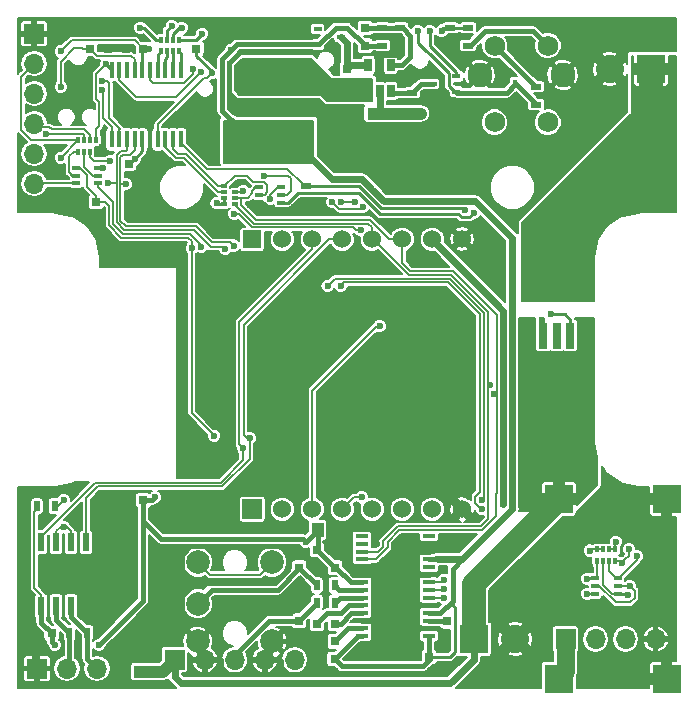
<source format=gbl>
G04 #@! TF.FileFunction,Copper,L2,Bot,Signal*
%FSLAX46Y46*%
G04 Gerber Fmt 4.6, Leading zero omitted, Abs format (unit mm)*
G04 Created by KiCad (PCBNEW 4.0.7) date Fri Mar 16 09:41:33 2018*
%MOMM*%
%LPD*%
G01*
G04 APERTURE LIST*
%ADD10C,0.100000*%
%ADD11R,1.676400X1.676400*%
%ADD12C,1.524000*%
%ADD13R,1.524000X1.524000*%
%ADD14R,0.800000X0.750000*%
%ADD15R,1.600000X1.000000*%
%ADD16R,0.750000X0.800000*%
%ADD17R,1.000000X1.250000*%
%ADD18R,0.700000X0.450000*%
%ADD19R,0.450000X0.600000*%
%ADD20R,1.700000X1.700000*%
%ADD21O,1.700000X1.700000*%
%ADD22C,2.400000*%
%ADD23R,2.400000X2.400000*%
%ADD24C,2.000000*%
%ADD25R,2.200000X1.500000*%
%ADD26R,0.650000X0.400000*%
%ADD27R,0.500000X0.900000*%
%ADD28R,0.900000X0.500000*%
%ADD29R,0.400000X0.500000*%
%ADD30R,0.300000X0.500000*%
%ADD31R,0.600000X1.550000*%
%ADD32R,0.650000X1.060000*%
%ADD33R,1.100000X0.400000*%
%ADD34R,0.450000X1.450000*%
%ADD35R,0.800000X2.200000*%
%ADD36R,5.800000X6.400000*%
%ADD37R,2.750000X3.050000*%
%ADD38R,0.500000X0.400000*%
%ADD39R,0.500000X0.300000*%
%ADD40C,2.100000*%
%ADD41C,1.750000*%
%ADD42R,1.100000X1.100000*%
%ADD43C,0.600000*%
%ADD44C,0.160000*%
%ADD45C,0.400000*%
%ADD46C,0.250000*%
%ADD47C,1.000000*%
%ADD48C,1.500000*%
%ADD49C,0.600000*%
%ADD50C,2.000000*%
%ADD51C,3.000000*%
%ADD52C,0.200000*%
G04 APERTURE END LIST*
D10*
D11*
X20210000Y15500000D03*
D12*
X22750000Y15500000D03*
X25290000Y15500000D03*
X27830000Y15500000D03*
X30370000Y15500000D03*
X32910000Y15500000D03*
X35450000Y15500000D03*
X37990000Y15500000D03*
X37990000Y38360000D03*
X35450000Y38360000D03*
X32910000Y38360000D03*
X30370000Y38360000D03*
X27830000Y38360000D03*
X25290000Y38360000D03*
X22750000Y38360000D03*
D13*
X20210000Y38360000D03*
D14*
X5500000Y41500000D03*
X7000000Y41500000D03*
X9500000Y16250000D03*
X11000000Y16250000D03*
X1750000Y5000000D03*
X3250000Y5000000D03*
D15*
X33250000Y49000000D03*
X33250000Y46000000D03*
X30750000Y49000000D03*
X30750000Y46000000D03*
D16*
X28250000Y51250000D03*
X28250000Y52750000D03*
X29750000Y56250000D03*
X29750000Y54750000D03*
D17*
X24750000Y47750000D03*
X26750000Y47750000D03*
X24750000Y45750000D03*
X26750000Y45750000D03*
X25750000Y13750000D03*
X27750000Y13750000D03*
D16*
X25706908Y10551016D03*
X25706908Y12051016D03*
D14*
X25706908Y2801016D03*
X27206908Y2801016D03*
X33700000Y3000000D03*
X35200000Y3000000D03*
D16*
X27206908Y12051016D03*
X27206908Y10551016D03*
X27206908Y5801016D03*
X27206908Y4301016D03*
X25706908Y4301016D03*
X25706908Y5801016D03*
X36750000Y4500000D03*
X36750000Y6000000D03*
X24206908Y9051016D03*
X24206908Y10551016D03*
X24206908Y7551016D03*
X24206908Y6051016D03*
D14*
X17000000Y54500000D03*
X15500000Y54500000D03*
X9500000Y54500000D03*
X11000000Y54500000D03*
X11250000Y44750000D03*
X9750000Y44750000D03*
X8000000Y54500000D03*
X6500000Y54500000D03*
D18*
X37500000Y52150000D03*
X37500000Y50850000D03*
X35500000Y51500000D03*
D19*
X42500000Y51550000D03*
X42500000Y49450000D03*
D18*
X25750000Y54850000D03*
X25750000Y56150000D03*
X27750000Y55500000D03*
D20*
X1750000Y55750000D03*
D21*
X1750000Y53210000D03*
X1750000Y50670000D03*
X1750000Y48130000D03*
X1750000Y45590000D03*
X1750000Y43050000D03*
D20*
X2000000Y2000000D03*
D21*
X4540000Y2000000D03*
X7080000Y2000000D03*
D20*
X46750000Y4500000D03*
D21*
X49290000Y4500000D03*
X51830000Y4500000D03*
X54370000Y4500000D03*
D22*
X50500000Y52750000D03*
D23*
X54000000Y52750000D03*
D22*
X42500000Y4500000D03*
D23*
X39000000Y4500000D03*
D24*
X15600000Y4300000D03*
X21900000Y4300000D03*
X15600000Y7500000D03*
X15600000Y11000000D03*
X21900000Y11000000D03*
D25*
X19750000Y52200000D03*
X19750000Y45800000D03*
D26*
X5300000Y43100000D03*
X5300000Y44400000D03*
X7200000Y43750000D03*
X5300000Y43750000D03*
X7200000Y44400000D03*
X7200000Y43100000D03*
X49250000Y8350000D03*
X49250000Y9650000D03*
X51150000Y9000000D03*
X49250000Y9000000D03*
X51150000Y9650000D03*
X51150000Y8350000D03*
X20800000Y41450000D03*
X20800000Y42750000D03*
X22700000Y42100000D03*
X20800000Y42100000D03*
X22700000Y42750000D03*
X22700000Y41450000D03*
D27*
X6250000Y5000000D03*
X4750000Y5000000D03*
D28*
X44250000Y51250000D03*
X44250000Y49750000D03*
X31250000Y54750000D03*
X31250000Y56250000D03*
X32750000Y56250000D03*
X32750000Y54750000D03*
X24750000Y42850000D03*
X24750000Y41350000D03*
D27*
X25706908Y7551016D03*
X27206908Y7551016D03*
X25706908Y9051016D03*
X27206908Y9051016D03*
D28*
X38500000Y54750000D03*
X38500000Y56250000D03*
X37000000Y56250000D03*
X37000000Y54750000D03*
D29*
X49450000Y12100000D03*
D30*
X50450000Y12100000D03*
X49950000Y12100000D03*
D29*
X50950000Y12100000D03*
D30*
X49950000Y11100000D03*
D29*
X49450000Y11100000D03*
D30*
X50450000Y11100000D03*
D29*
X50950000Y11100000D03*
D31*
X2345000Y12700000D03*
X3615000Y12700000D03*
X4885000Y12700000D03*
X6155000Y12700000D03*
X6155000Y7300000D03*
X4885000Y7300000D03*
X3615000Y7300000D03*
X2345000Y7300000D03*
D32*
X30050000Y53100000D03*
X31000000Y53100000D03*
X31950000Y53100000D03*
X31950000Y50900000D03*
X30050000Y50900000D03*
X31000000Y50900000D03*
D23*
X55320000Y16370000D03*
X46180000Y16370000D03*
X55320000Y1130000D03*
X46180000Y1130000D03*
D33*
X29511909Y4761016D03*
X29511909Y5411016D03*
X29511909Y6061016D03*
X29511909Y6711016D03*
X29511909Y7361016D03*
X29511909Y8011016D03*
X29511909Y8661016D03*
X29511909Y9311016D03*
X29511909Y9961016D03*
X29511909Y10611016D03*
X29511909Y11261016D03*
X29511909Y11911016D03*
X29511909Y12561016D03*
X29511909Y13211016D03*
X35211909Y13211016D03*
X35211909Y12561016D03*
X35211909Y11911016D03*
X35211909Y11261016D03*
X35211909Y10611016D03*
X35211909Y9961016D03*
X35211909Y9311016D03*
X35211909Y8661016D03*
X35211909Y8011016D03*
X35211909Y7361016D03*
X35211909Y6711016D03*
X35211909Y6061016D03*
X35211909Y5411016D03*
X35211909Y4761016D03*
D34*
X8325000Y52700000D03*
X8975000Y52700000D03*
X9625000Y52700000D03*
X10275000Y52700000D03*
X10925000Y52700000D03*
X11575000Y52700000D03*
X12225000Y52700000D03*
X12875000Y52700000D03*
X13525000Y52700000D03*
X14175000Y52700000D03*
X14175000Y46800000D03*
X13525000Y46800000D03*
X12875000Y46800000D03*
X12225000Y46800000D03*
X11575000Y46800000D03*
X10925000Y46800000D03*
X10275000Y46800000D03*
X9625000Y46800000D03*
X8975000Y46800000D03*
X8325000Y46800000D03*
D35*
X48280000Y30200000D03*
X47140000Y30200000D03*
X46000000Y30200000D03*
X44860000Y30200000D03*
X43720000Y30200000D03*
D36*
X46000000Y36500000D03*
D37*
X44475000Y38175000D03*
X47525000Y34825000D03*
X47525000Y38175000D03*
X44475000Y34825000D03*
D38*
X17800000Y41350000D03*
D39*
X17800000Y42350000D03*
X17800000Y41850000D03*
D38*
X17800000Y42850000D03*
D39*
X18800000Y41850000D03*
D38*
X18800000Y41350000D03*
D39*
X18800000Y42350000D03*
D38*
X18800000Y42850000D03*
D29*
X5500000Y46750000D03*
D30*
X6500000Y46750000D03*
X6000000Y46750000D03*
D29*
X7000000Y46750000D03*
D30*
X6000000Y45750000D03*
D29*
X5500000Y45750000D03*
D30*
X6500000Y45750000D03*
D29*
X7000000Y45750000D03*
X14000000Y54250000D03*
D30*
X13000000Y54250000D03*
X13500000Y54250000D03*
D29*
X12500000Y54250000D03*
D30*
X13500000Y55250000D03*
D29*
X14000000Y55250000D03*
D30*
X13000000Y55250000D03*
D29*
X12500000Y55250000D03*
D40*
X46500000Y52260000D03*
D41*
X45240000Y54750000D03*
X40740000Y54750000D03*
D40*
X39490000Y52260000D03*
D41*
X40740000Y48250000D03*
X45240000Y48250000D03*
D42*
X25000000Y52400000D03*
X25000000Y49600000D03*
D15*
X11000000Y1750000D03*
X11000000Y4750000D03*
D20*
X13670000Y2750000D03*
D21*
X16210000Y2750000D03*
X18750000Y2750000D03*
X21290000Y2750000D03*
X23830000Y2750000D03*
D28*
X33750000Y50750000D03*
X33750000Y52250000D03*
D27*
X2000000Y15750000D03*
X3500000Y15750000D03*
D43*
X24000000Y14500000D03*
X2750000Y14500000D03*
X27366303Y53786344D03*
X19800000Y49600000D03*
X16960601Y51648480D03*
X42600000Y48500000D03*
X32750000Y53894968D03*
X37294478Y53782853D03*
X39800000Y39800000D03*
X41400000Y38200000D03*
X41000000Y34000000D03*
X39400000Y35800000D03*
X52400000Y14800000D03*
X50000000Y14800000D03*
X47800000Y14800000D03*
X20500000Y7750000D03*
X36250000Y2250000D03*
X38000000Y32500000D03*
X38500000Y27000000D03*
X38500000Y21000000D03*
X18500000Y21000000D03*
X18500000Y27000000D03*
X18500000Y33000000D03*
X14500000Y33000000D03*
X14500000Y27000000D03*
X14500000Y21000000D03*
X24000000Y21000000D03*
X24000000Y33000000D03*
X30000000Y33000000D03*
X30000000Y27000000D03*
X30000000Y21000000D03*
X38300000Y13100000D03*
X31700000Y39800000D03*
X23799999Y41060021D03*
X12823754Y16889979D03*
X14200000Y40200000D03*
X16900000Y39900000D03*
X19327055Y43209990D03*
X20040010Y41250000D03*
X47750000Y46500000D03*
X45500000Y45500000D03*
X45500000Y43500000D03*
X34650000Y50100000D03*
X14200000Y48900000D03*
X12692554Y49307446D03*
X7506978Y46140010D03*
X9200000Y48500000D03*
X8750000Y54550000D03*
X5400000Y49100000D03*
X4000002Y50000000D03*
X25590001Y2000000D03*
X36795166Y3660010D03*
X27000000Y1750000D03*
X4000000Y44250000D03*
X9500000Y16889979D03*
X32250000Y12500000D03*
X30750000Y12557956D03*
X32876772Y42345021D03*
X4750000Y41500000D03*
X13750000Y36750000D03*
X12000000Y45000006D03*
X28500000Y3000000D03*
X33000000Y3000000D03*
X6839990Y7250000D03*
X1750000Y3750000D03*
X17750000Y54750000D03*
X32500000Y19750000D03*
X31750000Y16250000D03*
X32750000Y44250000D03*
X26500000Y49000000D03*
X27750000Y47750000D03*
X27750000Y45750000D03*
X33250000Y45000000D03*
X30750000Y45000000D03*
X31000000Y52000000D03*
X12250000Y4750000D03*
X17250000Y7000000D03*
X15750000Y9250000D03*
X24206908Y8301016D03*
X24731908Y11551016D03*
X25706908Y3551016D03*
X28206908Y12051016D03*
X32456908Y9801016D03*
X32456908Y7301016D03*
X32456908Y5301016D03*
X16999996Y21727066D03*
X15100000Y37600000D03*
X19459990Y42441413D03*
X18410554Y54343950D03*
X50995415Y12740002D03*
X17200000Y41400000D03*
X30692574Y42232585D03*
X21250000Y43750000D03*
X22000000Y45000000D03*
X11499996Y54500000D03*
X42250000Y30000000D03*
X42260010Y15581474D03*
X52200000Y9000000D03*
X38000000Y11250000D03*
X35919980Y11250000D03*
X10280083Y45156393D03*
X18500000Y48400000D03*
X3500000Y4000000D03*
X7250000Y4000000D03*
X12000000Y16500000D03*
X24750000Y12750000D03*
X4000000Y54250000D03*
X51750000Y44750000D03*
X54000000Y43000000D03*
X32000000Y49000000D03*
X34500000Y49000000D03*
X54050000Y44750000D03*
X36250000Y56000000D03*
X16785554Y52388942D03*
X4000000Y51250000D03*
X35250000Y56000000D03*
X15872383Y52487275D03*
X34250000Y56000000D03*
X15172936Y52784584D03*
X7570207Y44410104D03*
X4000000Y45250000D03*
X17957878Y37497809D03*
X8011301Y43150849D03*
X2800000Y47300004D03*
X7858420Y53170189D03*
X52790010Y11500000D03*
X39659990Y16310559D03*
X26600000Y34400000D03*
X31000000Y31000000D03*
X29500000Y16500000D03*
X41489192Y15959990D03*
X40729980Y25250000D03*
X40360021Y26024839D03*
X20000000Y21500000D03*
X19430000Y20680000D03*
X4250000Y14000000D03*
X51517903Y10968407D03*
X52118155Y12118155D03*
X39659990Y15500000D03*
X27719868Y34435815D03*
X48597438Y8350000D03*
X28936017Y41493457D03*
X27767754Y41532240D03*
X29586268Y41100022D03*
X27000000Y41500000D03*
X48600000Y9600000D03*
X52000000Y8200000D03*
X48800000Y12000000D03*
X7540010Y51760011D03*
X7540010Y51000000D03*
X15899996Y37700000D03*
X18700000Y40500000D03*
X29412814Y39123495D03*
X21750000Y41750000D03*
X45500000Y32000000D03*
X39000000Y40585010D03*
X18646222Y37819990D03*
X8209990Y45000000D03*
X9500000Y43000000D03*
X38200000Y40825001D03*
X44750000Y31500000D03*
X4250000Y16250000D03*
X36500000Y8760013D03*
X36439979Y9520026D03*
X36500000Y8000000D03*
X13397857Y56425188D03*
X16000000Y55750000D03*
X14250000Y56250000D03*
X10750000Y56250000D03*
D44*
X37990000Y15500000D02*
X36890000Y14400000D01*
X30750000Y12995998D02*
X30750000Y12557956D01*
X36890000Y14400000D02*
X32154002Y14400000D01*
X32154002Y14400000D02*
X30750000Y12995998D01*
D45*
X19250000Y54250000D02*
X24250000Y54250000D01*
X18250000Y50750000D02*
X18250000Y53250000D01*
X19800000Y49600000D02*
X19400000Y49600000D01*
X19400000Y49600000D02*
X18250000Y50750000D01*
X18250000Y53250000D02*
X19250000Y54250000D01*
D46*
X19800000Y49600000D02*
X19600000Y49600000D01*
D47*
X25000000Y49600000D02*
X19800000Y49600000D01*
D44*
X16960601Y51224216D02*
X16960601Y51648480D01*
X16960601Y50496347D02*
X16960601Y51224216D01*
X15364254Y48900000D02*
X16960601Y50496347D01*
X14200000Y48900000D02*
X15364254Y48900000D01*
D45*
X42500000Y49450000D02*
X42500000Y48600000D01*
X42500000Y48600000D02*
X42600000Y48500000D01*
X31000000Y53100000D02*
X31000000Y53653002D01*
X31000000Y53653002D02*
X31336999Y53990001D01*
X31336999Y53990001D02*
X32654967Y53990001D01*
X32654967Y53990001D02*
X32750000Y53894968D01*
X32750000Y54750000D02*
X32750000Y53894968D01*
X37000000Y54077331D02*
X37294478Y53782853D01*
X37000000Y54750000D02*
X37000000Y54077331D01*
X31000000Y52000000D02*
X33500000Y52000000D01*
X33500000Y52000000D02*
X33750000Y52250000D01*
D44*
X41000000Y34000000D02*
X41000000Y37800000D01*
X41000000Y37800000D02*
X41400000Y38200000D01*
X39400000Y35800000D02*
X41000000Y34200000D01*
X41000000Y34200000D02*
X41000000Y34000000D01*
X47800000Y14800000D02*
X50000000Y14800000D01*
D45*
X21290000Y2750000D02*
X22500000Y2750000D01*
X22500000Y2750000D02*
X22619999Y2630001D01*
X22619999Y2169199D02*
X23249199Y1539999D01*
X22619999Y2630001D02*
X22619999Y2169199D01*
X23249199Y1539999D02*
X24410801Y1539999D01*
X24410801Y1539999D02*
X24896818Y2026016D01*
X25681908Y2801016D02*
X25706908Y2801016D01*
X24896818Y2026016D02*
X24906908Y2026016D01*
X24906908Y2026016D02*
X25681908Y2801016D01*
X16210000Y2750000D02*
X17539999Y2750000D01*
X17539999Y2750000D02*
X17539999Y2169199D01*
X17539999Y2169199D02*
X18169199Y1539999D01*
X18169199Y1539999D02*
X19330801Y1539999D01*
X19330801Y1539999D02*
X19960001Y2169199D01*
X19960001Y2169199D02*
X19960001Y2710001D01*
X19960001Y2710001D02*
X20000000Y2750000D01*
X20000000Y2750000D02*
X21290000Y2750000D01*
D44*
X24206908Y8301016D02*
X23655892Y7750000D01*
X23655892Y7750000D02*
X20500000Y7750000D01*
X27000000Y1750000D02*
X35750000Y1750000D01*
X35750000Y1750000D02*
X36250000Y2250000D01*
X38500000Y27000000D02*
X38500000Y32000000D01*
X38500000Y32000000D02*
X38000000Y32500000D01*
X30000000Y21000000D02*
X38500000Y21000000D01*
X18500000Y33000000D02*
X18500000Y27000000D01*
X14500000Y21000000D02*
X14500000Y27000000D01*
X30000000Y33000000D02*
X24000000Y33000000D01*
X30000000Y21000000D02*
X30000000Y27000000D01*
X35211909Y12561016D02*
X37761016Y12561016D01*
X37761016Y12561016D02*
X38300000Y13100000D01*
X32124264Y39800000D02*
X31700000Y39800000D01*
X36550000Y39800000D02*
X32124264Y39800000D01*
X37990000Y38360000D02*
X36550000Y39800000D01*
X23375735Y41060021D02*
X23799999Y41060021D01*
X23325713Y41009999D02*
X23375735Y41060021D01*
X21725001Y41009999D02*
X23325713Y41009999D01*
X24089978Y41350000D02*
X23799999Y41060021D01*
X24750000Y41350000D02*
X24089978Y41350000D01*
X20800000Y41450000D02*
X21285000Y41450000D01*
X21285000Y41450000D02*
X21725001Y41009999D01*
X16900000Y39900000D02*
X14500000Y39900000D01*
X14500000Y39900000D02*
X14200000Y40200000D01*
X19327045Y43210000D02*
X19327055Y43209990D01*
X18800000Y42850000D02*
X18850000Y42850000D01*
X19210000Y43210000D02*
X19327045Y43210000D01*
X18850000Y42850000D02*
X19210000Y43210000D01*
X20240010Y41450000D02*
X20040010Y41250000D01*
X20800000Y41450000D02*
X20240010Y41450000D01*
D46*
X12392555Y49007447D02*
X12692554Y49307446D01*
X11575000Y46800000D02*
X11575000Y48189892D01*
X11575000Y48189892D02*
X12392555Y49007447D01*
D44*
X7506978Y45896978D02*
X7506978Y46140010D01*
X7360000Y45750000D02*
X7506978Y45896978D01*
X7000000Y45750000D02*
X7360000Y45750000D01*
X11575000Y46800000D02*
X11575000Y47685000D01*
X11575000Y47685000D02*
X10760000Y48500000D01*
X10760000Y48500000D02*
X9200000Y48500000D01*
D46*
X9500000Y54500000D02*
X8800000Y54500000D01*
X8700000Y54500000D02*
X8750000Y54550000D01*
X8000000Y54500000D02*
X8700000Y54500000D01*
X8800000Y54500000D02*
X8750000Y54550000D01*
D45*
X36789990Y3660010D02*
X36795166Y3660010D01*
X36750000Y3700000D02*
X36789990Y3660010D01*
X36750000Y4500000D02*
X36750000Y3700000D01*
X28500000Y10250000D02*
X28500000Y10732924D01*
X28500000Y10732924D02*
X27206908Y12026016D01*
X27206908Y12026016D02*
X27206908Y12051016D01*
X29511909Y10611016D02*
X28561909Y10611016D01*
X29511909Y9961016D02*
X28788984Y9961016D01*
X28788984Y9961016D02*
X28500000Y10250000D01*
X29511909Y10611016D02*
X31646908Y10611016D01*
X31646908Y10611016D02*
X32456908Y9801016D01*
D44*
X29511909Y10611016D02*
X28801909Y10611016D01*
D45*
X9500000Y16250000D02*
X9500000Y16889979D01*
X35211909Y11911016D02*
X32838984Y11911016D01*
X32311016Y12561016D02*
X32250000Y12500000D01*
X35211909Y12561016D02*
X32311016Y12561016D01*
X32838984Y11911016D02*
X32250000Y12500000D01*
D46*
X27750000Y13750000D02*
X30164254Y13750000D01*
X30164254Y13750000D02*
X30750000Y13164254D01*
X30750000Y13164254D02*
X30750000Y12557956D01*
D44*
X5500000Y41500000D02*
X4750000Y41500000D01*
X11250000Y44750000D02*
X11810000Y44750000D01*
X11810000Y44750000D02*
X12000000Y44940000D01*
X12000000Y44940000D02*
X12000000Y45000006D01*
D45*
X23361786Y11551016D02*
X23783906Y11551016D01*
X22552801Y12360001D02*
X23361786Y11551016D01*
X14947199Y12360001D02*
X22552801Y12360001D01*
X14239999Y10335737D02*
X14239999Y11652801D01*
X15325736Y9250000D02*
X14239999Y10335737D01*
X14239999Y11652801D02*
X14947199Y12360001D01*
X15750000Y9250000D02*
X15325736Y9250000D01*
X33000000Y3000000D02*
X28500000Y3000000D01*
X33700000Y3000000D02*
X33000000Y3000000D01*
X35211909Y5411016D02*
X34261909Y5411016D01*
X34261909Y5411016D02*
X33700000Y4849107D01*
X33700000Y4849107D02*
X33700000Y3000000D01*
X36750000Y4500000D02*
X35838984Y5411016D01*
X35838984Y5411016D02*
X35211909Y5411016D01*
X33725000Y3000000D02*
X33700000Y3000000D01*
X33700000Y3000000D02*
X33700000Y4057924D01*
X33700000Y4057924D02*
X32456908Y5301016D01*
X35211909Y5411016D02*
X32566908Y5411016D01*
X32566908Y5411016D02*
X32456908Y5301016D01*
X35211909Y9961016D02*
X32616908Y9961016D01*
X32616908Y9961016D02*
X32456908Y9801016D01*
X6205000Y7250000D02*
X6415726Y7250000D01*
X6155000Y7300000D02*
X6205000Y7250000D01*
X6415726Y7250000D02*
X6839990Y7250000D01*
X1750000Y5000000D02*
X1750000Y3750000D01*
X1750000Y3750000D02*
X1750000Y2250000D01*
X1750000Y2250000D02*
X2000000Y2000000D01*
D46*
X17000000Y54500000D02*
X17500000Y54500000D01*
X17500000Y54500000D02*
X17750000Y54750000D01*
X11575000Y46800000D02*
X11575000Y45075000D01*
X11575000Y45075000D02*
X11250000Y44750000D01*
D47*
X25900000Y49600000D02*
X26500000Y49000000D01*
X26500000Y49000000D02*
X27750000Y47750000D01*
X25000000Y49600000D02*
X25900000Y49600000D01*
X27750000Y45750000D02*
X27750000Y47750000D01*
X30750000Y46000000D02*
X28000000Y46000000D01*
X28000000Y46000000D02*
X27750000Y45750000D01*
X26750000Y47750000D02*
X27750000Y47750000D01*
X26750000Y45750000D02*
X27750000Y45750000D01*
X33250000Y46000000D02*
X33250000Y45000000D01*
X30750000Y46000000D02*
X30750000Y45000000D01*
D48*
X33250000Y46000000D02*
X30750000Y46000000D01*
D45*
X31000000Y53100000D02*
X31000000Y52000000D01*
D47*
X11000000Y4750000D02*
X12250000Y4750000D01*
D45*
X15325736Y9250000D02*
X14239999Y8164263D01*
X14239999Y8164263D02*
X14239999Y5660001D01*
X14239999Y5660001D02*
X15600000Y4300000D01*
X22162802Y9250000D02*
X15750000Y9250000D01*
X24206908Y8301016D02*
X23906909Y8001017D01*
X23906909Y8001017D02*
X19301017Y8001017D01*
X19301017Y8001017D02*
X15600000Y4300000D01*
X24731908Y11551016D02*
X23783906Y11551016D01*
X23260001Y11027111D02*
X23260001Y10347199D01*
X23260001Y10347199D02*
X22162802Y9250000D01*
X23783906Y11551016D02*
X23260001Y11027111D01*
X24301016Y4301016D02*
X24300000Y4300000D01*
X24300000Y4300000D02*
X21900000Y4300000D01*
X25706908Y4301016D02*
X24301016Y4301016D01*
X24206908Y8301016D02*
X24155892Y8250000D01*
X25706908Y3551016D02*
X25706908Y2801016D01*
X25706908Y4301016D02*
X25706908Y3551016D01*
X27206908Y12051016D02*
X28206908Y12051016D01*
X25706908Y10551016D02*
X25706908Y10576016D01*
X25706908Y10576016D02*
X24731908Y11551016D01*
X24206908Y7551016D02*
X24206908Y8301016D01*
X24206908Y9051016D02*
X24206908Y8301016D01*
X29511909Y9961016D02*
X32296908Y9961016D01*
X32296908Y9961016D02*
X32456908Y9801016D01*
X35211909Y7361016D02*
X32516908Y7361016D01*
X32516908Y7361016D02*
X32456908Y7301016D01*
X29511909Y6061016D02*
X31696908Y6061016D01*
X31696908Y6061016D02*
X32456908Y5301016D01*
D44*
X7000000Y45750000D02*
X7000000Y45700000D01*
X16699997Y22027065D02*
X16999996Y21727066D01*
X15100000Y23627062D02*
X16699997Y22027065D01*
X15100000Y37000000D02*
X15100000Y23627062D01*
X7000000Y41500000D02*
X7800000Y41500000D01*
X8100000Y39542311D02*
X9142311Y38500000D01*
X9142311Y38500000D02*
X14800000Y38500000D01*
X14800000Y38500000D02*
X15100000Y38200000D01*
X8100000Y41200000D02*
X8100000Y39542311D01*
X7800000Y41500000D02*
X8100000Y41200000D01*
X15100000Y38200000D02*
X15100000Y37600000D01*
X15100000Y37600000D02*
X15100000Y37000000D01*
X15100000Y37600000D02*
X15100000Y37100000D01*
X19368577Y42350000D02*
X19459990Y42441413D01*
X18800000Y42350000D02*
X19368577Y42350000D01*
X5300000Y44400000D02*
X5607002Y44400000D01*
X6250000Y42785000D02*
X7000000Y42035000D01*
X5607002Y44400000D02*
X6250000Y43757002D01*
X6250000Y43757002D02*
X6250000Y42785000D01*
X7000000Y42035000D02*
X7000000Y41500000D01*
X15100000Y37200000D02*
X15100000Y37000000D01*
X7200000Y41700000D02*
X7000000Y41500000D01*
X1750000Y15300000D02*
X1750000Y8830000D01*
X1750000Y8830000D02*
X2345000Y8235000D01*
X2345000Y8235000D02*
X2345000Y7300000D01*
X2000000Y15750000D02*
X2000000Y15550000D01*
X2000000Y15550000D02*
X1750000Y15300000D01*
D45*
X25750000Y54850000D02*
X18916604Y54850000D01*
X18110555Y54043951D02*
X18410554Y54343950D01*
X17689989Y53623385D02*
X18110555Y54043951D01*
X18916604Y54850000D02*
X18710553Y54643949D01*
X18500000Y48400000D02*
X17689989Y49210011D01*
X18710553Y54643949D02*
X18410554Y54343950D01*
X17689989Y49210011D02*
X17689989Y53623385D01*
D44*
X50950000Y12100000D02*
X50950000Y12694587D01*
X50950000Y12694587D02*
X50995415Y12740002D01*
D45*
X24750000Y12750000D02*
X24500000Y13000000D01*
X24500000Y13000000D02*
X12500000Y13000000D01*
X12500000Y13000000D02*
X11000000Y14500000D01*
X11000000Y14500000D02*
X11000000Y16250000D01*
D46*
X17800000Y41350000D02*
X17250000Y41350000D01*
X17250000Y41350000D02*
X17200000Y41400000D01*
D49*
X24750000Y45625000D02*
X26939989Y43435011D01*
X30992573Y41932586D02*
X30692574Y42232585D01*
X39124803Y41585011D02*
X31340148Y41585011D01*
X42250000Y38459814D02*
X39124803Y41585011D01*
X42250000Y30000000D02*
X42250000Y38459814D01*
X29490148Y43435011D02*
X30392575Y42532584D01*
X26939989Y43435011D02*
X29490148Y43435011D01*
X31340148Y41585011D02*
X30992573Y41932586D01*
X30392575Y42532584D02*
X30692574Y42232585D01*
D44*
X23250000Y43750000D02*
X21250000Y43750000D01*
X23500000Y42415000D02*
X23500000Y43500000D01*
X23500000Y43500000D02*
X23250000Y43750000D01*
X22299999Y45299999D02*
X22000000Y45000000D01*
X24750000Y45750000D02*
X22750000Y45750000D01*
X22750000Y45750000D02*
X22299999Y45299999D01*
D46*
X11000000Y54500000D02*
X11499996Y54500000D01*
D44*
X11000000Y54500000D02*
X10975000Y54500000D01*
X10975000Y54500000D02*
X10275000Y55200000D01*
X10275000Y55200000D02*
X4950000Y55200000D01*
X4950000Y55200000D02*
X4000000Y54250000D01*
D45*
X27206908Y2801016D02*
X27807923Y2200001D01*
X27807923Y2200001D02*
X34700001Y2200001D01*
X34700001Y2200001D02*
X35200000Y2700000D01*
X35200000Y2700000D02*
X35200000Y3000000D01*
D46*
X37200893Y7750000D02*
X37200893Y7369109D01*
X37200893Y7369109D02*
X37410001Y7160001D01*
X37410001Y7160001D02*
X37410001Y3410001D01*
X37410001Y3410001D02*
X37000000Y3000000D01*
X37000000Y3000000D02*
X35200000Y3000000D01*
D45*
X37200893Y7750000D02*
X37200893Y10450893D01*
X37200893Y10450893D02*
X38000000Y11250000D01*
X35211909Y6711016D02*
X36161909Y6711016D01*
X36161909Y6711016D02*
X37200893Y7750000D01*
D49*
X42250000Y15500000D02*
X42250000Y25112293D01*
X42250000Y25112293D02*
X42250000Y30000000D01*
X42250000Y27000000D02*
X42250000Y30000000D01*
D44*
X42250000Y15571464D02*
X42260010Y15581474D01*
X42250000Y15500000D02*
X42250000Y15571464D01*
X51150000Y9000000D02*
X52200000Y9000000D01*
X52200000Y9000000D02*
X52600000Y8600000D01*
X52600000Y8600000D02*
X52600000Y8000000D01*
X52600000Y8000000D02*
X52200000Y7600000D01*
X52200000Y7600000D02*
X51000000Y7600000D01*
X51000000Y7600000D02*
X49600000Y9000000D01*
X49600000Y9000000D02*
X49250000Y9000000D01*
X50950000Y12100000D02*
X50450000Y12100000D01*
X23185000Y42100000D02*
X23500000Y42415000D01*
X22700000Y42100000D02*
X23185000Y42100000D01*
D46*
X17800000Y41350000D02*
X17800000Y41850000D01*
D44*
X35919980Y11250000D02*
X38000000Y11250000D01*
D49*
X38000000Y11250000D02*
X35919980Y11250000D01*
D45*
X35495716Y11250000D02*
X35919980Y11250000D01*
X35222925Y11250000D02*
X35495716Y11250000D01*
X35211909Y11261016D02*
X35222925Y11250000D01*
D49*
X42250000Y15500000D02*
X38000000Y11250000D01*
D44*
X9980084Y44856394D02*
X10280083Y45156393D01*
X9873690Y44750000D02*
X9980084Y44856394D01*
X9750000Y44750000D02*
X9873690Y44750000D01*
D49*
X19750000Y47150000D02*
X18500000Y48400000D01*
D45*
X3250000Y5000000D02*
X3250000Y4250000D01*
X3250000Y4250000D02*
X3500000Y4000000D01*
X11000000Y7750000D02*
X7250000Y4000000D01*
X11000000Y16250000D02*
X11000000Y7750000D01*
X11000000Y16250000D02*
X11750000Y16250000D01*
X11750000Y16250000D02*
X12000000Y16500000D01*
X35200000Y3000000D02*
X35200000Y4749107D01*
X35200000Y4749107D02*
X35211909Y4761016D01*
X3250000Y5000000D02*
X2345000Y5905000D01*
X2345000Y5905000D02*
X2345000Y7300000D01*
X25750000Y13750000D02*
X25750000Y12094108D01*
X25750000Y12094108D02*
X25706908Y12051016D01*
X24750000Y12750000D02*
X25750000Y13750000D01*
D49*
X35500000Y15500000D02*
X35450000Y15500000D01*
X19750000Y45800000D02*
X19750000Y47150000D01*
D46*
X10925000Y46800000D02*
X10925000Y45825000D01*
X10925000Y45825000D02*
X9850000Y44750000D01*
X9850000Y44750000D02*
X9750000Y44750000D01*
X10925000Y52700000D02*
X10925000Y54425000D01*
X10925000Y54425000D02*
X11000000Y54500000D01*
X24750000Y45750000D02*
X24750000Y45625000D01*
D49*
X24750000Y47750000D02*
X24750000Y45750000D01*
X19750000Y45800000D02*
X22800000Y45800000D01*
X22800000Y45800000D02*
X24750000Y47750000D01*
X19750000Y45800000D02*
X24700000Y45800000D01*
X24700000Y45800000D02*
X24750000Y45750000D01*
D45*
X27275000Y56250000D02*
X28275000Y56250000D01*
X28275000Y56250000D02*
X29750000Y54775000D01*
X29750000Y54775000D02*
X29750000Y54750000D01*
X25750000Y54850000D02*
X25875000Y54850000D01*
X25875000Y54850000D02*
X27275000Y56250000D01*
X31250000Y54750000D02*
X29750000Y54750000D01*
X27206908Y10551016D02*
X25706908Y12051016D01*
X27206908Y10551016D02*
X27321909Y10551016D01*
X27321909Y10551016D02*
X28561909Y9311016D01*
X28561909Y9311016D02*
X29511909Y9311016D01*
X29511909Y4761016D02*
X29166908Y4761016D01*
X29166908Y4761016D02*
X27206908Y2801016D01*
D49*
X54050000Y44750000D02*
X51750000Y44750000D01*
D50*
X54000000Y52750000D02*
X54000000Y44800000D01*
X54000000Y44800000D02*
X54050000Y44750000D01*
D47*
X32000000Y49000000D02*
X30750000Y49000000D01*
X33250000Y49000000D02*
X32000000Y49000000D01*
X34500000Y49000000D02*
X33250000Y49000000D01*
D45*
X45240000Y54750000D02*
X44004999Y55985001D01*
X44004999Y55985001D02*
X39935001Y55985001D01*
X39935001Y55985001D02*
X38700000Y54750000D01*
X38700000Y54750000D02*
X38500000Y54750000D01*
D49*
X31000000Y50900000D02*
X31000000Y49250000D01*
X31000000Y49250000D02*
X30750000Y49000000D01*
D51*
X46000000Y37750000D02*
X46000000Y36500000D01*
D49*
X28250000Y52750000D02*
X28250000Y55000000D01*
X28250000Y55000000D02*
X27750000Y55500000D01*
X30050000Y53100000D02*
X28600000Y53100000D01*
X28600000Y53100000D02*
X28250000Y52750000D01*
D45*
X33600000Y55600000D02*
X32950000Y56250000D01*
X32950000Y56250000D02*
X32750000Y56250000D01*
X32911814Y53100000D02*
X33600000Y53788186D01*
X33600000Y53788186D02*
X33600000Y55600000D01*
X31950000Y53100000D02*
X32911814Y53100000D01*
X31250000Y56250000D02*
X29750000Y56250000D01*
X32750000Y56250000D02*
X31250000Y56250000D01*
X29511909Y6711016D02*
X28616908Y6711016D01*
X28616908Y6711016D02*
X27706908Y5801016D01*
X27706908Y5801016D02*
X27206908Y5801016D01*
X29511909Y5411016D02*
X28316908Y5411016D01*
X28316908Y5411016D02*
X27206908Y4301016D01*
X25706908Y5826016D02*
X25706908Y5801016D01*
X28418366Y7361016D02*
X27758365Y6701015D01*
X29511909Y7361016D02*
X28418366Y7361016D01*
X26581907Y6701015D02*
X25706908Y5826016D01*
X27758365Y6701015D02*
X26581907Y6701015D01*
X35211909Y6061016D02*
X36688984Y6061016D01*
X36688984Y6061016D02*
X36750000Y6000000D01*
D46*
X36250000Y56200000D02*
X36250000Y56000000D01*
X36300000Y56250000D02*
X36250000Y56200000D01*
X37000000Y56250000D02*
X36300000Y56250000D01*
D44*
X12225000Y46800000D02*
X12225000Y48076202D01*
X12225000Y48076202D02*
X16148798Y52000000D01*
X16148798Y52000000D02*
X16396612Y52000000D01*
X16396612Y52000000D02*
X16785554Y52388942D01*
D46*
X16785554Y52589446D02*
X16785554Y52388942D01*
X15500000Y53875000D02*
X16785554Y52589446D01*
X15500000Y54500000D02*
X15500000Y53875000D01*
D44*
X12225000Y46800000D02*
X12225000Y47525000D01*
D46*
X38500000Y56250000D02*
X37000000Y56250000D01*
D44*
X5878246Y54500000D02*
X6500000Y54500000D01*
X5852945Y54525301D02*
X5878246Y54500000D01*
X5147055Y54525301D02*
X5852945Y54525301D01*
X4000000Y53378246D02*
X5147055Y54525301D01*
X4000000Y51250000D02*
X4000000Y53378246D01*
X7115001Y53884999D02*
X6500000Y54500000D01*
X10275000Y52700000D02*
X10275000Y53585000D01*
X10275000Y53585000D02*
X9975001Y53884999D01*
X9975001Y53884999D02*
X7115001Y53884999D01*
D46*
X35250000Y56000000D02*
X35250000Y54750000D01*
X35250000Y54750000D02*
X37500000Y52500000D01*
X37500000Y52500000D02*
X37500000Y52150000D01*
X37500000Y52150000D02*
X37378200Y52150000D01*
D44*
X15572384Y52187276D02*
X15872383Y52487275D01*
X13775107Y50389999D02*
X15572384Y52187276D01*
X8975000Y51815000D02*
X10400001Y50389999D01*
X8975000Y52700000D02*
X8975000Y51815000D01*
X10400001Y50389999D02*
X13775107Y50389999D01*
D45*
X37500000Y50850000D02*
X37600000Y50750000D01*
X37600000Y50750000D02*
X41775000Y50750000D01*
X41775000Y50750000D02*
X42500000Y51475000D01*
X42500000Y51475000D02*
X42500000Y51550000D01*
X44250000Y49750000D02*
X44250000Y49800000D01*
X44250000Y49800000D02*
X42500000Y51550000D01*
D46*
X34954436Y54304104D02*
X34250000Y55008540D01*
X34250000Y55008540D02*
X34250000Y56000000D01*
X36864999Y51360001D02*
X36864999Y52393541D01*
X37375000Y50850000D02*
X36864999Y51360001D01*
X37500000Y50850000D02*
X37375000Y50850000D01*
X35254435Y54004105D02*
X34954436Y54304104D01*
X36864999Y52393541D02*
X35254435Y54004105D01*
X37625000Y50850000D02*
X37500000Y50850000D01*
D44*
X14412616Y51600000D02*
X15172936Y52360320D01*
X11790000Y51600000D02*
X14412616Y51600000D01*
X15172936Y52360320D02*
X15172936Y52784584D01*
X11575000Y52700000D02*
X11575000Y51815000D01*
X11575000Y51815000D02*
X11790000Y51600000D01*
D45*
X33750000Y50750000D02*
X34500000Y51500000D01*
X34500000Y51500000D02*
X35500000Y51500000D01*
X33750000Y50750000D02*
X32100000Y50750000D01*
X32100000Y50750000D02*
X31950000Y50900000D01*
D44*
X4000000Y45250000D02*
X5500000Y46750000D01*
X5500000Y46750000D02*
X1516798Y46750000D01*
X1516798Y46750000D02*
X659999Y47606799D01*
X659999Y47606799D02*
X659999Y52119999D01*
X659999Y52119999D02*
X900001Y52360001D01*
X900001Y52360001D02*
X1750000Y53210000D01*
X7200000Y44400000D02*
X7560103Y44400000D01*
X7560103Y44400000D02*
X7570207Y44410104D01*
X6500000Y46750000D02*
X6500000Y47160000D01*
X6500000Y47160000D02*
X6010000Y47650000D01*
X6010000Y47650000D02*
X3250000Y47650000D01*
X3250000Y47650000D02*
X3050000Y47850000D01*
X3050000Y47850000D02*
X2030000Y47850000D01*
X2030000Y47850000D02*
X1750000Y48130000D01*
X17800000Y37700000D02*
X17957878Y37542122D01*
X16700000Y37700000D02*
X17800000Y37700000D01*
X15259978Y39140022D02*
X16700000Y37700000D01*
X9407415Y39140022D02*
X15259978Y39140022D01*
X8750000Y39797437D02*
X9407415Y39140022D01*
X17957878Y37542122D02*
X17957878Y37497809D01*
X8750000Y43000000D02*
X8750000Y39797437D01*
X9084999Y45834999D02*
X9544999Y45834999D01*
X8750000Y45500000D02*
X9084999Y45834999D01*
X9625000Y45915000D02*
X9625000Y46800000D01*
X8750000Y43000000D02*
X8750000Y45500000D01*
X9544999Y45834999D02*
X9625000Y45915000D01*
X8750000Y43000000D02*
X8599151Y43150849D01*
X8599151Y43150849D02*
X8011301Y43150849D01*
X3224264Y47300004D02*
X2800000Y47300004D01*
X5859996Y47300004D02*
X3224264Y47300004D01*
X6000000Y46750000D02*
X6000000Y47160000D01*
X6000000Y47160000D02*
X5859996Y47300004D01*
X5300000Y43100000D02*
X1800000Y43100000D01*
X1800000Y43100000D02*
X1750000Y43050000D01*
X7858420Y53170189D02*
X7000000Y52311769D01*
X7000000Y52311769D02*
X7000000Y50250000D01*
X7000000Y50250000D02*
X7251301Y49998699D01*
X7251301Y49998699D02*
X7251301Y47911301D01*
X7251301Y47911301D02*
X7000000Y47660000D01*
X7000000Y47660000D02*
X7000000Y46750000D01*
D46*
X8158419Y52870190D02*
X7858420Y53170189D01*
X8325000Y52703609D02*
X8158419Y52870190D01*
X8325000Y52700000D02*
X8325000Y52703609D01*
X8325000Y52700000D02*
X8325000Y53175000D01*
D44*
X7000000Y46700000D02*
X7000000Y46750000D01*
X51150000Y9650000D02*
X51275000Y9650000D01*
X51275000Y9650000D02*
X52790010Y11165010D01*
X52790010Y11165010D02*
X52790010Y11500000D01*
X36932552Y35020011D02*
X39820011Y32132552D01*
X27220011Y35020011D02*
X36932552Y35020011D01*
X26600000Y34400000D02*
X27220011Y35020011D01*
X39820011Y32132552D02*
X39820011Y16470580D01*
X39820011Y16470580D02*
X39659990Y16310559D01*
X50450000Y11100000D02*
X50450000Y10225000D01*
X50450000Y10225000D02*
X51025000Y9650000D01*
X51025000Y9650000D02*
X51150000Y9650000D01*
X25290000Y25540000D02*
X30750000Y31000000D01*
X30750000Y31000000D02*
X31000000Y31000000D01*
X25290000Y15500000D02*
X25290000Y25540000D01*
X29500000Y16500000D02*
X28830000Y16500000D01*
X28830000Y16500000D02*
X27830000Y15500000D01*
D49*
X41489990Y16385052D02*
X41489192Y16384254D01*
X41489192Y16384254D02*
X41489192Y15959990D01*
X41489990Y32320010D02*
X41489990Y16385052D01*
X35450000Y38360000D02*
X41489990Y32320010D01*
D44*
X32910000Y37282370D02*
X32910000Y38360000D01*
X32910000Y36342562D02*
X32910000Y37282370D01*
X37197656Y35660033D02*
X33592529Y35660033D01*
X40949979Y31907710D02*
X37197656Y35660033D01*
X33592529Y35660033D02*
X32910000Y36342562D01*
X40949979Y25000000D02*
X40949979Y31907710D01*
X32910000Y38360000D02*
X31840000Y38360000D01*
X26036065Y40002023D02*
X24543935Y40002023D01*
X31840000Y38360000D02*
X30197977Y40002023D01*
X30197977Y40002023D02*
X27083935Y40002023D01*
X27081912Y40000000D02*
X26038088Y40000000D01*
X19290001Y41769999D02*
X19210000Y41850000D01*
X27083935Y40002023D02*
X27081912Y40000000D01*
X24543935Y40002023D02*
X24541912Y40000000D01*
X23498088Y40000000D02*
X23496065Y40002023D01*
X23496065Y40002023D02*
X20503103Y40002023D01*
X26038088Y40000000D02*
X26036065Y40002023D01*
X24541912Y40000000D02*
X23498088Y40000000D01*
X20503103Y40002023D02*
X19290001Y41215125D01*
X19290001Y41215125D02*
X19290001Y41769999D01*
X19850000Y41850000D02*
X19210000Y41850000D01*
X20500000Y42750000D02*
X20290001Y42540001D01*
X20282999Y42540001D02*
X20234999Y42492001D01*
X20800000Y42750000D02*
X20500000Y42750000D01*
X20234999Y42234999D02*
X19850000Y41850000D01*
X20290001Y42540001D02*
X20282999Y42540001D01*
X20234999Y42492001D02*
X20234999Y42234999D01*
X40949979Y25030001D02*
X40729980Y25250000D01*
X40949979Y25000000D02*
X40949979Y25030001D01*
X40949979Y16886331D02*
X40949979Y25000000D01*
X31709998Y12266187D02*
X31709998Y12759202D01*
X31709998Y12759202D02*
X32690774Y13739978D01*
X40900022Y16836374D02*
X40949979Y16886331D01*
X40900022Y14947459D02*
X40900022Y16836374D01*
X39692541Y13739978D02*
X40900022Y14947459D01*
X32690774Y13739978D02*
X39692541Y13739978D01*
X30704827Y11261016D02*
X31709998Y12266187D01*
X29511909Y11261016D02*
X30704827Y11261016D01*
X19210000Y41850000D02*
X18800000Y41850000D01*
X40189978Y24990798D02*
X40189978Y32215148D01*
X40189978Y32215148D02*
X37065104Y35340022D01*
X37065104Y35340022D02*
X33459978Y35340022D01*
X33459978Y35340022D02*
X30800000Y38000000D01*
X30800000Y38000000D02*
X30400000Y38000000D01*
X30400000Y38000000D02*
X30370000Y38030000D01*
X30370000Y38030000D02*
X30370000Y38360000D01*
X29511909Y11911016D02*
X30902264Y11911016D01*
X30902264Y11911016D02*
X31290002Y12298754D01*
X31290002Y12298754D02*
X31290002Y12791769D01*
X31290002Y12791769D02*
X32558222Y14059989D01*
X39559989Y14059989D02*
X40200000Y14700000D01*
X32558222Y14059989D02*
X39559989Y14059989D01*
X40200000Y14700000D02*
X40200000Y24980776D01*
X40200000Y24980776D02*
X40189978Y24990798D01*
X40189978Y24990798D02*
X40189978Y25854796D01*
X40189978Y25854796D02*
X40360021Y26024839D01*
X24674464Y39679989D02*
X23365536Y39679989D01*
X30065426Y39682012D02*
X27216487Y39682012D01*
X23363513Y39682012D02*
X20370551Y39682012D01*
X23365536Y39679989D02*
X23363513Y39682012D01*
X27216487Y39682012D02*
X27214464Y39679989D01*
X18800000Y41252563D02*
X18800000Y41350000D01*
X30370000Y39377438D02*
X30065426Y39682012D01*
X30370000Y38360000D02*
X30370000Y39377438D01*
X27214464Y39679989D02*
X25905536Y39679989D01*
X25905536Y39679989D02*
X25903513Y39682012D01*
X25903513Y39682012D02*
X24676487Y39682012D01*
X24676487Y39682012D02*
X24674464Y39679989D01*
X20370551Y39682012D02*
X18800000Y41252563D01*
X27830000Y38360000D02*
X26760000Y38360000D01*
X19800000Y21500000D02*
X20000000Y21500000D01*
X26760000Y38360000D02*
X19500000Y31100000D01*
X19500000Y31100000D02*
X19500000Y21800000D01*
X19500000Y21800000D02*
X19800000Y21500000D01*
X6155000Y13635000D02*
X6155000Y12700000D01*
X7129989Y17429989D02*
X6155000Y16455000D01*
X6155000Y16455000D02*
X6155000Y13635000D01*
X20000000Y19747437D02*
X17682552Y17429989D01*
X17682552Y17429989D02*
X7129989Y17429989D01*
X20000000Y21500000D02*
X20000000Y19747437D01*
X25290000Y38360000D02*
X25290000Y37490000D01*
X25290000Y37490000D02*
X19130001Y31330001D01*
X19130001Y31330001D02*
X19130001Y20979999D01*
X19130001Y20979999D02*
X19430000Y20680000D01*
X19430000Y20680000D02*
X19430000Y19630000D01*
X19430000Y19630000D02*
X17550000Y17750000D01*
X6920000Y17750000D02*
X2345000Y13175000D01*
X17550000Y17750000D02*
X6920000Y17750000D01*
X2345000Y13175000D02*
X2345000Y12700000D01*
X4250000Y14000000D02*
X4000000Y14000000D01*
X4000000Y14000000D02*
X3615000Y13615000D01*
X3615000Y13615000D02*
X3615000Y12700000D01*
X4885000Y12700000D02*
X4885000Y13615000D01*
X4885000Y13615000D02*
X4500000Y14000000D01*
X4500000Y14000000D02*
X4250000Y14000000D01*
X52118155Y11568659D02*
X51817902Y11268406D01*
X52118155Y12118155D02*
X52118155Y11568659D01*
X51386310Y11100000D02*
X51517903Y10968407D01*
X50950000Y11100000D02*
X51386310Y11100000D01*
X51817902Y11268406D02*
X51517903Y10968407D01*
X39119988Y16040002D02*
X39359991Y15799999D01*
X27719868Y34435815D02*
X27984053Y34700000D01*
X27984053Y34700000D02*
X36800000Y34700000D01*
X36800000Y34700000D02*
X39500000Y32000000D01*
X39500000Y32000000D02*
X39500000Y16949773D01*
X39500000Y16949773D02*
X39119988Y16569761D01*
X39119988Y16569761D02*
X39119988Y16040002D01*
X39359991Y15799999D02*
X39659990Y15500000D01*
X49250000Y8350000D02*
X48597438Y8350000D01*
X27767754Y41532240D02*
X28897234Y41532240D01*
X28897234Y41532240D02*
X28936017Y41493457D01*
X29386246Y40900000D02*
X29586268Y41100022D01*
X27000000Y41500000D02*
X27600000Y40900000D01*
X27600000Y40900000D02*
X29386246Y40900000D01*
D45*
X4750000Y5000000D02*
X4750000Y2210000D01*
X4750000Y2210000D02*
X4540000Y2000000D01*
X4750000Y5000000D02*
X3615000Y6135000D01*
X3615000Y6135000D02*
X3615000Y7300000D01*
X6250000Y5000000D02*
X6250000Y2830000D01*
X6250000Y2830000D02*
X7080000Y2000000D01*
X4885000Y7300000D02*
X4885000Y6365000D01*
X4885000Y6365000D02*
X6250000Y5000000D01*
D44*
X49450000Y11100000D02*
X49450000Y9850000D01*
X49450000Y9850000D02*
X49250000Y9650000D01*
D46*
X49250000Y9650000D02*
X48650000Y9650000D01*
X48650000Y9650000D02*
X48600000Y9600000D01*
D44*
X49950000Y9102562D02*
X49950000Y11100000D01*
X50702562Y8350000D02*
X49950000Y9102562D01*
X51150000Y8350000D02*
X50702562Y8350000D01*
D46*
X51150000Y8350000D02*
X51850000Y8350000D01*
X51850000Y8350000D02*
X52000000Y8200000D01*
D44*
X49450000Y12100000D02*
X48900000Y12100000D01*
X48900000Y12100000D02*
X48800000Y12000000D01*
X49950000Y12100000D02*
X49450000Y12100000D01*
D48*
X46750000Y4500000D02*
X46750000Y1700000D01*
X46750000Y1700000D02*
X46180000Y1130000D01*
D44*
X8975000Y46800000D02*
X8975000Y47675000D01*
X8975000Y47675000D02*
X9000000Y47700000D01*
X9000000Y47700000D02*
X8100000Y48600000D01*
X8100000Y48600000D02*
X8100000Y51624285D01*
X8100000Y51624285D02*
X7964274Y51760011D01*
X7964274Y51760011D02*
X7540010Y51760011D01*
X8325000Y46800000D02*
X8325000Y47875000D01*
X8325000Y47875000D02*
X7600000Y48600000D01*
X7600000Y48600000D02*
X7600000Y50940010D01*
X7600000Y50940010D02*
X7540010Y51000000D01*
X6000000Y45750000D02*
X6000000Y44465000D01*
X6000000Y44465000D02*
X6715000Y43750000D01*
X6715000Y43750000D02*
X7200000Y43750000D01*
X5500000Y45750000D02*
X5140000Y45750000D01*
X5000000Y43750000D02*
X5300000Y43750000D01*
X5140000Y45750000D02*
X4750000Y45360000D01*
X4750000Y45360000D02*
X4750000Y44807002D01*
X4750000Y44807002D02*
X4734999Y44792001D01*
X4734999Y44792001D02*
X4734999Y44007999D01*
X4734999Y44007999D02*
X4782999Y43959999D01*
X4782999Y43959999D02*
X4790001Y43959999D01*
X4790001Y43959999D02*
X5000000Y43750000D01*
X28988550Y39123495D02*
X29412814Y39123495D01*
X18700000Y40500000D02*
X19100000Y40500000D01*
X19100000Y40500000D02*
X20237999Y39362001D01*
X20237999Y39362001D02*
X21164001Y39362001D01*
X21164001Y39362001D02*
X21166024Y39359978D01*
X21166024Y39359978D02*
X22267016Y39359978D01*
X23230961Y39362001D02*
X23232984Y39359978D01*
X22267016Y39359978D02*
X22269039Y39362001D01*
X22269039Y39362001D02*
X23230961Y39362001D01*
X23232984Y39359978D02*
X24807016Y39359978D01*
X28750044Y39362001D02*
X28988550Y39123495D01*
X25770961Y39362001D02*
X25772984Y39359978D01*
X25772984Y39359978D02*
X27347016Y39359978D01*
X24807016Y39359978D02*
X24809039Y39362001D01*
X24809039Y39362001D02*
X25770961Y39362001D01*
X27347016Y39359978D02*
X27349039Y39362001D01*
X27349039Y39362001D02*
X28750044Y39362001D01*
X9274863Y38820011D02*
X14979989Y38820011D01*
X8429989Y41510011D02*
X8429989Y39664885D01*
X7200000Y43100000D02*
X7200000Y42740000D01*
X8429989Y39664885D02*
X9274863Y38820011D01*
X14979989Y38820011D02*
X15899996Y37900004D01*
X15899996Y37900004D02*
X15899996Y37700000D01*
X7200000Y42740000D02*
X8429989Y41510011D01*
X22700000Y42750000D02*
X22392998Y42750000D01*
X22392998Y42750000D02*
X21750000Y42107002D01*
X21750000Y42107002D02*
X21750000Y41750000D01*
X21500000Y42315000D02*
X21285000Y42100000D01*
X21285000Y42100000D02*
X20800000Y42100000D01*
X19750000Y43750000D02*
X20290002Y43209998D01*
X17800000Y42850000D02*
X17850000Y42850000D01*
X18750000Y43750000D02*
X19750000Y43750000D01*
X17850000Y42850000D02*
X18750000Y43750000D01*
X21500000Y42959998D02*
X21500000Y42315000D01*
X20290002Y43209998D02*
X21250000Y43209998D01*
X21250000Y43209998D02*
X21500000Y42959998D01*
X17390000Y42850000D02*
X17800000Y42850000D01*
X17350000Y42850000D02*
X17390000Y42850000D01*
X13929989Y45570011D02*
X14629989Y45570011D01*
X13525000Y45975000D02*
X13929989Y45570011D01*
X14629989Y45570011D02*
X17350000Y42850000D01*
X13525000Y46800000D02*
X13525000Y45975000D01*
D46*
X23275000Y41450000D02*
X22700000Y41450000D01*
X29226091Y42291895D02*
X24116895Y42291895D01*
X31017986Y40500000D02*
X29226091Y42291895D01*
X38614991Y40200001D02*
X37959196Y40200001D01*
X24116895Y42291895D02*
X23275000Y41450000D01*
X37659197Y40500000D02*
X31017986Y40500000D01*
X39000000Y40585010D02*
X38614991Y40200001D01*
X37959196Y40200001D02*
X37659197Y40500000D01*
X46690000Y32000000D02*
X45500000Y32000000D01*
X47140000Y31550000D02*
X46690000Y32000000D01*
X47140000Y30200000D02*
X47140000Y31550000D01*
D44*
X18346223Y38119989D02*
X18646222Y37819990D01*
X9070011Y43000000D02*
X9070011Y39929989D01*
X15439967Y39460033D02*
X16780011Y38119989D01*
X9539967Y39460033D02*
X15439967Y39460033D01*
X9070011Y39929989D02*
X9539967Y39460033D01*
X16780011Y38119989D02*
X18346223Y38119989D01*
X6840000Y45000000D02*
X8209990Y45000000D01*
X9860000Y45500000D02*
X9292998Y45500000D01*
X6500000Y45340000D02*
X6840000Y45000000D01*
X9292998Y45500000D02*
X9070011Y45277013D01*
X6500000Y45750000D02*
X6500000Y45340000D01*
X10275000Y45915000D02*
X9860000Y45500000D01*
X10275000Y46800000D02*
X10275000Y45915000D01*
X9070011Y45277013D02*
X9070011Y43000000D01*
X9500000Y43000000D02*
X9070011Y43000000D01*
X12875000Y46800000D02*
X12875000Y46125000D01*
X12875000Y46125000D02*
X13750000Y45250000D01*
X13750000Y45250000D02*
X14450000Y45250000D01*
X14450000Y45250000D02*
X17350000Y42350000D01*
X17350000Y42350000D02*
X17800000Y42350000D01*
D46*
X38025001Y41000000D02*
X38200000Y40825001D01*
X31097829Y41000000D02*
X38025001Y41000000D01*
X24500000Y42850000D02*
X29247829Y42850000D01*
X29247829Y42850000D02*
X31097829Y41000000D01*
D44*
X14175000Y46800000D02*
X14175000Y46525000D01*
X14175000Y46525000D02*
X16400000Y44300000D01*
X16400000Y44300000D02*
X23200000Y44300000D01*
X23200000Y44300000D02*
X24500000Y43000000D01*
X24500000Y43000000D02*
X24500000Y42850000D01*
D46*
X44860000Y30200000D02*
X44860000Y31390000D01*
X44860000Y31390000D02*
X44750000Y31500000D01*
D45*
X29511909Y8011016D02*
X27666908Y8011016D01*
X27666908Y8011016D02*
X27206908Y7551016D01*
X29511909Y8661016D02*
X27596908Y8661016D01*
X27596908Y8661016D02*
X27206908Y9051016D01*
D46*
X14175000Y52700000D02*
X14175000Y54075000D01*
X14175000Y54075000D02*
X14000000Y54250000D01*
X13000000Y54250000D02*
X13000000Y53750000D01*
X13000000Y53750000D02*
X12875000Y53625000D01*
X12875000Y53625000D02*
X12875000Y52700000D01*
X13525000Y52700000D02*
X13500000Y52725000D01*
X13500000Y52725000D02*
X13500000Y54250000D01*
X12500000Y54250000D02*
X12225000Y53975000D01*
X12225000Y53975000D02*
X12225000Y52700000D01*
D44*
X3500000Y15750000D02*
X3750000Y15750000D01*
X3750000Y15750000D02*
X4250000Y16250000D01*
X36401003Y8661016D02*
X36500000Y8760013D01*
X35211909Y8661016D02*
X36401003Y8661016D01*
X35211909Y9311016D02*
X36230969Y9311016D01*
X36230969Y9311016D02*
X36439979Y9520026D01*
X35211909Y8011016D02*
X36488984Y8011016D01*
X36488984Y8011016D02*
X36500000Y8000000D01*
D45*
X40740000Y54750000D02*
X44240000Y51250000D01*
X44240000Y51250000D02*
X44250000Y51250000D01*
X16789989Y8689989D02*
X15600000Y7500000D01*
X24206908Y10502131D02*
X22394766Y8689989D01*
X24206908Y10551016D02*
X24206908Y10502131D01*
X22394766Y8689989D02*
X16789989Y8689989D01*
X25706908Y9051016D02*
X24206908Y10551016D01*
D44*
X15600000Y11000000D02*
X16640001Y9959999D01*
X16640001Y9959999D02*
X20859999Y9959999D01*
X20859999Y9959999D02*
X21900000Y11000000D01*
D45*
X24206908Y6051016D02*
X21638214Y6051016D01*
X21638214Y6051016D02*
X18750000Y3162802D01*
X18750000Y3162802D02*
X18750000Y3000000D01*
X18750000Y3000000D02*
X18750000Y2750000D01*
X25706908Y7551016D02*
X24206908Y6051016D01*
D50*
X39000000Y4500000D02*
X39000000Y9190000D01*
X39000000Y9190000D02*
X46180000Y16370000D01*
D48*
X46180000Y16370000D02*
X46120000Y16370000D01*
D49*
X39000000Y4500000D02*
X39000000Y2750000D01*
X39000000Y2750000D02*
X37000000Y750000D01*
X13670000Y1300000D02*
X13670000Y2750000D01*
X37000000Y750000D02*
X14220000Y750000D01*
X14220000Y750000D02*
X13670000Y1300000D01*
D47*
X11000000Y1750000D02*
X12670000Y1750000D01*
X12670000Y1750000D02*
X13670000Y2750000D01*
D46*
X13097858Y56125189D02*
X13397857Y56425188D01*
X13000000Y56027331D02*
X13097858Y56125189D01*
X13000000Y55250000D02*
X13000000Y56027331D01*
X14000000Y55250000D02*
X15500000Y55250000D01*
X15500000Y55250000D02*
X16000000Y55750000D01*
X14100000Y56300000D02*
X14200000Y56300000D01*
X13500000Y55250000D02*
X13500000Y55700000D01*
X14200000Y56300000D02*
X14250000Y56250000D01*
X13500000Y55700000D02*
X14100000Y56300000D01*
X11050000Y56250000D02*
X10750000Y56250000D01*
X12050000Y55250000D02*
X11050000Y56250000D01*
X12500000Y55250000D02*
X12050000Y55250000D01*
D52*
G36*
X50213325Y18566787D02*
X50316787Y18463325D01*
X51452269Y17704621D01*
X51587449Y17648628D01*
X52926841Y17382206D01*
X52963774Y17382206D01*
X53000000Y17375000D01*
X53820000Y17375000D01*
X53820000Y16845000D01*
X53895000Y16770000D01*
X54920000Y16770000D01*
X54920000Y16790000D01*
X55720000Y16790000D01*
X55720000Y16770000D01*
X55740000Y16770000D01*
X55740000Y15970000D01*
X55720000Y15970000D01*
X55720000Y14945000D01*
X55795000Y14870000D01*
X56125000Y14870000D01*
X56125000Y2630000D01*
X55795000Y2630000D01*
X55720000Y2555000D01*
X55720000Y1530000D01*
X55740000Y1530000D01*
X55740000Y730000D01*
X55720000Y730000D01*
X55720000Y710000D01*
X54920000Y710000D01*
X54920000Y730000D01*
X53895000Y730000D01*
X53820000Y655000D01*
X53820000Y375000D01*
X47685877Y375000D01*
X47685877Y1247003D01*
X47720074Y1298182D01*
X47800000Y1700000D01*
X47800000Y2389674D01*
X53820000Y2389674D01*
X53820000Y1605000D01*
X53895000Y1530000D01*
X54920000Y1530000D01*
X54920000Y2555000D01*
X54845000Y2630000D01*
X54060327Y2630000D01*
X53950064Y2584328D01*
X53865672Y2499937D01*
X53820000Y2389674D01*
X47800000Y2389674D01*
X47800000Y3422200D01*
X47813279Y3430745D01*
X47881778Y3530997D01*
X47905877Y3650000D01*
X47905877Y4522530D01*
X48140000Y4522530D01*
X48140000Y4477470D01*
X48227539Y4037384D01*
X48476827Y3664297D01*
X48849914Y3415009D01*
X49290000Y3327470D01*
X49730086Y3415009D01*
X50103173Y3664297D01*
X50352461Y4037384D01*
X50440000Y4477470D01*
X50440000Y4522530D01*
X50680000Y4522530D01*
X50680000Y4477470D01*
X50767539Y4037384D01*
X51016827Y3664297D01*
X51389914Y3415009D01*
X51830000Y3327470D01*
X52270086Y3415009D01*
X52643173Y3664297D01*
X52892461Y4037384D01*
X52919532Y4173482D01*
X53267313Y4173482D01*
X53476203Y3776357D01*
X53821165Y3489400D01*
X54043484Y3397328D01*
X54220000Y3435517D01*
X54220000Y4350000D01*
X54520000Y4350000D01*
X54520000Y3435517D01*
X54696516Y3397328D01*
X54918835Y3489400D01*
X55263797Y3776357D01*
X55472687Y4173482D01*
X55435190Y4350000D01*
X54520000Y4350000D01*
X54220000Y4350000D01*
X53304810Y4350000D01*
X53267313Y4173482D01*
X52919532Y4173482D01*
X52980000Y4477470D01*
X52980000Y4522530D01*
X52919533Y4826518D01*
X53267313Y4826518D01*
X53304810Y4650000D01*
X54220000Y4650000D01*
X54220000Y5564483D01*
X54520000Y5564483D01*
X54520000Y4650000D01*
X55435190Y4650000D01*
X55472687Y4826518D01*
X55263797Y5223643D01*
X54918835Y5510600D01*
X54696516Y5602672D01*
X54520000Y5564483D01*
X54220000Y5564483D01*
X54043484Y5602672D01*
X53821165Y5510600D01*
X53476203Y5223643D01*
X53267313Y4826518D01*
X52919533Y4826518D01*
X52892461Y4962616D01*
X52643173Y5335703D01*
X52270086Y5584991D01*
X51830000Y5672530D01*
X51389914Y5584991D01*
X51016827Y5335703D01*
X50767539Y4962616D01*
X50680000Y4522530D01*
X50440000Y4522530D01*
X50352461Y4962616D01*
X50103173Y5335703D01*
X49730086Y5584991D01*
X49290000Y5672530D01*
X48849914Y5584991D01*
X48476827Y5335703D01*
X48227539Y4962616D01*
X48140000Y4522530D01*
X47905877Y4522530D01*
X47905877Y5350000D01*
X47884958Y5461173D01*
X47819255Y5563279D01*
X47719003Y5631778D01*
X47600000Y5655877D01*
X45900000Y5655877D01*
X45788827Y5634958D01*
X45686721Y5569255D01*
X45618222Y5469003D01*
X45594123Y5350000D01*
X45594123Y3650000D01*
X45615042Y3538827D01*
X45680745Y3436721D01*
X45700000Y3423565D01*
X45700000Y2635877D01*
X44980000Y2635877D01*
X44868827Y2614958D01*
X44766721Y2549255D01*
X44698222Y2449003D01*
X44674123Y2330000D01*
X44674123Y375000D01*
X37473528Y375000D01*
X39424264Y2325736D01*
X39554328Y2520390D01*
X39600000Y2750000D01*
X39600000Y2994123D01*
X40200000Y2994123D01*
X40311173Y3015042D01*
X40413279Y3080745D01*
X40481778Y3180997D01*
X40491379Y3228410D01*
X41794095Y3228410D01*
X41955946Y3070654D01*
X42544347Y2971256D01*
X43044054Y3070654D01*
X43205905Y3228410D01*
X42500000Y3934315D01*
X41794095Y3228410D01*
X40491379Y3228410D01*
X40505877Y3300000D01*
X40505877Y4455653D01*
X40971256Y4455653D01*
X41070654Y3955946D01*
X41228410Y3794095D01*
X41934315Y4500000D01*
X43065685Y4500000D01*
X43771590Y3794095D01*
X43929346Y3955946D01*
X44028744Y4544347D01*
X43929346Y5044054D01*
X43771590Y5205905D01*
X43065685Y4500000D01*
X41934315Y4500000D01*
X41228410Y5205905D01*
X41070654Y5044054D01*
X40971256Y4455653D01*
X40505877Y4455653D01*
X40505877Y5700000D01*
X40492407Y5771590D01*
X41794095Y5771590D01*
X42500000Y5065685D01*
X43205905Y5771590D01*
X43044054Y5929346D01*
X42455653Y6028744D01*
X41955946Y5929346D01*
X41794095Y5771590D01*
X40492407Y5771590D01*
X40484958Y5811173D01*
X40419255Y5913279D01*
X40319003Y5981778D01*
X40300000Y5985626D01*
X40300000Y8231176D01*
X47997334Y8231176D01*
X48088486Y8010571D01*
X48257121Y7841641D01*
X48477567Y7750104D01*
X48716262Y7749896D01*
X48936867Y7841048D01*
X48939947Y7844123D01*
X49575000Y7844123D01*
X49686173Y7865042D01*
X49788279Y7930745D01*
X49856778Y8030997D01*
X49880877Y8150000D01*
X49880877Y8181721D01*
X50731299Y7331299D01*
X50854580Y7248926D01*
X50878708Y7244127D01*
X51000000Y7219999D01*
X51000005Y7220000D01*
X52199995Y7220000D01*
X52200000Y7219999D01*
X52321292Y7244127D01*
X52345420Y7248926D01*
X52468701Y7331299D01*
X52868698Y7731297D01*
X52868701Y7731299D01*
X52951074Y7854580D01*
X52980000Y8000000D01*
X52980000Y8600000D01*
X52951074Y8745420D01*
X52868701Y8868701D01*
X52868698Y8868703D01*
X52799946Y8937455D01*
X52800104Y9118824D01*
X52708952Y9339429D01*
X52540317Y9508359D01*
X52319871Y9599896D01*
X52081176Y9600104D01*
X51860571Y9508952D01*
X51775648Y9424177D01*
X51780877Y9450000D01*
X51780877Y9618475D01*
X53058708Y10896307D01*
X53058711Y10896309D01*
X53119181Y10986809D01*
X53129439Y10991048D01*
X53298369Y11159683D01*
X53389906Y11380129D01*
X53390114Y11618824D01*
X53298962Y11839429D01*
X53130327Y12008359D01*
X52909881Y12099896D01*
X52718140Y12100063D01*
X52718259Y12236979D01*
X52627107Y12457584D01*
X52458472Y12626514D01*
X52238026Y12718051D01*
X51999331Y12718259D01*
X51778726Y12627107D01*
X51609796Y12458472D01*
X51518259Y12238026D01*
X51518051Y11999331D01*
X51609203Y11778726D01*
X51699932Y11687838D01*
X51580447Y11568353D01*
X51399079Y11568511D01*
X51372860Y11557677D01*
X51369255Y11563279D01*
X51315506Y11600004D01*
X51363279Y11630745D01*
X51431778Y11730997D01*
X51455877Y11850000D01*
X51455877Y12350000D01*
X51455581Y12351576D01*
X51503774Y12399685D01*
X51595311Y12620131D01*
X51595519Y12858826D01*
X51504367Y13079431D01*
X51335732Y13248361D01*
X51115286Y13339898D01*
X50876591Y13340106D01*
X50655986Y13248954D01*
X50487056Y13080319D01*
X50395519Y12859873D01*
X50395341Y12655877D01*
X50300000Y12655877D01*
X50196329Y12636370D01*
X50100000Y12655877D01*
X49800000Y12655877D01*
X49722247Y12641246D01*
X49650000Y12655877D01*
X49250000Y12655877D01*
X49138827Y12634958D01*
X49036721Y12569255D01*
X49027205Y12555327D01*
X48919871Y12599896D01*
X48681176Y12600104D01*
X48460571Y12508952D01*
X48291641Y12340317D01*
X48200104Y12119871D01*
X48199896Y11881176D01*
X48291048Y11660571D01*
X48459683Y11491641D01*
X48680129Y11400104D01*
X48918824Y11399896D01*
X48957460Y11415860D01*
X48944123Y11350000D01*
X48944123Y10850000D01*
X48965042Y10738827D01*
X49030745Y10636721D01*
X49070000Y10609899D01*
X49070000Y10155877D01*
X48925000Y10155877D01*
X48856790Y10143042D01*
X48719871Y10199896D01*
X48481176Y10200104D01*
X48260571Y10108952D01*
X48091641Y9940317D01*
X48000104Y9719871D01*
X47999896Y9481176D01*
X48091048Y9260571D01*
X48259683Y9091641D01*
X48480129Y9000104D01*
X48619123Y8999983D01*
X48619123Y8949982D01*
X48478614Y8950104D01*
X48258009Y8858952D01*
X48089079Y8690317D01*
X47997542Y8469871D01*
X47997334Y8231176D01*
X40300000Y8231176D01*
X40300000Y8651522D01*
X46512601Y14864123D01*
X47380000Y14864123D01*
X47491173Y14885042D01*
X47593279Y14950745D01*
X47661778Y15050997D01*
X47685877Y15170000D01*
X47685877Y15261613D01*
X48319264Y15895000D01*
X53820000Y15895000D01*
X53820000Y15110326D01*
X53865672Y15000063D01*
X53950064Y14915672D01*
X54060327Y14870000D01*
X54845000Y14870000D01*
X54920000Y14945000D01*
X54920000Y15970000D01*
X53895000Y15970000D01*
X53820000Y15895000D01*
X48319264Y15895000D01*
X49712132Y17287868D01*
X49776364Y17383283D01*
X49800000Y17500000D01*
X49800000Y19185372D01*
X50213325Y18566787D01*
X50213325Y18566787D01*
G37*
X50213325Y18566787D02*
X50316787Y18463325D01*
X51452269Y17704621D01*
X51587449Y17648628D01*
X52926841Y17382206D01*
X52963774Y17382206D01*
X53000000Y17375000D01*
X53820000Y17375000D01*
X53820000Y16845000D01*
X53895000Y16770000D01*
X54920000Y16770000D01*
X54920000Y16790000D01*
X55720000Y16790000D01*
X55720000Y16770000D01*
X55740000Y16770000D01*
X55740000Y15970000D01*
X55720000Y15970000D01*
X55720000Y14945000D01*
X55795000Y14870000D01*
X56125000Y14870000D01*
X56125000Y2630000D01*
X55795000Y2630000D01*
X55720000Y2555000D01*
X55720000Y1530000D01*
X55740000Y1530000D01*
X55740000Y730000D01*
X55720000Y730000D01*
X55720000Y710000D01*
X54920000Y710000D01*
X54920000Y730000D01*
X53895000Y730000D01*
X53820000Y655000D01*
X53820000Y375000D01*
X47685877Y375000D01*
X47685877Y1247003D01*
X47720074Y1298182D01*
X47800000Y1700000D01*
X47800000Y2389674D01*
X53820000Y2389674D01*
X53820000Y1605000D01*
X53895000Y1530000D01*
X54920000Y1530000D01*
X54920000Y2555000D01*
X54845000Y2630000D01*
X54060327Y2630000D01*
X53950064Y2584328D01*
X53865672Y2499937D01*
X53820000Y2389674D01*
X47800000Y2389674D01*
X47800000Y3422200D01*
X47813279Y3430745D01*
X47881778Y3530997D01*
X47905877Y3650000D01*
X47905877Y4522530D01*
X48140000Y4522530D01*
X48140000Y4477470D01*
X48227539Y4037384D01*
X48476827Y3664297D01*
X48849914Y3415009D01*
X49290000Y3327470D01*
X49730086Y3415009D01*
X50103173Y3664297D01*
X50352461Y4037384D01*
X50440000Y4477470D01*
X50440000Y4522530D01*
X50680000Y4522530D01*
X50680000Y4477470D01*
X50767539Y4037384D01*
X51016827Y3664297D01*
X51389914Y3415009D01*
X51830000Y3327470D01*
X52270086Y3415009D01*
X52643173Y3664297D01*
X52892461Y4037384D01*
X52919532Y4173482D01*
X53267313Y4173482D01*
X53476203Y3776357D01*
X53821165Y3489400D01*
X54043484Y3397328D01*
X54220000Y3435517D01*
X54220000Y4350000D01*
X54520000Y4350000D01*
X54520000Y3435517D01*
X54696516Y3397328D01*
X54918835Y3489400D01*
X55263797Y3776357D01*
X55472687Y4173482D01*
X55435190Y4350000D01*
X54520000Y4350000D01*
X54220000Y4350000D01*
X53304810Y4350000D01*
X53267313Y4173482D01*
X52919532Y4173482D01*
X52980000Y4477470D01*
X52980000Y4522530D01*
X52919533Y4826518D01*
X53267313Y4826518D01*
X53304810Y4650000D01*
X54220000Y4650000D01*
X54220000Y5564483D01*
X54520000Y5564483D01*
X54520000Y4650000D01*
X55435190Y4650000D01*
X55472687Y4826518D01*
X55263797Y5223643D01*
X54918835Y5510600D01*
X54696516Y5602672D01*
X54520000Y5564483D01*
X54220000Y5564483D01*
X54043484Y5602672D01*
X53821165Y5510600D01*
X53476203Y5223643D01*
X53267313Y4826518D01*
X52919533Y4826518D01*
X52892461Y4962616D01*
X52643173Y5335703D01*
X52270086Y5584991D01*
X51830000Y5672530D01*
X51389914Y5584991D01*
X51016827Y5335703D01*
X50767539Y4962616D01*
X50680000Y4522530D01*
X50440000Y4522530D01*
X50352461Y4962616D01*
X50103173Y5335703D01*
X49730086Y5584991D01*
X49290000Y5672530D01*
X48849914Y5584991D01*
X48476827Y5335703D01*
X48227539Y4962616D01*
X48140000Y4522530D01*
X47905877Y4522530D01*
X47905877Y5350000D01*
X47884958Y5461173D01*
X47819255Y5563279D01*
X47719003Y5631778D01*
X47600000Y5655877D01*
X45900000Y5655877D01*
X45788827Y5634958D01*
X45686721Y5569255D01*
X45618222Y5469003D01*
X45594123Y5350000D01*
X45594123Y3650000D01*
X45615042Y3538827D01*
X45680745Y3436721D01*
X45700000Y3423565D01*
X45700000Y2635877D01*
X44980000Y2635877D01*
X44868827Y2614958D01*
X44766721Y2549255D01*
X44698222Y2449003D01*
X44674123Y2330000D01*
X44674123Y375000D01*
X37473528Y375000D01*
X39424264Y2325736D01*
X39554328Y2520390D01*
X39600000Y2750000D01*
X39600000Y2994123D01*
X40200000Y2994123D01*
X40311173Y3015042D01*
X40413279Y3080745D01*
X40481778Y3180997D01*
X40491379Y3228410D01*
X41794095Y3228410D01*
X41955946Y3070654D01*
X42544347Y2971256D01*
X43044054Y3070654D01*
X43205905Y3228410D01*
X42500000Y3934315D01*
X41794095Y3228410D01*
X40491379Y3228410D01*
X40505877Y3300000D01*
X40505877Y4455653D01*
X40971256Y4455653D01*
X41070654Y3955946D01*
X41228410Y3794095D01*
X41934315Y4500000D01*
X43065685Y4500000D01*
X43771590Y3794095D01*
X43929346Y3955946D01*
X44028744Y4544347D01*
X43929346Y5044054D01*
X43771590Y5205905D01*
X43065685Y4500000D01*
X41934315Y4500000D01*
X41228410Y5205905D01*
X41070654Y5044054D01*
X40971256Y4455653D01*
X40505877Y4455653D01*
X40505877Y5700000D01*
X40492407Y5771590D01*
X41794095Y5771590D01*
X42500000Y5065685D01*
X43205905Y5771590D01*
X43044054Y5929346D01*
X42455653Y6028744D01*
X41955946Y5929346D01*
X41794095Y5771590D01*
X40492407Y5771590D01*
X40484958Y5811173D01*
X40419255Y5913279D01*
X40319003Y5981778D01*
X40300000Y5985626D01*
X40300000Y8231176D01*
X47997334Y8231176D01*
X48088486Y8010571D01*
X48257121Y7841641D01*
X48477567Y7750104D01*
X48716262Y7749896D01*
X48936867Y7841048D01*
X48939947Y7844123D01*
X49575000Y7844123D01*
X49686173Y7865042D01*
X49788279Y7930745D01*
X49856778Y8030997D01*
X49880877Y8150000D01*
X49880877Y8181721D01*
X50731299Y7331299D01*
X50854580Y7248926D01*
X50878708Y7244127D01*
X51000000Y7219999D01*
X51000005Y7220000D01*
X52199995Y7220000D01*
X52200000Y7219999D01*
X52321292Y7244127D01*
X52345420Y7248926D01*
X52468701Y7331299D01*
X52868698Y7731297D01*
X52868701Y7731299D01*
X52951074Y7854580D01*
X52980000Y8000000D01*
X52980000Y8600000D01*
X52951074Y8745420D01*
X52868701Y8868701D01*
X52868698Y8868703D01*
X52799946Y8937455D01*
X52800104Y9118824D01*
X52708952Y9339429D01*
X52540317Y9508359D01*
X52319871Y9599896D01*
X52081176Y9600104D01*
X51860571Y9508952D01*
X51775648Y9424177D01*
X51780877Y9450000D01*
X51780877Y9618475D01*
X53058708Y10896307D01*
X53058711Y10896309D01*
X53119181Y10986809D01*
X53129439Y10991048D01*
X53298369Y11159683D01*
X53389906Y11380129D01*
X53390114Y11618824D01*
X53298962Y11839429D01*
X53130327Y12008359D01*
X52909881Y12099896D01*
X52718140Y12100063D01*
X52718259Y12236979D01*
X52627107Y12457584D01*
X52458472Y12626514D01*
X52238026Y12718051D01*
X51999331Y12718259D01*
X51778726Y12627107D01*
X51609796Y12458472D01*
X51518259Y12238026D01*
X51518051Y11999331D01*
X51609203Y11778726D01*
X51699932Y11687838D01*
X51580447Y11568353D01*
X51399079Y11568511D01*
X51372860Y11557677D01*
X51369255Y11563279D01*
X51315506Y11600004D01*
X51363279Y11630745D01*
X51431778Y11730997D01*
X51455877Y11850000D01*
X51455877Y12350000D01*
X51455581Y12351576D01*
X51503774Y12399685D01*
X51595311Y12620131D01*
X51595519Y12858826D01*
X51504367Y13079431D01*
X51335732Y13248361D01*
X51115286Y13339898D01*
X50876591Y13340106D01*
X50655986Y13248954D01*
X50487056Y13080319D01*
X50395519Y12859873D01*
X50395341Y12655877D01*
X50300000Y12655877D01*
X50196329Y12636370D01*
X50100000Y12655877D01*
X49800000Y12655877D01*
X49722247Y12641246D01*
X49650000Y12655877D01*
X49250000Y12655877D01*
X49138827Y12634958D01*
X49036721Y12569255D01*
X49027205Y12555327D01*
X48919871Y12599896D01*
X48681176Y12600104D01*
X48460571Y12508952D01*
X48291641Y12340317D01*
X48200104Y12119871D01*
X48199896Y11881176D01*
X48291048Y11660571D01*
X48459683Y11491641D01*
X48680129Y11400104D01*
X48918824Y11399896D01*
X48957460Y11415860D01*
X48944123Y11350000D01*
X48944123Y10850000D01*
X48965042Y10738827D01*
X49030745Y10636721D01*
X49070000Y10609899D01*
X49070000Y10155877D01*
X48925000Y10155877D01*
X48856790Y10143042D01*
X48719871Y10199896D01*
X48481176Y10200104D01*
X48260571Y10108952D01*
X48091641Y9940317D01*
X48000104Y9719871D01*
X47999896Y9481176D01*
X48091048Y9260571D01*
X48259683Y9091641D01*
X48480129Y9000104D01*
X48619123Y8999983D01*
X48619123Y8949982D01*
X48478614Y8950104D01*
X48258009Y8858952D01*
X48089079Y8690317D01*
X47997542Y8469871D01*
X47997334Y8231176D01*
X40300000Y8231176D01*
X40300000Y8651522D01*
X46512601Y14864123D01*
X47380000Y14864123D01*
X47491173Y14885042D01*
X47593279Y14950745D01*
X47661778Y15050997D01*
X47685877Y15170000D01*
X47685877Y15261613D01*
X48319264Y15895000D01*
X53820000Y15895000D01*
X53820000Y15110326D01*
X53865672Y15000063D01*
X53950064Y14915672D01*
X54060327Y14870000D01*
X54845000Y14870000D01*
X54920000Y14945000D01*
X54920000Y15970000D01*
X53895000Y15970000D01*
X53820000Y15895000D01*
X48319264Y15895000D01*
X49712132Y17287868D01*
X49776364Y17383283D01*
X49800000Y17500000D01*
X49800000Y19185372D01*
X50213325Y18566787D01*
G36*
X4849972Y16217374D02*
X4850104Y16368824D01*
X4758952Y16589429D01*
X4590317Y16758359D01*
X4369871Y16849896D01*
X4131176Y16850104D01*
X3910571Y16758952D01*
X3741641Y16590317D01*
X3706579Y16505877D01*
X3250000Y16505877D01*
X3138827Y16484958D01*
X3036721Y16419255D01*
X2968222Y16319003D01*
X2944123Y16200000D01*
X2944123Y15300000D01*
X2965042Y15188827D01*
X3030745Y15086721D01*
X3130997Y15018222D01*
X3250000Y14994123D01*
X3626721Y14994123D01*
X2413475Y13780877D01*
X2130000Y13780877D01*
X2130000Y14994123D01*
X2250000Y14994123D01*
X2361173Y15015042D01*
X2463279Y15080745D01*
X2531778Y15180997D01*
X2555877Y15300000D01*
X2555877Y16200000D01*
X2534958Y16311173D01*
X2469255Y16413279D01*
X2369003Y16481778D01*
X2250000Y16505877D01*
X1750000Y16505877D01*
X1638827Y16484958D01*
X1536721Y16419255D01*
X1468222Y16319003D01*
X1444123Y16200000D01*
X1444123Y15513063D01*
X1398926Y15445420D01*
X1398926Y15445419D01*
X1369999Y15300000D01*
X1370000Y15299995D01*
X1370000Y8830005D01*
X1369999Y8830000D01*
X1383921Y8760013D01*
X1398926Y8684580D01*
X1445689Y8614594D01*
X1481299Y8561299D01*
X1797876Y8244722D01*
X1763222Y8194003D01*
X1739123Y8075000D01*
X1739123Y6525000D01*
X1760042Y6413827D01*
X1825745Y6311721D01*
X1845000Y6298565D01*
X1845000Y5905000D01*
X1877420Y5742013D01*
X1883060Y5713658D01*
X1991447Y5551447D01*
X2544123Y4998770D01*
X2544123Y4625000D01*
X2565042Y4513827D01*
X2630745Y4411721D01*
X2730997Y4343222D01*
X2750000Y4339374D01*
X2750000Y4250000D01*
X2782250Y4087868D01*
X2788060Y4058658D01*
X2896447Y3896447D01*
X2899906Y3892988D01*
X2899896Y3881176D01*
X2991048Y3660571D01*
X3159683Y3491641D01*
X3380129Y3400104D01*
X3618824Y3399896D01*
X3839429Y3491048D01*
X4008359Y3659683D01*
X4099896Y3880129D01*
X4100104Y4118824D01*
X4008952Y4339429D01*
X3895572Y4453007D01*
X3931778Y4505997D01*
X3955877Y4625000D01*
X3955877Y5087016D01*
X4194123Y4848770D01*
X4194123Y4550000D01*
X4215042Y4438827D01*
X4250000Y4384500D01*
X4250000Y3114845D01*
X4099914Y3084991D01*
X3726827Y2835703D01*
X3477539Y2462616D01*
X3390000Y2022530D01*
X3390000Y1977470D01*
X3477539Y1537384D01*
X3726827Y1164297D01*
X4099914Y915009D01*
X4540000Y827470D01*
X4980086Y915009D01*
X5353173Y1164297D01*
X5602461Y1537384D01*
X5690000Y1977470D01*
X5690000Y2022530D01*
X5602461Y2462616D01*
X5353173Y2835703D01*
X5250000Y2904641D01*
X5250000Y4384488D01*
X5281778Y4430997D01*
X5305877Y4550000D01*
X5305877Y5237016D01*
X5694123Y4848770D01*
X5694123Y4550000D01*
X5715042Y4438827D01*
X5750000Y4384500D01*
X5750000Y2830000D01*
X5775962Y2699480D01*
X5788060Y2638658D01*
X5896447Y2476447D01*
X5999743Y2373151D01*
X5930000Y2022530D01*
X5930000Y1977470D01*
X6017539Y1537384D01*
X6266827Y1164297D01*
X6639914Y915009D01*
X7080000Y827470D01*
X7520086Y915009D01*
X7893173Y1164297D01*
X8142461Y1537384D01*
X8230000Y1977470D01*
X8230000Y2022530D01*
X8142461Y2462616D01*
X7893173Y2835703D01*
X7520086Y3084991D01*
X7080000Y3172530D01*
X6750000Y3106889D01*
X6750000Y3651603D01*
X6909683Y3491641D01*
X7130129Y3400104D01*
X7368824Y3399896D01*
X7589429Y3491048D01*
X7758359Y3659683D01*
X7849896Y3880129D01*
X7849907Y3892801D01*
X9241003Y5283897D01*
X14828235Y5283897D01*
X15600000Y4512132D01*
X16371765Y5283897D01*
X16252734Y5453606D01*
X15761582Y5615583D01*
X15245831Y5577275D01*
X14947266Y5453606D01*
X14828235Y5283897D01*
X9241003Y5283897D01*
X11353553Y7396447D01*
X11461940Y7558658D01*
X11500000Y7750000D01*
X11500000Y10742548D01*
X14299774Y10742548D01*
X14497271Y10264571D01*
X14862647Y9898556D01*
X15340279Y9700226D01*
X15857452Y9699774D01*
X16215063Y9847536D01*
X16371298Y9691301D01*
X16371300Y9691298D01*
X16448228Y9639897D01*
X16494582Y9608924D01*
X16640001Y9579998D01*
X16640006Y9579999D01*
X20859994Y9579999D01*
X20859999Y9579998D01*
X20981291Y9604126D01*
X21005419Y9608925D01*
X21128700Y9691298D01*
X21285108Y9847706D01*
X21640279Y9700226D01*
X22157452Y9699774D01*
X22635429Y9897271D01*
X23001444Y10262647D01*
X23199774Y10740279D01*
X23200226Y11257452D01*
X23002729Y11735429D01*
X22637353Y12101444D01*
X22159721Y12299774D01*
X21642548Y12300226D01*
X21164571Y12102729D01*
X20798556Y11737353D01*
X20600226Y11259721D01*
X20599774Y10742548D01*
X20747536Y10384938D01*
X20702597Y10339999D01*
X19645840Y10339999D01*
X19681991Y10376087D01*
X19849808Y10780237D01*
X19850190Y11217844D01*
X19683078Y11622286D01*
X19373913Y11931991D01*
X18969763Y12099808D01*
X18532156Y12100190D01*
X18127714Y11933078D01*
X17818009Y11623913D01*
X17650192Y11219763D01*
X17649810Y10782156D01*
X17816922Y10377714D01*
X17854571Y10339999D01*
X16797402Y10339999D01*
X16752294Y10385107D01*
X16899774Y10740279D01*
X16900226Y11257452D01*
X16702729Y11735429D01*
X16337353Y12101444D01*
X15859721Y12299774D01*
X15342548Y12300226D01*
X14864571Y12102729D01*
X14498556Y11737353D01*
X14300226Y11259721D01*
X14299774Y10742548D01*
X11500000Y10742548D01*
X11500000Y13292893D01*
X12146446Y12646447D01*
X12260828Y12570019D01*
X12308658Y12538060D01*
X12500000Y12500000D01*
X24204097Y12500000D01*
X24241048Y12410571D01*
X24409683Y12241641D01*
X24630129Y12150104D01*
X24868824Y12149896D01*
X25026031Y12214853D01*
X25026031Y11651016D01*
X25046950Y11539843D01*
X25112653Y11437737D01*
X25212905Y11369238D01*
X25331908Y11345139D01*
X25705679Y11345139D01*
X26526031Y10524786D01*
X26526031Y10151016D01*
X26546950Y10039843D01*
X26612653Y9937737D01*
X26712905Y9869238D01*
X26831908Y9845139D01*
X27320680Y9845139D01*
X27358926Y9806893D01*
X26956908Y9806893D01*
X26845735Y9785974D01*
X26743629Y9720271D01*
X26675130Y9620019D01*
X26651031Y9501016D01*
X26651031Y8601016D01*
X26671950Y8489843D01*
X26737653Y8387737D01*
X26837905Y8319238D01*
X26926822Y8301232D01*
X26845735Y8285974D01*
X26743629Y8220271D01*
X26675130Y8120019D01*
X26651031Y8001016D01*
X26651031Y7201015D01*
X26581907Y7201015D01*
X26390565Y7162955D01*
X26257295Y7073907D01*
X26262785Y7101016D01*
X26262785Y8001016D01*
X26241866Y8112189D01*
X26176163Y8214295D01*
X26075911Y8282794D01*
X25986994Y8300800D01*
X26068081Y8316058D01*
X26170187Y8381761D01*
X26238686Y8482013D01*
X26262785Y8601016D01*
X26262785Y9501016D01*
X26241866Y9612189D01*
X26176163Y9714295D01*
X26075911Y9782794D01*
X25956908Y9806893D01*
X25658138Y9806893D01*
X24887785Y10577245D01*
X24887785Y10951016D01*
X24866866Y11062189D01*
X24801163Y11164295D01*
X24700911Y11232794D01*
X24581908Y11256893D01*
X23831908Y11256893D01*
X23720735Y11235974D01*
X23618629Y11170271D01*
X23550130Y11070019D01*
X23526031Y10951016D01*
X23526031Y10528361D01*
X22187660Y9189989D01*
X16789989Y9189989D01*
X16598647Y9151929D01*
X16537523Y9111087D01*
X16436436Y9043543D01*
X16094979Y8702086D01*
X15859721Y8799774D01*
X15342548Y8800226D01*
X14864571Y8602729D01*
X14498556Y8237353D01*
X14300226Y7759721D01*
X14299774Y7242548D01*
X14497271Y6764571D01*
X14862647Y6398556D01*
X15340279Y6200226D01*
X15857452Y6199774D01*
X16335429Y6397271D01*
X16701444Y6762647D01*
X16899774Y7240279D01*
X16900226Y7757452D01*
X16802083Y7994976D01*
X16997096Y8189989D01*
X22394766Y8189989D01*
X22586108Y8228049D01*
X22748319Y8336436D01*
X24231351Y9819467D01*
X25151031Y8899786D01*
X25151031Y8601016D01*
X25171950Y8489843D01*
X25237653Y8387737D01*
X25337905Y8319238D01*
X25426822Y8301232D01*
X25345735Y8285974D01*
X25243629Y8220271D01*
X25175130Y8120019D01*
X25151031Y8001016D01*
X25151031Y7702246D01*
X24205679Y6756893D01*
X23831908Y6756893D01*
X23720735Y6735974D01*
X23618629Y6670271D01*
X23550130Y6570019D01*
X23546282Y6551016D01*
X21638214Y6551016D01*
X21477273Y6519003D01*
X21446872Y6512956D01*
X21284660Y6404569D01*
X19849974Y4969882D01*
X19850190Y5217844D01*
X19683078Y5622286D01*
X19373913Y5931991D01*
X18969763Y6099808D01*
X18532156Y6100190D01*
X18127714Y5933078D01*
X17818009Y5623913D01*
X17650192Y5219763D01*
X17649810Y4782156D01*
X17816922Y4377714D01*
X18126087Y4068009D01*
X18530237Y3900192D01*
X18637230Y3900099D01*
X18309914Y3834991D01*
X17936827Y3585703D01*
X17687539Y3212616D01*
X17600000Y2772530D01*
X17600000Y2727470D01*
X17687539Y2287384D01*
X17936827Y1914297D01*
X18309914Y1665009D01*
X18750000Y1577470D01*
X19190086Y1665009D01*
X19563173Y1914297D01*
X19812461Y2287384D01*
X19839532Y2423482D01*
X20187313Y2423482D01*
X20396203Y2026357D01*
X20741165Y1739400D01*
X20963484Y1647328D01*
X21140000Y1685517D01*
X21140000Y2600000D01*
X21440000Y2600000D01*
X21440000Y1685517D01*
X21616516Y1647328D01*
X21838835Y1739400D01*
X22183797Y2026357D01*
X22392687Y2423482D01*
X22355190Y2600000D01*
X21440000Y2600000D01*
X21140000Y2600000D01*
X20224810Y2600000D01*
X20187313Y2423482D01*
X19839532Y2423482D01*
X19900000Y2727470D01*
X19900000Y2772530D01*
X22680000Y2772530D01*
X22680000Y2727470D01*
X22767539Y2287384D01*
X23016827Y1914297D01*
X23389914Y1665009D01*
X23830000Y1577470D01*
X24270086Y1665009D01*
X24643173Y1914297D01*
X24892461Y2287384D01*
X24980000Y2727470D01*
X24980000Y2772530D01*
X24892461Y3212616D01*
X24643173Y3585703D01*
X24270086Y3834991D01*
X23830000Y3922530D01*
X23389914Y3834991D01*
X23016827Y3585703D01*
X22767539Y3212616D01*
X22680000Y2772530D01*
X19900000Y2772530D01*
X19812461Y3212616D01*
X19690079Y3395775D01*
X20596273Y4301968D01*
X20622725Y3945831D01*
X20710140Y3734792D01*
X20396203Y3473643D01*
X20187313Y3076518D01*
X20224810Y2900000D01*
X21140000Y2900000D01*
X21140000Y3299329D01*
X21247266Y3146394D01*
X21440000Y3082832D01*
X21440000Y2900000D01*
X22355190Y2900000D01*
X22392687Y3076518D01*
X22391140Y3079460D01*
X22552734Y3146394D01*
X22671765Y3316103D01*
X21900000Y4087868D01*
X21885858Y4073725D01*
X21673726Y4285857D01*
X21687868Y4300000D01*
X22112132Y4300000D01*
X22883897Y3528235D01*
X23053606Y3647266D01*
X23215583Y4138418D01*
X23177275Y4654169D01*
X23053606Y4952734D01*
X22883897Y5071765D01*
X22112132Y4300000D01*
X21687868Y4300000D01*
X21673726Y4314142D01*
X21885858Y4526274D01*
X21900000Y4512132D01*
X22671765Y5283897D01*
X22552734Y5453606D01*
X22257364Y5551016D01*
X23544848Y5551016D01*
X23546950Y5539843D01*
X23612653Y5437737D01*
X23712905Y5369238D01*
X23831908Y5345139D01*
X24581908Y5345139D01*
X24693081Y5366058D01*
X24795187Y5431761D01*
X24863686Y5532013D01*
X24887785Y5651016D01*
X24887785Y6024787D01*
X25026031Y6163033D01*
X25026031Y5401016D01*
X25046950Y5289843D01*
X25112653Y5187737D01*
X25212905Y5119238D01*
X25331908Y5095139D01*
X26081908Y5095139D01*
X26193081Y5116058D01*
X26295187Y5181761D01*
X26363686Y5282013D01*
X26387785Y5401016D01*
X26387785Y5799787D01*
X26526031Y5938032D01*
X26526031Y5401016D01*
X26546950Y5289843D01*
X26612653Y5187737D01*
X26712905Y5119238D01*
X26831908Y5095139D01*
X27293925Y5095139D01*
X27205679Y5006893D01*
X26831908Y5006893D01*
X26720735Y4985974D01*
X26618629Y4920271D01*
X26550130Y4820019D01*
X26526031Y4701016D01*
X26526031Y3901016D01*
X26546950Y3789843D01*
X26612653Y3687737D01*
X26712905Y3619238D01*
X26831908Y3595139D01*
X27293925Y3595139D01*
X27180679Y3481893D01*
X26806908Y3481893D01*
X26695735Y3460974D01*
X26593629Y3395271D01*
X26525130Y3295019D01*
X26501031Y3176016D01*
X26501031Y2426016D01*
X26521950Y2314843D01*
X26587653Y2212737D01*
X26687905Y2144238D01*
X26806908Y2120139D01*
X27180678Y2120139D01*
X27454370Y1846447D01*
X27510926Y1808658D01*
X27616581Y1738061D01*
X27807923Y1700001D01*
X34700001Y1700001D01*
X34891343Y1738061D01*
X35053554Y1846448D01*
X35526230Y2319123D01*
X35600000Y2319123D01*
X35711173Y2340042D01*
X35813279Y2405745D01*
X35881778Y2505997D01*
X35895752Y2575000D01*
X37000000Y2575000D01*
X37135657Y2601984D01*
X37162641Y2607351D01*
X37300520Y2699480D01*
X37644321Y3043281D01*
X37680997Y3018222D01*
X37800000Y2994123D01*
X38395595Y2994123D01*
X36751472Y1350000D01*
X14468528Y1350000D01*
X14270000Y1548528D01*
X14270000Y1594123D01*
X14520000Y1594123D01*
X14631173Y1615042D01*
X14733279Y1680745D01*
X14801778Y1780997D01*
X14825877Y1900000D01*
X14825877Y2423482D01*
X15107313Y2423482D01*
X15316203Y2026357D01*
X15661165Y1739400D01*
X15883484Y1647328D01*
X16060000Y1685517D01*
X16060000Y2600000D01*
X16360000Y2600000D01*
X16360000Y1685517D01*
X16536516Y1647328D01*
X16758835Y1739400D01*
X17103797Y2026357D01*
X17312687Y2423482D01*
X17275190Y2600000D01*
X16360000Y2600000D01*
X16060000Y2600000D01*
X15144810Y2600000D01*
X15107313Y2423482D01*
X14825877Y2423482D01*
X14825877Y3313742D01*
X14828236Y3316101D01*
X14947266Y3146394D01*
X15114975Y3091085D01*
X15107313Y3076518D01*
X15144810Y2900000D01*
X16060000Y2900000D01*
X16060000Y3066561D01*
X16252734Y3146394D01*
X16360000Y3299329D01*
X16360000Y2900000D01*
X17275190Y2900000D01*
X17312687Y3076518D01*
X17103797Y3473643D01*
X16784062Y3739615D01*
X16915583Y4138418D01*
X16877275Y4654169D01*
X16753606Y4952734D01*
X16583897Y5071765D01*
X15812132Y4300000D01*
X15826275Y4285857D01*
X15614143Y4073725D01*
X15600000Y4087868D01*
X15585858Y4073725D01*
X15373726Y4285857D01*
X15387868Y4300000D01*
X14616103Y5071765D01*
X14446394Y4952734D01*
X14284417Y4461582D01*
X14322725Y3945831D01*
X14339274Y3905877D01*
X12820000Y3905877D01*
X12708827Y3884958D01*
X12606721Y3819255D01*
X12538222Y3719003D01*
X12514123Y3600000D01*
X12514123Y2725493D01*
X12338630Y2550000D01*
X11829021Y2550000D01*
X11800000Y2555877D01*
X10200000Y2555877D01*
X10088827Y2534958D01*
X9986721Y2469255D01*
X9918222Y2369003D01*
X9894123Y2250000D01*
X9894123Y1250000D01*
X9915042Y1138827D01*
X9980745Y1036721D01*
X10080997Y968222D01*
X10200000Y944123D01*
X11800000Y944123D01*
X11831233Y950000D01*
X12670000Y950000D01*
X12976147Y1010896D01*
X13109749Y1100167D01*
X13115672Y1070390D01*
X13245736Y875736D01*
X13746472Y375000D01*
X375000Y375000D01*
X375000Y1775000D01*
X850000Y1775000D01*
X850000Y1090326D01*
X895672Y980063D01*
X980064Y895672D01*
X1090327Y850000D01*
X1775000Y850000D01*
X1850000Y925000D01*
X1850000Y1850000D01*
X2150000Y1850000D01*
X2150000Y925000D01*
X2225000Y850000D01*
X2909673Y850000D01*
X3019936Y895672D01*
X3104328Y980063D01*
X3150000Y1090326D01*
X3150000Y1775000D01*
X3075000Y1850000D01*
X2150000Y1850000D01*
X1850000Y1850000D01*
X925000Y1850000D01*
X850000Y1775000D01*
X375000Y1775000D01*
X375000Y2909674D01*
X850000Y2909674D01*
X850000Y2225000D01*
X925000Y2150000D01*
X1850000Y2150000D01*
X1850000Y3075000D01*
X2150000Y3075000D01*
X2150000Y2150000D01*
X3075000Y2150000D01*
X3150000Y2225000D01*
X3150000Y2909674D01*
X3104328Y3019937D01*
X3019936Y3104328D01*
X2909673Y3150000D01*
X2225000Y3150000D01*
X2150000Y3075000D01*
X1850000Y3075000D01*
X1775000Y3150000D01*
X1090327Y3150000D01*
X980064Y3104328D01*
X895672Y3019937D01*
X850000Y2909674D01*
X375000Y2909674D01*
X375000Y17375000D01*
X3500000Y17375000D01*
X3536226Y17382206D01*
X3573159Y17382206D01*
X4912551Y17648627D01*
X5047731Y17704621D01*
X5191323Y17800566D01*
X6433164Y17800566D01*
X4849972Y16217374D01*
X4849972Y16217374D01*
G37*
X4849972Y16217374D02*
X4850104Y16368824D01*
X4758952Y16589429D01*
X4590317Y16758359D01*
X4369871Y16849896D01*
X4131176Y16850104D01*
X3910571Y16758952D01*
X3741641Y16590317D01*
X3706579Y16505877D01*
X3250000Y16505877D01*
X3138827Y16484958D01*
X3036721Y16419255D01*
X2968222Y16319003D01*
X2944123Y16200000D01*
X2944123Y15300000D01*
X2965042Y15188827D01*
X3030745Y15086721D01*
X3130997Y15018222D01*
X3250000Y14994123D01*
X3626721Y14994123D01*
X2413475Y13780877D01*
X2130000Y13780877D01*
X2130000Y14994123D01*
X2250000Y14994123D01*
X2361173Y15015042D01*
X2463279Y15080745D01*
X2531778Y15180997D01*
X2555877Y15300000D01*
X2555877Y16200000D01*
X2534958Y16311173D01*
X2469255Y16413279D01*
X2369003Y16481778D01*
X2250000Y16505877D01*
X1750000Y16505877D01*
X1638827Y16484958D01*
X1536721Y16419255D01*
X1468222Y16319003D01*
X1444123Y16200000D01*
X1444123Y15513063D01*
X1398926Y15445420D01*
X1398926Y15445419D01*
X1369999Y15300000D01*
X1370000Y15299995D01*
X1370000Y8830005D01*
X1369999Y8830000D01*
X1383921Y8760013D01*
X1398926Y8684580D01*
X1445689Y8614594D01*
X1481299Y8561299D01*
X1797876Y8244722D01*
X1763222Y8194003D01*
X1739123Y8075000D01*
X1739123Y6525000D01*
X1760042Y6413827D01*
X1825745Y6311721D01*
X1845000Y6298565D01*
X1845000Y5905000D01*
X1877420Y5742013D01*
X1883060Y5713658D01*
X1991447Y5551447D01*
X2544123Y4998770D01*
X2544123Y4625000D01*
X2565042Y4513827D01*
X2630745Y4411721D01*
X2730997Y4343222D01*
X2750000Y4339374D01*
X2750000Y4250000D01*
X2782250Y4087868D01*
X2788060Y4058658D01*
X2896447Y3896447D01*
X2899906Y3892988D01*
X2899896Y3881176D01*
X2991048Y3660571D01*
X3159683Y3491641D01*
X3380129Y3400104D01*
X3618824Y3399896D01*
X3839429Y3491048D01*
X4008359Y3659683D01*
X4099896Y3880129D01*
X4100104Y4118824D01*
X4008952Y4339429D01*
X3895572Y4453007D01*
X3931778Y4505997D01*
X3955877Y4625000D01*
X3955877Y5087016D01*
X4194123Y4848770D01*
X4194123Y4550000D01*
X4215042Y4438827D01*
X4250000Y4384500D01*
X4250000Y3114845D01*
X4099914Y3084991D01*
X3726827Y2835703D01*
X3477539Y2462616D01*
X3390000Y2022530D01*
X3390000Y1977470D01*
X3477539Y1537384D01*
X3726827Y1164297D01*
X4099914Y915009D01*
X4540000Y827470D01*
X4980086Y915009D01*
X5353173Y1164297D01*
X5602461Y1537384D01*
X5690000Y1977470D01*
X5690000Y2022530D01*
X5602461Y2462616D01*
X5353173Y2835703D01*
X5250000Y2904641D01*
X5250000Y4384488D01*
X5281778Y4430997D01*
X5305877Y4550000D01*
X5305877Y5237016D01*
X5694123Y4848770D01*
X5694123Y4550000D01*
X5715042Y4438827D01*
X5750000Y4384500D01*
X5750000Y2830000D01*
X5775962Y2699480D01*
X5788060Y2638658D01*
X5896447Y2476447D01*
X5999743Y2373151D01*
X5930000Y2022530D01*
X5930000Y1977470D01*
X6017539Y1537384D01*
X6266827Y1164297D01*
X6639914Y915009D01*
X7080000Y827470D01*
X7520086Y915009D01*
X7893173Y1164297D01*
X8142461Y1537384D01*
X8230000Y1977470D01*
X8230000Y2022530D01*
X8142461Y2462616D01*
X7893173Y2835703D01*
X7520086Y3084991D01*
X7080000Y3172530D01*
X6750000Y3106889D01*
X6750000Y3651603D01*
X6909683Y3491641D01*
X7130129Y3400104D01*
X7368824Y3399896D01*
X7589429Y3491048D01*
X7758359Y3659683D01*
X7849896Y3880129D01*
X7849907Y3892801D01*
X9241003Y5283897D01*
X14828235Y5283897D01*
X15600000Y4512132D01*
X16371765Y5283897D01*
X16252734Y5453606D01*
X15761582Y5615583D01*
X15245831Y5577275D01*
X14947266Y5453606D01*
X14828235Y5283897D01*
X9241003Y5283897D01*
X11353553Y7396447D01*
X11461940Y7558658D01*
X11500000Y7750000D01*
X11500000Y10742548D01*
X14299774Y10742548D01*
X14497271Y10264571D01*
X14862647Y9898556D01*
X15340279Y9700226D01*
X15857452Y9699774D01*
X16215063Y9847536D01*
X16371298Y9691301D01*
X16371300Y9691298D01*
X16448228Y9639897D01*
X16494582Y9608924D01*
X16640001Y9579998D01*
X16640006Y9579999D01*
X20859994Y9579999D01*
X20859999Y9579998D01*
X20981291Y9604126D01*
X21005419Y9608925D01*
X21128700Y9691298D01*
X21285108Y9847706D01*
X21640279Y9700226D01*
X22157452Y9699774D01*
X22635429Y9897271D01*
X23001444Y10262647D01*
X23199774Y10740279D01*
X23200226Y11257452D01*
X23002729Y11735429D01*
X22637353Y12101444D01*
X22159721Y12299774D01*
X21642548Y12300226D01*
X21164571Y12102729D01*
X20798556Y11737353D01*
X20600226Y11259721D01*
X20599774Y10742548D01*
X20747536Y10384938D01*
X20702597Y10339999D01*
X19645840Y10339999D01*
X19681991Y10376087D01*
X19849808Y10780237D01*
X19850190Y11217844D01*
X19683078Y11622286D01*
X19373913Y11931991D01*
X18969763Y12099808D01*
X18532156Y12100190D01*
X18127714Y11933078D01*
X17818009Y11623913D01*
X17650192Y11219763D01*
X17649810Y10782156D01*
X17816922Y10377714D01*
X17854571Y10339999D01*
X16797402Y10339999D01*
X16752294Y10385107D01*
X16899774Y10740279D01*
X16900226Y11257452D01*
X16702729Y11735429D01*
X16337353Y12101444D01*
X15859721Y12299774D01*
X15342548Y12300226D01*
X14864571Y12102729D01*
X14498556Y11737353D01*
X14300226Y11259721D01*
X14299774Y10742548D01*
X11500000Y10742548D01*
X11500000Y13292893D01*
X12146446Y12646447D01*
X12260828Y12570019D01*
X12308658Y12538060D01*
X12500000Y12500000D01*
X24204097Y12500000D01*
X24241048Y12410571D01*
X24409683Y12241641D01*
X24630129Y12150104D01*
X24868824Y12149896D01*
X25026031Y12214853D01*
X25026031Y11651016D01*
X25046950Y11539843D01*
X25112653Y11437737D01*
X25212905Y11369238D01*
X25331908Y11345139D01*
X25705679Y11345139D01*
X26526031Y10524786D01*
X26526031Y10151016D01*
X26546950Y10039843D01*
X26612653Y9937737D01*
X26712905Y9869238D01*
X26831908Y9845139D01*
X27320680Y9845139D01*
X27358926Y9806893D01*
X26956908Y9806893D01*
X26845735Y9785974D01*
X26743629Y9720271D01*
X26675130Y9620019D01*
X26651031Y9501016D01*
X26651031Y8601016D01*
X26671950Y8489843D01*
X26737653Y8387737D01*
X26837905Y8319238D01*
X26926822Y8301232D01*
X26845735Y8285974D01*
X26743629Y8220271D01*
X26675130Y8120019D01*
X26651031Y8001016D01*
X26651031Y7201015D01*
X26581907Y7201015D01*
X26390565Y7162955D01*
X26257295Y7073907D01*
X26262785Y7101016D01*
X26262785Y8001016D01*
X26241866Y8112189D01*
X26176163Y8214295D01*
X26075911Y8282794D01*
X25986994Y8300800D01*
X26068081Y8316058D01*
X26170187Y8381761D01*
X26238686Y8482013D01*
X26262785Y8601016D01*
X26262785Y9501016D01*
X26241866Y9612189D01*
X26176163Y9714295D01*
X26075911Y9782794D01*
X25956908Y9806893D01*
X25658138Y9806893D01*
X24887785Y10577245D01*
X24887785Y10951016D01*
X24866866Y11062189D01*
X24801163Y11164295D01*
X24700911Y11232794D01*
X24581908Y11256893D01*
X23831908Y11256893D01*
X23720735Y11235974D01*
X23618629Y11170271D01*
X23550130Y11070019D01*
X23526031Y10951016D01*
X23526031Y10528361D01*
X22187660Y9189989D01*
X16789989Y9189989D01*
X16598647Y9151929D01*
X16537523Y9111087D01*
X16436436Y9043543D01*
X16094979Y8702086D01*
X15859721Y8799774D01*
X15342548Y8800226D01*
X14864571Y8602729D01*
X14498556Y8237353D01*
X14300226Y7759721D01*
X14299774Y7242548D01*
X14497271Y6764571D01*
X14862647Y6398556D01*
X15340279Y6200226D01*
X15857452Y6199774D01*
X16335429Y6397271D01*
X16701444Y6762647D01*
X16899774Y7240279D01*
X16900226Y7757452D01*
X16802083Y7994976D01*
X16997096Y8189989D01*
X22394766Y8189989D01*
X22586108Y8228049D01*
X22748319Y8336436D01*
X24231351Y9819467D01*
X25151031Y8899786D01*
X25151031Y8601016D01*
X25171950Y8489843D01*
X25237653Y8387737D01*
X25337905Y8319238D01*
X25426822Y8301232D01*
X25345735Y8285974D01*
X25243629Y8220271D01*
X25175130Y8120019D01*
X25151031Y8001016D01*
X25151031Y7702246D01*
X24205679Y6756893D01*
X23831908Y6756893D01*
X23720735Y6735974D01*
X23618629Y6670271D01*
X23550130Y6570019D01*
X23546282Y6551016D01*
X21638214Y6551016D01*
X21477273Y6519003D01*
X21446872Y6512956D01*
X21284660Y6404569D01*
X19849974Y4969882D01*
X19850190Y5217844D01*
X19683078Y5622286D01*
X19373913Y5931991D01*
X18969763Y6099808D01*
X18532156Y6100190D01*
X18127714Y5933078D01*
X17818009Y5623913D01*
X17650192Y5219763D01*
X17649810Y4782156D01*
X17816922Y4377714D01*
X18126087Y4068009D01*
X18530237Y3900192D01*
X18637230Y3900099D01*
X18309914Y3834991D01*
X17936827Y3585703D01*
X17687539Y3212616D01*
X17600000Y2772530D01*
X17600000Y2727470D01*
X17687539Y2287384D01*
X17936827Y1914297D01*
X18309914Y1665009D01*
X18750000Y1577470D01*
X19190086Y1665009D01*
X19563173Y1914297D01*
X19812461Y2287384D01*
X19839532Y2423482D01*
X20187313Y2423482D01*
X20396203Y2026357D01*
X20741165Y1739400D01*
X20963484Y1647328D01*
X21140000Y1685517D01*
X21140000Y2600000D01*
X21440000Y2600000D01*
X21440000Y1685517D01*
X21616516Y1647328D01*
X21838835Y1739400D01*
X22183797Y2026357D01*
X22392687Y2423482D01*
X22355190Y2600000D01*
X21440000Y2600000D01*
X21140000Y2600000D01*
X20224810Y2600000D01*
X20187313Y2423482D01*
X19839532Y2423482D01*
X19900000Y2727470D01*
X19900000Y2772530D01*
X22680000Y2772530D01*
X22680000Y2727470D01*
X22767539Y2287384D01*
X23016827Y1914297D01*
X23389914Y1665009D01*
X23830000Y1577470D01*
X24270086Y1665009D01*
X24643173Y1914297D01*
X24892461Y2287384D01*
X24980000Y2727470D01*
X24980000Y2772530D01*
X24892461Y3212616D01*
X24643173Y3585703D01*
X24270086Y3834991D01*
X23830000Y3922530D01*
X23389914Y3834991D01*
X23016827Y3585703D01*
X22767539Y3212616D01*
X22680000Y2772530D01*
X19900000Y2772530D01*
X19812461Y3212616D01*
X19690079Y3395775D01*
X20596273Y4301968D01*
X20622725Y3945831D01*
X20710140Y3734792D01*
X20396203Y3473643D01*
X20187313Y3076518D01*
X20224810Y2900000D01*
X21140000Y2900000D01*
X21140000Y3299329D01*
X21247266Y3146394D01*
X21440000Y3082832D01*
X21440000Y2900000D01*
X22355190Y2900000D01*
X22392687Y3076518D01*
X22391140Y3079460D01*
X22552734Y3146394D01*
X22671765Y3316103D01*
X21900000Y4087868D01*
X21885858Y4073725D01*
X21673726Y4285857D01*
X21687868Y4300000D01*
X22112132Y4300000D01*
X22883897Y3528235D01*
X23053606Y3647266D01*
X23215583Y4138418D01*
X23177275Y4654169D01*
X23053606Y4952734D01*
X22883897Y5071765D01*
X22112132Y4300000D01*
X21687868Y4300000D01*
X21673726Y4314142D01*
X21885858Y4526274D01*
X21900000Y4512132D01*
X22671765Y5283897D01*
X22552734Y5453606D01*
X22257364Y5551016D01*
X23544848Y5551016D01*
X23546950Y5539843D01*
X23612653Y5437737D01*
X23712905Y5369238D01*
X23831908Y5345139D01*
X24581908Y5345139D01*
X24693081Y5366058D01*
X24795187Y5431761D01*
X24863686Y5532013D01*
X24887785Y5651016D01*
X24887785Y6024787D01*
X25026031Y6163033D01*
X25026031Y5401016D01*
X25046950Y5289843D01*
X25112653Y5187737D01*
X25212905Y5119238D01*
X25331908Y5095139D01*
X26081908Y5095139D01*
X26193081Y5116058D01*
X26295187Y5181761D01*
X26363686Y5282013D01*
X26387785Y5401016D01*
X26387785Y5799787D01*
X26526031Y5938032D01*
X26526031Y5401016D01*
X26546950Y5289843D01*
X26612653Y5187737D01*
X26712905Y5119238D01*
X26831908Y5095139D01*
X27293925Y5095139D01*
X27205679Y5006893D01*
X26831908Y5006893D01*
X26720735Y4985974D01*
X26618629Y4920271D01*
X26550130Y4820019D01*
X26526031Y4701016D01*
X26526031Y3901016D01*
X26546950Y3789843D01*
X26612653Y3687737D01*
X26712905Y3619238D01*
X26831908Y3595139D01*
X27293925Y3595139D01*
X27180679Y3481893D01*
X26806908Y3481893D01*
X26695735Y3460974D01*
X26593629Y3395271D01*
X26525130Y3295019D01*
X26501031Y3176016D01*
X26501031Y2426016D01*
X26521950Y2314843D01*
X26587653Y2212737D01*
X26687905Y2144238D01*
X26806908Y2120139D01*
X27180678Y2120139D01*
X27454370Y1846447D01*
X27510926Y1808658D01*
X27616581Y1738061D01*
X27807923Y1700001D01*
X34700001Y1700001D01*
X34891343Y1738061D01*
X35053554Y1846448D01*
X35526230Y2319123D01*
X35600000Y2319123D01*
X35711173Y2340042D01*
X35813279Y2405745D01*
X35881778Y2505997D01*
X35895752Y2575000D01*
X37000000Y2575000D01*
X37135657Y2601984D01*
X37162641Y2607351D01*
X37300520Y2699480D01*
X37644321Y3043281D01*
X37680997Y3018222D01*
X37800000Y2994123D01*
X38395595Y2994123D01*
X36751472Y1350000D01*
X14468528Y1350000D01*
X14270000Y1548528D01*
X14270000Y1594123D01*
X14520000Y1594123D01*
X14631173Y1615042D01*
X14733279Y1680745D01*
X14801778Y1780997D01*
X14825877Y1900000D01*
X14825877Y2423482D01*
X15107313Y2423482D01*
X15316203Y2026357D01*
X15661165Y1739400D01*
X15883484Y1647328D01*
X16060000Y1685517D01*
X16060000Y2600000D01*
X16360000Y2600000D01*
X16360000Y1685517D01*
X16536516Y1647328D01*
X16758835Y1739400D01*
X17103797Y2026357D01*
X17312687Y2423482D01*
X17275190Y2600000D01*
X16360000Y2600000D01*
X16060000Y2600000D01*
X15144810Y2600000D01*
X15107313Y2423482D01*
X14825877Y2423482D01*
X14825877Y3313742D01*
X14828236Y3316101D01*
X14947266Y3146394D01*
X15114975Y3091085D01*
X15107313Y3076518D01*
X15144810Y2900000D01*
X16060000Y2900000D01*
X16060000Y3066561D01*
X16252734Y3146394D01*
X16360000Y3299329D01*
X16360000Y2900000D01*
X17275190Y2900000D01*
X17312687Y3076518D01*
X17103797Y3473643D01*
X16784062Y3739615D01*
X16915583Y4138418D01*
X16877275Y4654169D01*
X16753606Y4952734D01*
X16583897Y5071765D01*
X15812132Y4300000D01*
X15826275Y4285857D01*
X15614143Y4073725D01*
X15600000Y4087868D01*
X15585858Y4073725D01*
X15373726Y4285857D01*
X15387868Y4300000D01*
X14616103Y5071765D01*
X14446394Y4952734D01*
X14284417Y4461582D01*
X14322725Y3945831D01*
X14339274Y3905877D01*
X12820000Y3905877D01*
X12708827Y3884958D01*
X12606721Y3819255D01*
X12538222Y3719003D01*
X12514123Y3600000D01*
X12514123Y2725493D01*
X12338630Y2550000D01*
X11829021Y2550000D01*
X11800000Y2555877D01*
X10200000Y2555877D01*
X10088827Y2534958D01*
X9986721Y2469255D01*
X9918222Y2369003D01*
X9894123Y2250000D01*
X9894123Y1250000D01*
X9915042Y1138827D01*
X9980745Y1036721D01*
X10080997Y968222D01*
X10200000Y944123D01*
X11800000Y944123D01*
X11831233Y950000D01*
X12670000Y950000D01*
X12976147Y1010896D01*
X13109749Y1100167D01*
X13115672Y1070390D01*
X13245736Y875736D01*
X13746472Y375000D01*
X375000Y375000D01*
X375000Y1775000D01*
X850000Y1775000D01*
X850000Y1090326D01*
X895672Y980063D01*
X980064Y895672D01*
X1090327Y850000D01*
X1775000Y850000D01*
X1850000Y925000D01*
X1850000Y1850000D01*
X2150000Y1850000D01*
X2150000Y925000D01*
X2225000Y850000D01*
X2909673Y850000D01*
X3019936Y895672D01*
X3104328Y980063D01*
X3150000Y1090326D01*
X3150000Y1775000D01*
X3075000Y1850000D01*
X2150000Y1850000D01*
X1850000Y1850000D01*
X925000Y1850000D01*
X850000Y1775000D01*
X375000Y1775000D01*
X375000Y2909674D01*
X850000Y2909674D01*
X850000Y2225000D01*
X925000Y2150000D01*
X1850000Y2150000D01*
X1850000Y3075000D01*
X2150000Y3075000D01*
X2150000Y2150000D01*
X3075000Y2150000D01*
X3150000Y2225000D01*
X3150000Y2909674D01*
X3104328Y3019937D01*
X3019936Y3104328D01*
X2909673Y3150000D01*
X2225000Y3150000D01*
X2150000Y3075000D01*
X1850000Y3075000D01*
X1775000Y3150000D01*
X1090327Y3150000D01*
X980064Y3104328D01*
X895672Y3019937D01*
X850000Y2909674D01*
X375000Y2909674D01*
X375000Y17375000D01*
X3500000Y17375000D01*
X3536226Y17382206D01*
X3573159Y17382206D01*
X4912551Y17648627D01*
X5047731Y17704621D01*
X5191323Y17800566D01*
X6433164Y17800566D01*
X4849972Y16217374D01*
G36*
X28843130Y38772421D02*
X28933414Y38754462D01*
X29072497Y38615136D01*
X29292943Y38523599D01*
X29308143Y38523586D01*
X29307816Y38149682D01*
X29469155Y37759211D01*
X29767640Y37460205D01*
X30157828Y37298185D01*
X30580318Y37297816D01*
X30852372Y37410226D01*
X32862587Y35400011D01*
X27220016Y35400011D01*
X27220011Y35400012D01*
X27098719Y35375884D01*
X27074591Y35371085D01*
X27028102Y35340022D01*
X26951310Y35288712D01*
X26662544Y34999946D01*
X26481176Y35000104D01*
X26260571Y34908952D01*
X26091641Y34740317D01*
X26000104Y34519871D01*
X25999896Y34281176D01*
X26091048Y34060571D01*
X26259683Y33891641D01*
X26480129Y33800104D01*
X26718824Y33799896D01*
X26939429Y33891048D01*
X27108359Y34059683D01*
X27167365Y34201787D01*
X27210916Y34096386D01*
X27379551Y33927456D01*
X27599997Y33835919D01*
X27838692Y33835711D01*
X28059297Y33926863D01*
X28228227Y34095498D01*
X28319764Y34315944D01*
X28319768Y34320000D01*
X36642598Y34320000D01*
X39120000Y31842599D01*
X39120000Y17107174D01*
X38851287Y16838462D01*
X38768914Y16715181D01*
X38768914Y16715180D01*
X38739987Y16569761D01*
X38739988Y16569756D01*
X38739988Y16278561D01*
X38542141Y16476408D01*
X38458188Y16392455D01*
X38358837Y16518051D01*
X37941169Y16581704D01*
X37621163Y16518051D01*
X37521811Y16392453D01*
X37990000Y15924264D01*
X38004143Y15938406D01*
X38428407Y15514142D01*
X38414264Y15500000D01*
X38882453Y15031811D01*
X39008051Y15131163D01*
X39059965Y15471804D01*
X39059886Y15381176D01*
X39151038Y15160571D01*
X39319673Y14991641D01*
X39540119Y14900104D01*
X39778814Y14899896D01*
X39820000Y14916914D01*
X39820000Y14857401D01*
X39402587Y14439989D01*
X38147889Y14439989D01*
X38358837Y14481949D01*
X38458189Y14607547D01*
X37990000Y15075736D01*
X37521811Y14607547D01*
X37621163Y14481949D01*
X37896489Y14439989D01*
X35665577Y14439989D01*
X36050789Y14599155D01*
X36349795Y14897640D01*
X36511815Y15287828D01*
X36511957Y15451169D01*
X36908296Y15451169D01*
X36971949Y15131163D01*
X37097547Y15031811D01*
X37565736Y15500000D01*
X37097547Y15968189D01*
X36971949Y15868837D01*
X36908296Y15451169D01*
X36511957Y15451169D01*
X36512184Y15710318D01*
X36350845Y16100789D01*
X36052360Y16399795D01*
X35662172Y16561815D01*
X35239682Y16562184D01*
X34849211Y16400845D01*
X34550205Y16102360D01*
X34388185Y15712172D01*
X34387816Y15289682D01*
X34549155Y14899211D01*
X34847640Y14600205D01*
X35233483Y14439989D01*
X33125577Y14439989D01*
X33510789Y14599155D01*
X33809795Y14897640D01*
X33971815Y15287828D01*
X33972184Y15710318D01*
X33810845Y16100789D01*
X33512360Y16399795D01*
X33122172Y16561815D01*
X32699682Y16562184D01*
X32309211Y16400845D01*
X32010205Y16102360D01*
X31848185Y15712172D01*
X31847816Y15289682D01*
X32009155Y14899211D01*
X32307640Y14600205D01*
X32693483Y14439989D01*
X32558227Y14439989D01*
X32558222Y14439990D01*
X32436930Y14415862D01*
X32412802Y14411063D01*
X32319807Y14348926D01*
X32289521Y14328690D01*
X31021301Y13060470D01*
X30938928Y12937189D01*
X30938928Y12937188D01*
X30910001Y12791769D01*
X30910002Y12791764D01*
X30910002Y12456155D01*
X30744862Y12291016D01*
X30353610Y12291016D01*
X30367786Y12361016D01*
X30367786Y12761016D01*
X30346867Y12872189D01*
X30338755Y12884795D01*
X30343687Y12892013D01*
X30367786Y13011016D01*
X30367786Y13411016D01*
X30346867Y13522189D01*
X30281164Y13624295D01*
X30180912Y13692794D01*
X30061909Y13716893D01*
X28961909Y13716893D01*
X28850736Y13695974D01*
X28748630Y13630271D01*
X28680131Y13530019D01*
X28656032Y13411016D01*
X28656032Y13011016D01*
X28676951Y12899843D01*
X28685063Y12887237D01*
X28680131Y12880019D01*
X28656032Y12761016D01*
X28656032Y12361016D01*
X28676951Y12249843D01*
X28685063Y12237237D01*
X28680131Y12230019D01*
X28656032Y12111016D01*
X28656032Y11711016D01*
X28676951Y11599843D01*
X28685063Y11587237D01*
X28680131Y11580019D01*
X28656032Y11461016D01*
X28656032Y11061016D01*
X28676951Y10949843D01*
X28742654Y10847737D01*
X28842906Y10779238D01*
X28961909Y10755139D01*
X30061909Y10755139D01*
X30173082Y10776058D01*
X30275188Y10841761D01*
X30302010Y10881016D01*
X30704822Y10881016D01*
X30704827Y10881015D01*
X30837784Y10907463D01*
X30850247Y10909942D01*
X30973528Y10992315D01*
X31978696Y11997484D01*
X31978699Y11997486D01*
X32061072Y12120767D01*
X32089998Y12266187D01*
X32089998Y12601800D01*
X32848175Y13359978D01*
X34356032Y13359978D01*
X34356032Y13011016D01*
X34376951Y12899843D01*
X34442654Y12797737D01*
X34542906Y12729238D01*
X34661909Y12705139D01*
X35761909Y12705139D01*
X35873082Y12726058D01*
X35975188Y12791761D01*
X36043687Y12892013D01*
X36067786Y13011016D01*
X36067786Y13359978D01*
X39261450Y13359978D01*
X37751472Y11850000D01*
X35920503Y11850000D01*
X35801156Y11850104D01*
X35599770Y11766893D01*
X34661909Y11766893D01*
X34550736Y11745974D01*
X34448630Y11680271D01*
X34380131Y11580019D01*
X34356032Y11461016D01*
X34356032Y11061016D01*
X34376951Y10949843D01*
X34385063Y10937237D01*
X34380131Y10930019D01*
X34356032Y10811016D01*
X34356032Y10411016D01*
X34376951Y10299843D01*
X34442654Y10197737D01*
X34542906Y10129238D01*
X34661909Y10105139D01*
X35761909Y10105139D01*
X35873082Y10126058D01*
X35975188Y10191761D01*
X36043687Y10292013D01*
X36067786Y10411016D01*
X36067786Y10650000D01*
X36744141Y10650000D01*
X36738953Y10642235D01*
X36700893Y10450893D01*
X36700893Y10061356D01*
X36559850Y10119922D01*
X36321155Y10120130D01*
X36100550Y10028978D01*
X35931620Y9860343D01*
X35898563Y9780733D01*
X35880912Y9792794D01*
X35761909Y9816893D01*
X34661909Y9816893D01*
X34550736Y9795974D01*
X34448630Y9730271D01*
X34380131Y9630019D01*
X34356032Y9511016D01*
X34356032Y9111016D01*
X34376951Y8999843D01*
X34385063Y8987237D01*
X34380131Y8980019D01*
X34356032Y8861016D01*
X34356032Y8461016D01*
X34376951Y8349843D01*
X34385063Y8337237D01*
X34380131Y8330019D01*
X34356032Y8211016D01*
X34356032Y7811016D01*
X34376951Y7699843D01*
X34442654Y7597737D01*
X34542906Y7529238D01*
X34661909Y7505139D01*
X35761909Y7505139D01*
X35873082Y7526058D01*
X35975188Y7591761D01*
X36002010Y7631016D01*
X36020551Y7631016D01*
X36159683Y7491641D01*
X36213204Y7469417D01*
X35954803Y7211016D01*
X35790930Y7211016D01*
X35761909Y7216893D01*
X34661909Y7216893D01*
X34550736Y7195974D01*
X34448630Y7130271D01*
X34380131Y7030019D01*
X34356032Y6911016D01*
X34356032Y6511016D01*
X34376951Y6399843D01*
X34385063Y6387237D01*
X34380131Y6380019D01*
X34356032Y6261016D01*
X34356032Y5861016D01*
X34376951Y5749843D01*
X34442654Y5647737D01*
X34542906Y5579238D01*
X34661909Y5555139D01*
X35761909Y5555139D01*
X35793142Y5561016D01*
X36076458Y5561016D01*
X36090042Y5488827D01*
X36155745Y5386721D01*
X36255997Y5318222D01*
X36375000Y5294123D01*
X36985001Y5294123D01*
X36985001Y3586041D01*
X36823960Y3425000D01*
X35896469Y3425000D01*
X35884958Y3486173D01*
X35819255Y3588279D01*
X35719003Y3656778D01*
X35700000Y3660626D01*
X35700000Y4255139D01*
X35761909Y4255139D01*
X35873082Y4276058D01*
X35975188Y4341761D01*
X36043687Y4442013D01*
X36067786Y4561016D01*
X36067786Y4961016D01*
X36046867Y5072189D01*
X35981164Y5174295D01*
X35880912Y5242794D01*
X35761909Y5266893D01*
X34661909Y5266893D01*
X34550736Y5245974D01*
X34448630Y5180271D01*
X34380131Y5080019D01*
X34356032Y4961016D01*
X34356032Y4561016D01*
X34376951Y4449843D01*
X34442654Y4347737D01*
X34542906Y4279238D01*
X34661909Y4255139D01*
X34700000Y4255139D01*
X34700000Y3662060D01*
X34688827Y3659958D01*
X34586721Y3594255D01*
X34518222Y3494003D01*
X34494123Y3375000D01*
X34494123Y2701229D01*
X34492895Y2700001D01*
X28015030Y2700001D01*
X27914014Y2801016D01*
X29368138Y4255139D01*
X30061909Y4255139D01*
X30173082Y4276058D01*
X30275188Y4341761D01*
X30343687Y4442013D01*
X30367786Y4561016D01*
X30367786Y4961016D01*
X30346867Y5072189D01*
X30338755Y5084795D01*
X30343687Y5092013D01*
X30367786Y5211016D01*
X30367786Y5611016D01*
X30346867Y5722189D01*
X30281164Y5824295D01*
X30180912Y5892794D01*
X30061909Y5916893D01*
X28961909Y5916893D01*
X28930676Y5911016D01*
X28524015Y5911016D01*
X28824015Y6211016D01*
X28932888Y6211016D01*
X28961909Y6205139D01*
X30061909Y6205139D01*
X30173082Y6226058D01*
X30275188Y6291761D01*
X30343687Y6392013D01*
X30367786Y6511016D01*
X30367786Y6911016D01*
X30346867Y7022189D01*
X30338755Y7034795D01*
X30343687Y7042013D01*
X30367786Y7161016D01*
X30367786Y7561016D01*
X30346867Y7672189D01*
X30338755Y7684795D01*
X30343687Y7692013D01*
X30367786Y7811016D01*
X30367786Y8211016D01*
X30346867Y8322189D01*
X30338755Y8334795D01*
X30343687Y8342013D01*
X30367786Y8461016D01*
X30367786Y8861016D01*
X30346867Y8972189D01*
X30338755Y8984795D01*
X30343687Y8992013D01*
X30367786Y9111016D01*
X30367786Y9511016D01*
X30346867Y9622189D01*
X30281164Y9724295D01*
X30180912Y9792794D01*
X30061909Y9816893D01*
X28961909Y9816893D01*
X28930676Y9811016D01*
X28769016Y9811016D01*
X27887785Y10692246D01*
X27887785Y10951016D01*
X27866866Y11062189D01*
X27801163Y11164295D01*
X27700911Y11232794D01*
X27581908Y11256893D01*
X27208138Y11256893D01*
X26387785Y12077245D01*
X26387785Y12451016D01*
X26366866Y12562189D01*
X26301163Y12664295D01*
X26250000Y12699253D01*
X26250000Y12819123D01*
X26361173Y12840042D01*
X26463279Y12905745D01*
X26531778Y13005997D01*
X26555877Y13125000D01*
X26555877Y14375000D01*
X26534958Y14486173D01*
X26469255Y14588279D01*
X26369003Y14656778D01*
X26250000Y14680877D01*
X25972654Y14680877D01*
X26189795Y14897640D01*
X26351815Y15287828D01*
X26351816Y15289682D01*
X26767816Y15289682D01*
X26929155Y14899211D01*
X27227640Y14600205D01*
X27617828Y14438185D01*
X28040318Y14437816D01*
X28430789Y14599155D01*
X28729795Y14897640D01*
X28891815Y15287828D01*
X28892184Y15710318D01*
X28800240Y15932839D01*
X28987401Y16120000D01*
X29031548Y16120000D01*
X29159683Y15991641D01*
X29380129Y15900104D01*
X29386219Y15900099D01*
X29308185Y15712172D01*
X29307816Y15289682D01*
X29469155Y14899211D01*
X29767640Y14600205D01*
X30157828Y14438185D01*
X30580318Y14437816D01*
X30970789Y14599155D01*
X31269795Y14897640D01*
X31431815Y15287828D01*
X31432184Y15710318D01*
X31270845Y16100789D01*
X30972360Y16399795D01*
X30582172Y16561815D01*
X30159682Y16562184D01*
X30100033Y16537538D01*
X30100104Y16618824D01*
X30008952Y16839429D01*
X29840317Y17008359D01*
X29619871Y17099896D01*
X29381176Y17100104D01*
X29160571Y17008952D01*
X29031393Y16880000D01*
X28830005Y16880000D01*
X28830000Y16880001D01*
X28684581Y16851075D01*
X28660523Y16835000D01*
X28561299Y16768701D01*
X28561297Y16768698D01*
X28262801Y16470202D01*
X28042172Y16561815D01*
X27619682Y16562184D01*
X27229211Y16400845D01*
X26930205Y16102360D01*
X26768185Y15712172D01*
X26767816Y15289682D01*
X26351816Y15289682D01*
X26352184Y15710318D01*
X26190845Y16100789D01*
X25892360Y16399795D01*
X25670000Y16492127D01*
X25670000Y25382598D01*
X30744022Y30456620D01*
X30880129Y30400104D01*
X31118824Y30399896D01*
X31339429Y30491048D01*
X31508359Y30659683D01*
X31599896Y30880129D01*
X31600104Y31118824D01*
X31508952Y31339429D01*
X31340317Y31508359D01*
X31119871Y31599896D01*
X30881176Y31600104D01*
X30660571Y31508952D01*
X30491641Y31340317D01*
X30448131Y31235533D01*
X25021299Y25808701D01*
X24938926Y25685420D01*
X24935187Y25666621D01*
X24909999Y25540000D01*
X24910000Y25539995D01*
X24910000Y16492073D01*
X24689211Y16400845D01*
X24390205Y16102360D01*
X24228185Y15712172D01*
X24227816Y15289682D01*
X24389155Y14899211D01*
X24687640Y14600205D01*
X24966297Y14484497D01*
X24944123Y14375000D01*
X24944123Y13651230D01*
X24729402Y13436509D01*
X24691342Y13461940D01*
X24500000Y13500000D01*
X12707107Y13500000D01*
X11500000Y14707106D01*
X11500000Y15587940D01*
X11511173Y15590042D01*
X11613279Y15655745D01*
X11677680Y15750000D01*
X11750000Y15750000D01*
X11941342Y15788060D01*
X12103553Y15896447D01*
X12107012Y15899906D01*
X12118824Y15899896D01*
X12339429Y15991048D01*
X12508359Y16159683D01*
X12582485Y16338200D01*
X19065923Y16338200D01*
X19065923Y14661800D01*
X19086842Y14550627D01*
X19152545Y14448521D01*
X19252797Y14380022D01*
X19371800Y14355923D01*
X21048200Y14355923D01*
X21159373Y14376842D01*
X21261479Y14442545D01*
X21329978Y14542797D01*
X21354077Y14661800D01*
X21354077Y15289682D01*
X21687816Y15289682D01*
X21849155Y14899211D01*
X22147640Y14600205D01*
X22537828Y14438185D01*
X22960318Y14437816D01*
X23350789Y14599155D01*
X23649795Y14897640D01*
X23811815Y15287828D01*
X23812184Y15710318D01*
X23650845Y16100789D01*
X23352360Y16399795D01*
X22962172Y16561815D01*
X22539682Y16562184D01*
X22149211Y16400845D01*
X21850205Y16102360D01*
X21688185Y15712172D01*
X21687816Y15289682D01*
X21354077Y15289682D01*
X21354077Y16338200D01*
X21333158Y16449373D01*
X21267455Y16551479D01*
X21167203Y16619978D01*
X21048200Y16644077D01*
X19371800Y16644077D01*
X19260627Y16623158D01*
X19158521Y16557455D01*
X19090022Y16457203D01*
X19065923Y16338200D01*
X12582485Y16338200D01*
X12599896Y16380129D01*
X12600104Y16618824D01*
X12508952Y16839429D01*
X12340317Y17008359D01*
X12240061Y17049989D01*
X17682547Y17049989D01*
X17682552Y17049988D01*
X17803844Y17074116D01*
X17827972Y17078915D01*
X17951253Y17161288D01*
X17951254Y17161289D01*
X20268698Y19478734D01*
X20268701Y19478736D01*
X20351074Y19602017D01*
X20380000Y19747437D01*
X20380000Y21031548D01*
X20508359Y21159683D01*
X20599896Y21380129D01*
X20600104Y21618824D01*
X20508952Y21839429D01*
X20340317Y22008359D01*
X20119871Y22099896D01*
X19881176Y22100104D01*
X19880000Y22099618D01*
X19880000Y30942598D01*
X26861164Y37923763D01*
X26929155Y37759211D01*
X27227640Y37460205D01*
X27617828Y37298185D01*
X28040318Y37297816D01*
X28430789Y37459155D01*
X28729795Y37757640D01*
X28891815Y38147828D01*
X28892184Y38570318D01*
X28795537Y38804221D01*
X28843130Y38772421D01*
X28843130Y38772421D01*
G37*
X28843130Y38772421D02*
X28933414Y38754462D01*
X29072497Y38615136D01*
X29292943Y38523599D01*
X29308143Y38523586D01*
X29307816Y38149682D01*
X29469155Y37759211D01*
X29767640Y37460205D01*
X30157828Y37298185D01*
X30580318Y37297816D01*
X30852372Y37410226D01*
X32862587Y35400011D01*
X27220016Y35400011D01*
X27220011Y35400012D01*
X27098719Y35375884D01*
X27074591Y35371085D01*
X27028102Y35340022D01*
X26951310Y35288712D01*
X26662544Y34999946D01*
X26481176Y35000104D01*
X26260571Y34908952D01*
X26091641Y34740317D01*
X26000104Y34519871D01*
X25999896Y34281176D01*
X26091048Y34060571D01*
X26259683Y33891641D01*
X26480129Y33800104D01*
X26718824Y33799896D01*
X26939429Y33891048D01*
X27108359Y34059683D01*
X27167365Y34201787D01*
X27210916Y34096386D01*
X27379551Y33927456D01*
X27599997Y33835919D01*
X27838692Y33835711D01*
X28059297Y33926863D01*
X28228227Y34095498D01*
X28319764Y34315944D01*
X28319768Y34320000D01*
X36642598Y34320000D01*
X39120000Y31842599D01*
X39120000Y17107174D01*
X38851287Y16838462D01*
X38768914Y16715181D01*
X38768914Y16715180D01*
X38739987Y16569761D01*
X38739988Y16569756D01*
X38739988Y16278561D01*
X38542141Y16476408D01*
X38458188Y16392455D01*
X38358837Y16518051D01*
X37941169Y16581704D01*
X37621163Y16518051D01*
X37521811Y16392453D01*
X37990000Y15924264D01*
X38004143Y15938406D01*
X38428407Y15514142D01*
X38414264Y15500000D01*
X38882453Y15031811D01*
X39008051Y15131163D01*
X39059965Y15471804D01*
X39059886Y15381176D01*
X39151038Y15160571D01*
X39319673Y14991641D01*
X39540119Y14900104D01*
X39778814Y14899896D01*
X39820000Y14916914D01*
X39820000Y14857401D01*
X39402587Y14439989D01*
X38147889Y14439989D01*
X38358837Y14481949D01*
X38458189Y14607547D01*
X37990000Y15075736D01*
X37521811Y14607547D01*
X37621163Y14481949D01*
X37896489Y14439989D01*
X35665577Y14439989D01*
X36050789Y14599155D01*
X36349795Y14897640D01*
X36511815Y15287828D01*
X36511957Y15451169D01*
X36908296Y15451169D01*
X36971949Y15131163D01*
X37097547Y15031811D01*
X37565736Y15500000D01*
X37097547Y15968189D01*
X36971949Y15868837D01*
X36908296Y15451169D01*
X36511957Y15451169D01*
X36512184Y15710318D01*
X36350845Y16100789D01*
X36052360Y16399795D01*
X35662172Y16561815D01*
X35239682Y16562184D01*
X34849211Y16400845D01*
X34550205Y16102360D01*
X34388185Y15712172D01*
X34387816Y15289682D01*
X34549155Y14899211D01*
X34847640Y14600205D01*
X35233483Y14439989D01*
X33125577Y14439989D01*
X33510789Y14599155D01*
X33809795Y14897640D01*
X33971815Y15287828D01*
X33972184Y15710318D01*
X33810845Y16100789D01*
X33512360Y16399795D01*
X33122172Y16561815D01*
X32699682Y16562184D01*
X32309211Y16400845D01*
X32010205Y16102360D01*
X31848185Y15712172D01*
X31847816Y15289682D01*
X32009155Y14899211D01*
X32307640Y14600205D01*
X32693483Y14439989D01*
X32558227Y14439989D01*
X32558222Y14439990D01*
X32436930Y14415862D01*
X32412802Y14411063D01*
X32319807Y14348926D01*
X32289521Y14328690D01*
X31021301Y13060470D01*
X30938928Y12937189D01*
X30938928Y12937188D01*
X30910001Y12791769D01*
X30910002Y12791764D01*
X30910002Y12456155D01*
X30744862Y12291016D01*
X30353610Y12291016D01*
X30367786Y12361016D01*
X30367786Y12761016D01*
X30346867Y12872189D01*
X30338755Y12884795D01*
X30343687Y12892013D01*
X30367786Y13011016D01*
X30367786Y13411016D01*
X30346867Y13522189D01*
X30281164Y13624295D01*
X30180912Y13692794D01*
X30061909Y13716893D01*
X28961909Y13716893D01*
X28850736Y13695974D01*
X28748630Y13630271D01*
X28680131Y13530019D01*
X28656032Y13411016D01*
X28656032Y13011016D01*
X28676951Y12899843D01*
X28685063Y12887237D01*
X28680131Y12880019D01*
X28656032Y12761016D01*
X28656032Y12361016D01*
X28676951Y12249843D01*
X28685063Y12237237D01*
X28680131Y12230019D01*
X28656032Y12111016D01*
X28656032Y11711016D01*
X28676951Y11599843D01*
X28685063Y11587237D01*
X28680131Y11580019D01*
X28656032Y11461016D01*
X28656032Y11061016D01*
X28676951Y10949843D01*
X28742654Y10847737D01*
X28842906Y10779238D01*
X28961909Y10755139D01*
X30061909Y10755139D01*
X30173082Y10776058D01*
X30275188Y10841761D01*
X30302010Y10881016D01*
X30704822Y10881016D01*
X30704827Y10881015D01*
X30837784Y10907463D01*
X30850247Y10909942D01*
X30973528Y10992315D01*
X31978696Y11997484D01*
X31978699Y11997486D01*
X32061072Y12120767D01*
X32089998Y12266187D01*
X32089998Y12601800D01*
X32848175Y13359978D01*
X34356032Y13359978D01*
X34356032Y13011016D01*
X34376951Y12899843D01*
X34442654Y12797737D01*
X34542906Y12729238D01*
X34661909Y12705139D01*
X35761909Y12705139D01*
X35873082Y12726058D01*
X35975188Y12791761D01*
X36043687Y12892013D01*
X36067786Y13011016D01*
X36067786Y13359978D01*
X39261450Y13359978D01*
X37751472Y11850000D01*
X35920503Y11850000D01*
X35801156Y11850104D01*
X35599770Y11766893D01*
X34661909Y11766893D01*
X34550736Y11745974D01*
X34448630Y11680271D01*
X34380131Y11580019D01*
X34356032Y11461016D01*
X34356032Y11061016D01*
X34376951Y10949843D01*
X34385063Y10937237D01*
X34380131Y10930019D01*
X34356032Y10811016D01*
X34356032Y10411016D01*
X34376951Y10299843D01*
X34442654Y10197737D01*
X34542906Y10129238D01*
X34661909Y10105139D01*
X35761909Y10105139D01*
X35873082Y10126058D01*
X35975188Y10191761D01*
X36043687Y10292013D01*
X36067786Y10411016D01*
X36067786Y10650000D01*
X36744141Y10650000D01*
X36738953Y10642235D01*
X36700893Y10450893D01*
X36700893Y10061356D01*
X36559850Y10119922D01*
X36321155Y10120130D01*
X36100550Y10028978D01*
X35931620Y9860343D01*
X35898563Y9780733D01*
X35880912Y9792794D01*
X35761909Y9816893D01*
X34661909Y9816893D01*
X34550736Y9795974D01*
X34448630Y9730271D01*
X34380131Y9630019D01*
X34356032Y9511016D01*
X34356032Y9111016D01*
X34376951Y8999843D01*
X34385063Y8987237D01*
X34380131Y8980019D01*
X34356032Y8861016D01*
X34356032Y8461016D01*
X34376951Y8349843D01*
X34385063Y8337237D01*
X34380131Y8330019D01*
X34356032Y8211016D01*
X34356032Y7811016D01*
X34376951Y7699843D01*
X34442654Y7597737D01*
X34542906Y7529238D01*
X34661909Y7505139D01*
X35761909Y7505139D01*
X35873082Y7526058D01*
X35975188Y7591761D01*
X36002010Y7631016D01*
X36020551Y7631016D01*
X36159683Y7491641D01*
X36213204Y7469417D01*
X35954803Y7211016D01*
X35790930Y7211016D01*
X35761909Y7216893D01*
X34661909Y7216893D01*
X34550736Y7195974D01*
X34448630Y7130271D01*
X34380131Y7030019D01*
X34356032Y6911016D01*
X34356032Y6511016D01*
X34376951Y6399843D01*
X34385063Y6387237D01*
X34380131Y6380019D01*
X34356032Y6261016D01*
X34356032Y5861016D01*
X34376951Y5749843D01*
X34442654Y5647737D01*
X34542906Y5579238D01*
X34661909Y5555139D01*
X35761909Y5555139D01*
X35793142Y5561016D01*
X36076458Y5561016D01*
X36090042Y5488827D01*
X36155745Y5386721D01*
X36255997Y5318222D01*
X36375000Y5294123D01*
X36985001Y5294123D01*
X36985001Y3586041D01*
X36823960Y3425000D01*
X35896469Y3425000D01*
X35884958Y3486173D01*
X35819255Y3588279D01*
X35719003Y3656778D01*
X35700000Y3660626D01*
X35700000Y4255139D01*
X35761909Y4255139D01*
X35873082Y4276058D01*
X35975188Y4341761D01*
X36043687Y4442013D01*
X36067786Y4561016D01*
X36067786Y4961016D01*
X36046867Y5072189D01*
X35981164Y5174295D01*
X35880912Y5242794D01*
X35761909Y5266893D01*
X34661909Y5266893D01*
X34550736Y5245974D01*
X34448630Y5180271D01*
X34380131Y5080019D01*
X34356032Y4961016D01*
X34356032Y4561016D01*
X34376951Y4449843D01*
X34442654Y4347737D01*
X34542906Y4279238D01*
X34661909Y4255139D01*
X34700000Y4255139D01*
X34700000Y3662060D01*
X34688827Y3659958D01*
X34586721Y3594255D01*
X34518222Y3494003D01*
X34494123Y3375000D01*
X34494123Y2701229D01*
X34492895Y2700001D01*
X28015030Y2700001D01*
X27914014Y2801016D01*
X29368138Y4255139D01*
X30061909Y4255139D01*
X30173082Y4276058D01*
X30275188Y4341761D01*
X30343687Y4442013D01*
X30367786Y4561016D01*
X30367786Y4961016D01*
X30346867Y5072189D01*
X30338755Y5084795D01*
X30343687Y5092013D01*
X30367786Y5211016D01*
X30367786Y5611016D01*
X30346867Y5722189D01*
X30281164Y5824295D01*
X30180912Y5892794D01*
X30061909Y5916893D01*
X28961909Y5916893D01*
X28930676Y5911016D01*
X28524015Y5911016D01*
X28824015Y6211016D01*
X28932888Y6211016D01*
X28961909Y6205139D01*
X30061909Y6205139D01*
X30173082Y6226058D01*
X30275188Y6291761D01*
X30343687Y6392013D01*
X30367786Y6511016D01*
X30367786Y6911016D01*
X30346867Y7022189D01*
X30338755Y7034795D01*
X30343687Y7042013D01*
X30367786Y7161016D01*
X30367786Y7561016D01*
X30346867Y7672189D01*
X30338755Y7684795D01*
X30343687Y7692013D01*
X30367786Y7811016D01*
X30367786Y8211016D01*
X30346867Y8322189D01*
X30338755Y8334795D01*
X30343687Y8342013D01*
X30367786Y8461016D01*
X30367786Y8861016D01*
X30346867Y8972189D01*
X30338755Y8984795D01*
X30343687Y8992013D01*
X30367786Y9111016D01*
X30367786Y9511016D01*
X30346867Y9622189D01*
X30281164Y9724295D01*
X30180912Y9792794D01*
X30061909Y9816893D01*
X28961909Y9816893D01*
X28930676Y9811016D01*
X28769016Y9811016D01*
X27887785Y10692246D01*
X27887785Y10951016D01*
X27866866Y11062189D01*
X27801163Y11164295D01*
X27700911Y11232794D01*
X27581908Y11256893D01*
X27208138Y11256893D01*
X26387785Y12077245D01*
X26387785Y12451016D01*
X26366866Y12562189D01*
X26301163Y12664295D01*
X26250000Y12699253D01*
X26250000Y12819123D01*
X26361173Y12840042D01*
X26463279Y12905745D01*
X26531778Y13005997D01*
X26555877Y13125000D01*
X26555877Y14375000D01*
X26534958Y14486173D01*
X26469255Y14588279D01*
X26369003Y14656778D01*
X26250000Y14680877D01*
X25972654Y14680877D01*
X26189795Y14897640D01*
X26351815Y15287828D01*
X26351816Y15289682D01*
X26767816Y15289682D01*
X26929155Y14899211D01*
X27227640Y14600205D01*
X27617828Y14438185D01*
X28040318Y14437816D01*
X28430789Y14599155D01*
X28729795Y14897640D01*
X28891815Y15287828D01*
X28892184Y15710318D01*
X28800240Y15932839D01*
X28987401Y16120000D01*
X29031548Y16120000D01*
X29159683Y15991641D01*
X29380129Y15900104D01*
X29386219Y15900099D01*
X29308185Y15712172D01*
X29307816Y15289682D01*
X29469155Y14899211D01*
X29767640Y14600205D01*
X30157828Y14438185D01*
X30580318Y14437816D01*
X30970789Y14599155D01*
X31269795Y14897640D01*
X31431815Y15287828D01*
X31432184Y15710318D01*
X31270845Y16100789D01*
X30972360Y16399795D01*
X30582172Y16561815D01*
X30159682Y16562184D01*
X30100033Y16537538D01*
X30100104Y16618824D01*
X30008952Y16839429D01*
X29840317Y17008359D01*
X29619871Y17099896D01*
X29381176Y17100104D01*
X29160571Y17008952D01*
X29031393Y16880000D01*
X28830005Y16880000D01*
X28830000Y16880001D01*
X28684581Y16851075D01*
X28660523Y16835000D01*
X28561299Y16768701D01*
X28561297Y16768698D01*
X28262801Y16470202D01*
X28042172Y16561815D01*
X27619682Y16562184D01*
X27229211Y16400845D01*
X26930205Y16102360D01*
X26768185Y15712172D01*
X26767816Y15289682D01*
X26351816Y15289682D01*
X26352184Y15710318D01*
X26190845Y16100789D01*
X25892360Y16399795D01*
X25670000Y16492127D01*
X25670000Y25382598D01*
X30744022Y30456620D01*
X30880129Y30400104D01*
X31118824Y30399896D01*
X31339429Y30491048D01*
X31508359Y30659683D01*
X31599896Y30880129D01*
X31600104Y31118824D01*
X31508952Y31339429D01*
X31340317Y31508359D01*
X31119871Y31599896D01*
X30881176Y31600104D01*
X30660571Y31508952D01*
X30491641Y31340317D01*
X30448131Y31235533D01*
X25021299Y25808701D01*
X24938926Y25685420D01*
X24935187Y25666621D01*
X24909999Y25540000D01*
X24910000Y25539995D01*
X24910000Y16492073D01*
X24689211Y16400845D01*
X24390205Y16102360D01*
X24228185Y15712172D01*
X24227816Y15289682D01*
X24389155Y14899211D01*
X24687640Y14600205D01*
X24966297Y14484497D01*
X24944123Y14375000D01*
X24944123Y13651230D01*
X24729402Y13436509D01*
X24691342Y13461940D01*
X24500000Y13500000D01*
X12707107Y13500000D01*
X11500000Y14707106D01*
X11500000Y15587940D01*
X11511173Y15590042D01*
X11613279Y15655745D01*
X11677680Y15750000D01*
X11750000Y15750000D01*
X11941342Y15788060D01*
X12103553Y15896447D01*
X12107012Y15899906D01*
X12118824Y15899896D01*
X12339429Y15991048D01*
X12508359Y16159683D01*
X12582485Y16338200D01*
X19065923Y16338200D01*
X19065923Y14661800D01*
X19086842Y14550627D01*
X19152545Y14448521D01*
X19252797Y14380022D01*
X19371800Y14355923D01*
X21048200Y14355923D01*
X21159373Y14376842D01*
X21261479Y14442545D01*
X21329978Y14542797D01*
X21354077Y14661800D01*
X21354077Y15289682D01*
X21687816Y15289682D01*
X21849155Y14899211D01*
X22147640Y14600205D01*
X22537828Y14438185D01*
X22960318Y14437816D01*
X23350789Y14599155D01*
X23649795Y14897640D01*
X23811815Y15287828D01*
X23812184Y15710318D01*
X23650845Y16100789D01*
X23352360Y16399795D01*
X22962172Y16561815D01*
X22539682Y16562184D01*
X22149211Y16400845D01*
X21850205Y16102360D01*
X21688185Y15712172D01*
X21687816Y15289682D01*
X21354077Y15289682D01*
X21354077Y16338200D01*
X21333158Y16449373D01*
X21267455Y16551479D01*
X21167203Y16619978D01*
X21048200Y16644077D01*
X19371800Y16644077D01*
X19260627Y16623158D01*
X19158521Y16557455D01*
X19090022Y16457203D01*
X19065923Y16338200D01*
X12582485Y16338200D01*
X12599896Y16380129D01*
X12600104Y16618824D01*
X12508952Y16839429D01*
X12340317Y17008359D01*
X12240061Y17049989D01*
X17682547Y17049989D01*
X17682552Y17049988D01*
X17803844Y17074116D01*
X17827972Y17078915D01*
X17951253Y17161288D01*
X17951254Y17161289D01*
X20268698Y19478734D01*
X20268701Y19478736D01*
X20351074Y19602017D01*
X20380000Y19747437D01*
X20380000Y21031548D01*
X20508359Y21159683D01*
X20599896Y21380129D01*
X20600104Y21618824D01*
X20508952Y21839429D01*
X20340317Y22008359D01*
X20119871Y22099896D01*
X19881176Y22100104D01*
X19880000Y22099618D01*
X19880000Y30942598D01*
X26861164Y37923763D01*
X26929155Y37759211D01*
X27227640Y37460205D01*
X27617828Y37298185D01*
X28040318Y37297816D01*
X28430789Y37459155D01*
X28729795Y37757640D01*
X28891815Y38147828D01*
X28892184Y38570318D01*
X28795537Y38804221D01*
X28843130Y38772421D01*
G36*
X11660571Y17008952D02*
X11542284Y16890871D01*
X11519003Y16906778D01*
X11400000Y16930877D01*
X10600000Y16930877D01*
X10488827Y16909958D01*
X10386721Y16844255D01*
X10318222Y16744003D01*
X10294123Y16625000D01*
X10294123Y15875000D01*
X10315042Y15763827D01*
X10380745Y15661721D01*
X10480997Y15593222D01*
X10500000Y15589374D01*
X10500000Y7957106D01*
X7142988Y4600094D01*
X7131176Y4600104D01*
X6910571Y4508952D01*
X6750000Y4348661D01*
X6750000Y4384488D01*
X6781778Y4430997D01*
X6805877Y4550000D01*
X6805877Y5450000D01*
X6784958Y5561173D01*
X6719255Y5663279D01*
X6619003Y5731778D01*
X6500000Y5755877D01*
X6201230Y5755877D01*
X5480980Y6476126D01*
X5490877Y6525000D01*
X5490877Y8075000D01*
X5469958Y8186173D01*
X5404255Y8288279D01*
X5304003Y8356778D01*
X5185000Y8380877D01*
X4585000Y8380877D01*
X4473827Y8359958D01*
X4371721Y8294255D01*
X4303222Y8194003D01*
X4279123Y8075000D01*
X4279123Y6525000D01*
X4300042Y6413827D01*
X4365745Y6311721D01*
X4400293Y6288115D01*
X4417775Y6200226D01*
X4423060Y6173658D01*
X4531447Y6011447D01*
X4787017Y5755877D01*
X4701230Y5755877D01*
X4137648Y6319458D01*
X4196778Y6405997D01*
X4220877Y6525000D01*
X4220877Y8075000D01*
X4199958Y8186173D01*
X4134255Y8288279D01*
X4034003Y8356778D01*
X3915000Y8380877D01*
X3315000Y8380877D01*
X3203827Y8359958D01*
X3101721Y8294255D01*
X3033222Y8194003D01*
X3009123Y8075000D01*
X3009123Y6525000D01*
X3030042Y6413827D01*
X3095745Y6311721D01*
X3115000Y6298565D01*
X3115000Y6135000D01*
X3139576Y6011447D01*
X3153060Y5943658D01*
X3261447Y5781447D01*
X3362017Y5680877D01*
X3276230Y5680877D01*
X2845000Y6112106D01*
X2845000Y6297200D01*
X2858279Y6305745D01*
X2926778Y6405997D01*
X2950877Y6525000D01*
X2950877Y8075000D01*
X2929958Y8186173D01*
X2864255Y8288279D01*
X2764003Y8356778D01*
X2698123Y8370119D01*
X2696074Y8380420D01*
X2613701Y8503701D01*
X2130000Y8987402D01*
X2130000Y11619123D01*
X2645000Y11619123D01*
X2756173Y11640042D01*
X2858279Y11705745D01*
X2926778Y11805997D01*
X2950877Y11925000D01*
X2950877Y13243475D01*
X3009123Y13301721D01*
X3009123Y11925000D01*
X3030042Y11813827D01*
X3095745Y11711721D01*
X3195997Y11643222D01*
X3315000Y11619123D01*
X3915000Y11619123D01*
X4026173Y11640042D01*
X4128279Y11705745D01*
X4196778Y11805997D01*
X4220877Y11925000D01*
X4220877Y13400025D01*
X4279123Y13399974D01*
X4279123Y11925000D01*
X4300042Y11813827D01*
X4365745Y11711721D01*
X4465997Y11643222D01*
X4585000Y11619123D01*
X5185000Y11619123D01*
X5296173Y11640042D01*
X5398279Y11705745D01*
X5466778Y11805997D01*
X5490877Y11925000D01*
X5490877Y13475000D01*
X5469958Y13586173D01*
X5404255Y13688279D01*
X5304003Y13756778D01*
X5228258Y13772117D01*
X5153701Y13883701D01*
X5153698Y13883703D01*
X4801889Y14235513D01*
X4758952Y14339429D01*
X4590317Y14508359D01*
X4369871Y14599896D01*
X4307352Y14599950D01*
X5775000Y16067598D01*
X5775000Y13765824D01*
X5743827Y13759958D01*
X5641721Y13694255D01*
X5573222Y13594003D01*
X5549123Y13475000D01*
X5549123Y11925000D01*
X5570042Y11813827D01*
X5635745Y11711721D01*
X5735997Y11643222D01*
X5855000Y11619123D01*
X6455000Y11619123D01*
X6566173Y11640042D01*
X6668279Y11705745D01*
X6736778Y11805997D01*
X6760877Y11925000D01*
X6760877Y13475000D01*
X6739958Y13586173D01*
X6674255Y13688279D01*
X6574003Y13756778D01*
X6535000Y13764676D01*
X6535000Y16297598D01*
X7287390Y17049989D01*
X11759888Y17049989D01*
X11660571Y17008952D01*
X11660571Y17008952D01*
G37*
X11660571Y17008952D02*
X11542284Y16890871D01*
X11519003Y16906778D01*
X11400000Y16930877D01*
X10600000Y16930877D01*
X10488827Y16909958D01*
X10386721Y16844255D01*
X10318222Y16744003D01*
X10294123Y16625000D01*
X10294123Y15875000D01*
X10315042Y15763827D01*
X10380745Y15661721D01*
X10480997Y15593222D01*
X10500000Y15589374D01*
X10500000Y7957106D01*
X7142988Y4600094D01*
X7131176Y4600104D01*
X6910571Y4508952D01*
X6750000Y4348661D01*
X6750000Y4384488D01*
X6781778Y4430997D01*
X6805877Y4550000D01*
X6805877Y5450000D01*
X6784958Y5561173D01*
X6719255Y5663279D01*
X6619003Y5731778D01*
X6500000Y5755877D01*
X6201230Y5755877D01*
X5480980Y6476126D01*
X5490877Y6525000D01*
X5490877Y8075000D01*
X5469958Y8186173D01*
X5404255Y8288279D01*
X5304003Y8356778D01*
X5185000Y8380877D01*
X4585000Y8380877D01*
X4473827Y8359958D01*
X4371721Y8294255D01*
X4303222Y8194003D01*
X4279123Y8075000D01*
X4279123Y6525000D01*
X4300042Y6413827D01*
X4365745Y6311721D01*
X4400293Y6288115D01*
X4417775Y6200226D01*
X4423060Y6173658D01*
X4531447Y6011447D01*
X4787017Y5755877D01*
X4701230Y5755877D01*
X4137648Y6319458D01*
X4196778Y6405997D01*
X4220877Y6525000D01*
X4220877Y8075000D01*
X4199958Y8186173D01*
X4134255Y8288279D01*
X4034003Y8356778D01*
X3915000Y8380877D01*
X3315000Y8380877D01*
X3203827Y8359958D01*
X3101721Y8294255D01*
X3033222Y8194003D01*
X3009123Y8075000D01*
X3009123Y6525000D01*
X3030042Y6413827D01*
X3095745Y6311721D01*
X3115000Y6298565D01*
X3115000Y6135000D01*
X3139576Y6011447D01*
X3153060Y5943658D01*
X3261447Y5781447D01*
X3362017Y5680877D01*
X3276230Y5680877D01*
X2845000Y6112106D01*
X2845000Y6297200D01*
X2858279Y6305745D01*
X2926778Y6405997D01*
X2950877Y6525000D01*
X2950877Y8075000D01*
X2929958Y8186173D01*
X2864255Y8288279D01*
X2764003Y8356778D01*
X2698123Y8370119D01*
X2696074Y8380420D01*
X2613701Y8503701D01*
X2130000Y8987402D01*
X2130000Y11619123D01*
X2645000Y11619123D01*
X2756173Y11640042D01*
X2858279Y11705745D01*
X2926778Y11805997D01*
X2950877Y11925000D01*
X2950877Y13243475D01*
X3009123Y13301721D01*
X3009123Y11925000D01*
X3030042Y11813827D01*
X3095745Y11711721D01*
X3195997Y11643222D01*
X3315000Y11619123D01*
X3915000Y11619123D01*
X4026173Y11640042D01*
X4128279Y11705745D01*
X4196778Y11805997D01*
X4220877Y11925000D01*
X4220877Y13400025D01*
X4279123Y13399974D01*
X4279123Y11925000D01*
X4300042Y11813827D01*
X4365745Y11711721D01*
X4465997Y11643222D01*
X4585000Y11619123D01*
X5185000Y11619123D01*
X5296173Y11640042D01*
X5398279Y11705745D01*
X5466778Y11805997D01*
X5490877Y11925000D01*
X5490877Y13475000D01*
X5469958Y13586173D01*
X5404255Y13688279D01*
X5304003Y13756778D01*
X5228258Y13772117D01*
X5153701Y13883701D01*
X5153698Y13883703D01*
X4801889Y14235513D01*
X4758952Y14339429D01*
X4590317Y14508359D01*
X4369871Y14599896D01*
X4307352Y14599950D01*
X5775000Y16067598D01*
X5775000Y13765824D01*
X5743827Y13759958D01*
X5641721Y13694255D01*
X5573222Y13594003D01*
X5549123Y13475000D01*
X5549123Y11925000D01*
X5570042Y11813827D01*
X5635745Y11711721D01*
X5735997Y11643222D01*
X5855000Y11619123D01*
X6455000Y11619123D01*
X6566173Y11640042D01*
X6668279Y11705745D01*
X6736778Y11805997D01*
X6760877Y11925000D01*
X6760877Y13475000D01*
X6739958Y13586173D01*
X6674255Y13688279D01*
X6574003Y13756778D01*
X6535000Y13764676D01*
X6535000Y16297598D01*
X7287390Y17049989D01*
X11759888Y17049989D01*
X11660571Y17008952D01*
G36*
X391298Y47338098D02*
X1161229Y46568167D01*
X914297Y46403173D01*
X665009Y46030086D01*
X577470Y45590000D01*
X665009Y45149914D01*
X914297Y44776827D01*
X1287384Y44527539D01*
X1727470Y44440000D01*
X1772530Y44440000D01*
X2212616Y44527539D01*
X2585703Y44776827D01*
X2834991Y45149914D01*
X2922530Y45590000D01*
X2834991Y46030086D01*
X2607868Y46370000D01*
X4582599Y46370000D01*
X4062544Y45849946D01*
X3881176Y45850104D01*
X3660571Y45758952D01*
X3491641Y45590317D01*
X3400104Y45369871D01*
X3399896Y45131176D01*
X3491048Y44910571D01*
X3659683Y44741641D01*
X3880129Y44650104D01*
X4118824Y44649896D01*
X4339429Y44741048D01*
X4354999Y44756591D01*
X4354999Y44008004D01*
X4354998Y44007999D01*
X4366749Y43948926D01*
X4383925Y43862579D01*
X4458649Y43750745D01*
X4466298Y43739298D01*
X4514296Y43691301D01*
X4514298Y43691298D01*
X4535400Y43677199D01*
X4670635Y43541964D01*
X4682295Y43480000D01*
X2836997Y43480000D01*
X2834991Y43490086D01*
X2585703Y43863173D01*
X2212616Y44112461D01*
X1772530Y44200000D01*
X1727470Y44200000D01*
X1287384Y44112461D01*
X914297Y43863173D01*
X665009Y43490086D01*
X577470Y43050000D01*
X665009Y42609914D01*
X914297Y42236827D01*
X1287384Y41987539D01*
X1727470Y41900000D01*
X1772530Y41900000D01*
X2212616Y41987539D01*
X2585703Y42236827D01*
X2834991Y42609914D01*
X2856889Y42720000D01*
X4734331Y42720000D01*
X4755745Y42686721D01*
X4855997Y42618222D01*
X4975000Y42594123D01*
X5625000Y42594123D01*
X5736173Y42615042D01*
X5838279Y42680745D01*
X5878909Y42740209D01*
X5889808Y42685420D01*
X5898926Y42639580D01*
X5970418Y42532584D01*
X5981299Y42516299D01*
X6396835Y42100763D01*
X6386721Y42094255D01*
X6318222Y41994003D01*
X6294123Y41875000D01*
X6294123Y41125000D01*
X6315042Y41013827D01*
X6380745Y40911721D01*
X6480997Y40843222D01*
X6600000Y40819123D01*
X7400000Y40819123D01*
X7511173Y40840042D01*
X7613279Y40905745D01*
X7681778Y41005997D01*
X7694379Y41068219D01*
X7720000Y41042598D01*
X7720000Y39542316D01*
X7719999Y39542311D01*
X7735791Y39462924D01*
X7748926Y39396891D01*
X7792994Y39330938D01*
X7831299Y39273610D01*
X8873608Y38231302D01*
X8873610Y38231299D01*
X8996891Y38148926D01*
X9142311Y38120000D01*
X14642598Y38120000D01*
X14707062Y38055536D01*
X14591641Y37940317D01*
X14500104Y37719871D01*
X14499896Y37481176D01*
X14591048Y37260571D01*
X14720000Y37131393D01*
X14720000Y23627067D01*
X14719999Y23627062D01*
X14744127Y23505770D01*
X14748926Y23481642D01*
X14831299Y23358361D01*
X16400050Y21789611D01*
X16399892Y21608242D01*
X16491044Y21387637D01*
X16659679Y21218707D01*
X16880125Y21127170D01*
X17118820Y21126962D01*
X17339425Y21218114D01*
X17508355Y21386749D01*
X17599892Y21607195D01*
X17600100Y21845890D01*
X17508948Y22066495D01*
X17340313Y22235425D01*
X17119867Y22326962D01*
X16937342Y22327121D01*
X15480000Y23784464D01*
X15480000Y37131548D01*
X15549956Y37201381D01*
X15559679Y37191641D01*
X15780125Y37100104D01*
X16018820Y37099896D01*
X16239425Y37191048D01*
X16408355Y37359683D01*
X16436617Y37427746D01*
X16483076Y37396703D01*
X16554581Y37348925D01*
X16700000Y37319999D01*
X16700005Y37320000D01*
X17382146Y37320000D01*
X17448926Y37158380D01*
X17617561Y36989450D01*
X17838007Y36897913D01*
X18076702Y36897705D01*
X18297307Y36988857D01*
X18466237Y37157492D01*
X18497249Y37232178D01*
X18526351Y37220094D01*
X18765046Y37219886D01*
X18985651Y37311038D01*
X19154581Y37479673D01*
X19161330Y37495926D01*
X19163042Y37486827D01*
X19228745Y37384721D01*
X19328997Y37316222D01*
X19448000Y37292123D01*
X20972000Y37292123D01*
X21083173Y37313042D01*
X21185279Y37378745D01*
X21253778Y37478997D01*
X21277877Y37598000D01*
X21277877Y38979978D01*
X21867854Y38979978D01*
X21850205Y38962360D01*
X21688185Y38572172D01*
X21687816Y38149682D01*
X21849155Y37759211D01*
X22147640Y37460205D01*
X22537828Y37298185D01*
X22960318Y37297816D01*
X23350789Y37459155D01*
X23649795Y37757640D01*
X23811815Y38147828D01*
X23812184Y38570318D01*
X23650845Y38960789D01*
X23631689Y38979978D01*
X24407854Y38979978D01*
X24390205Y38962360D01*
X24228185Y38572172D01*
X24227816Y38149682D01*
X24389155Y37759211D01*
X24687640Y37460205D01*
X24712487Y37449888D01*
X18861300Y31598702D01*
X18778927Y31475421D01*
X18778927Y31475420D01*
X18750000Y31330001D01*
X18750001Y31329996D01*
X18750001Y20980004D01*
X18750000Y20979999D01*
X18770887Y20875000D01*
X18778927Y20834579D01*
X18802118Y20799871D01*
X18830068Y20758041D01*
X18829896Y20561176D01*
X18921048Y20340571D01*
X19050000Y20211393D01*
X19050000Y19787401D01*
X17392598Y18130000D01*
X13850000Y18130000D01*
X13850000Y35900566D01*
X13843161Y35936912D01*
X13821681Y35970293D01*
X13788906Y35992687D01*
X13750000Y36000566D01*
X7375000Y36000566D01*
X7375000Y36750000D01*
X7367794Y36786226D01*
X7367794Y36823159D01*
X7101372Y38162551D01*
X7045379Y38297731D01*
X6286675Y39433213D01*
X6183213Y39536675D01*
X5047731Y40295379D01*
X4912551Y40351373D01*
X3573159Y40617794D01*
X3536226Y40617794D01*
X3500000Y40625000D01*
X375000Y40625000D01*
X375000Y47362490D01*
X391298Y47338098D01*
X391298Y47338098D01*
G37*
X391298Y47338098D02*
X1161229Y46568167D01*
X914297Y46403173D01*
X665009Y46030086D01*
X577470Y45590000D01*
X665009Y45149914D01*
X914297Y44776827D01*
X1287384Y44527539D01*
X1727470Y44440000D01*
X1772530Y44440000D01*
X2212616Y44527539D01*
X2585703Y44776827D01*
X2834991Y45149914D01*
X2922530Y45590000D01*
X2834991Y46030086D01*
X2607868Y46370000D01*
X4582599Y46370000D01*
X4062544Y45849946D01*
X3881176Y45850104D01*
X3660571Y45758952D01*
X3491641Y45590317D01*
X3400104Y45369871D01*
X3399896Y45131176D01*
X3491048Y44910571D01*
X3659683Y44741641D01*
X3880129Y44650104D01*
X4118824Y44649896D01*
X4339429Y44741048D01*
X4354999Y44756591D01*
X4354999Y44008004D01*
X4354998Y44007999D01*
X4366749Y43948926D01*
X4383925Y43862579D01*
X4458649Y43750745D01*
X4466298Y43739298D01*
X4514296Y43691301D01*
X4514298Y43691298D01*
X4535400Y43677199D01*
X4670635Y43541964D01*
X4682295Y43480000D01*
X2836997Y43480000D01*
X2834991Y43490086D01*
X2585703Y43863173D01*
X2212616Y44112461D01*
X1772530Y44200000D01*
X1727470Y44200000D01*
X1287384Y44112461D01*
X914297Y43863173D01*
X665009Y43490086D01*
X577470Y43050000D01*
X665009Y42609914D01*
X914297Y42236827D01*
X1287384Y41987539D01*
X1727470Y41900000D01*
X1772530Y41900000D01*
X2212616Y41987539D01*
X2585703Y42236827D01*
X2834991Y42609914D01*
X2856889Y42720000D01*
X4734331Y42720000D01*
X4755745Y42686721D01*
X4855997Y42618222D01*
X4975000Y42594123D01*
X5625000Y42594123D01*
X5736173Y42615042D01*
X5838279Y42680745D01*
X5878909Y42740209D01*
X5889808Y42685420D01*
X5898926Y42639580D01*
X5970418Y42532584D01*
X5981299Y42516299D01*
X6396835Y42100763D01*
X6386721Y42094255D01*
X6318222Y41994003D01*
X6294123Y41875000D01*
X6294123Y41125000D01*
X6315042Y41013827D01*
X6380745Y40911721D01*
X6480997Y40843222D01*
X6600000Y40819123D01*
X7400000Y40819123D01*
X7511173Y40840042D01*
X7613279Y40905745D01*
X7681778Y41005997D01*
X7694379Y41068219D01*
X7720000Y41042598D01*
X7720000Y39542316D01*
X7719999Y39542311D01*
X7735791Y39462924D01*
X7748926Y39396891D01*
X7792994Y39330938D01*
X7831299Y39273610D01*
X8873608Y38231302D01*
X8873610Y38231299D01*
X8996891Y38148926D01*
X9142311Y38120000D01*
X14642598Y38120000D01*
X14707062Y38055536D01*
X14591641Y37940317D01*
X14500104Y37719871D01*
X14499896Y37481176D01*
X14591048Y37260571D01*
X14720000Y37131393D01*
X14720000Y23627067D01*
X14719999Y23627062D01*
X14744127Y23505770D01*
X14748926Y23481642D01*
X14831299Y23358361D01*
X16400050Y21789611D01*
X16399892Y21608242D01*
X16491044Y21387637D01*
X16659679Y21218707D01*
X16880125Y21127170D01*
X17118820Y21126962D01*
X17339425Y21218114D01*
X17508355Y21386749D01*
X17599892Y21607195D01*
X17600100Y21845890D01*
X17508948Y22066495D01*
X17340313Y22235425D01*
X17119867Y22326962D01*
X16937342Y22327121D01*
X15480000Y23784464D01*
X15480000Y37131548D01*
X15549956Y37201381D01*
X15559679Y37191641D01*
X15780125Y37100104D01*
X16018820Y37099896D01*
X16239425Y37191048D01*
X16408355Y37359683D01*
X16436617Y37427746D01*
X16483076Y37396703D01*
X16554581Y37348925D01*
X16700000Y37319999D01*
X16700005Y37320000D01*
X17382146Y37320000D01*
X17448926Y37158380D01*
X17617561Y36989450D01*
X17838007Y36897913D01*
X18076702Y36897705D01*
X18297307Y36988857D01*
X18466237Y37157492D01*
X18497249Y37232178D01*
X18526351Y37220094D01*
X18765046Y37219886D01*
X18985651Y37311038D01*
X19154581Y37479673D01*
X19161330Y37495926D01*
X19163042Y37486827D01*
X19228745Y37384721D01*
X19328997Y37316222D01*
X19448000Y37292123D01*
X20972000Y37292123D01*
X21083173Y37313042D01*
X21185279Y37378745D01*
X21253778Y37478997D01*
X21277877Y37598000D01*
X21277877Y38979978D01*
X21867854Y38979978D01*
X21850205Y38962360D01*
X21688185Y38572172D01*
X21687816Y38149682D01*
X21849155Y37759211D01*
X22147640Y37460205D01*
X22537828Y37298185D01*
X22960318Y37297816D01*
X23350789Y37459155D01*
X23649795Y37757640D01*
X23811815Y38147828D01*
X23812184Y38570318D01*
X23650845Y38960789D01*
X23631689Y38979978D01*
X24407854Y38979978D01*
X24390205Y38962360D01*
X24228185Y38572172D01*
X24227816Y38149682D01*
X24389155Y37759211D01*
X24687640Y37460205D01*
X24712487Y37449888D01*
X18861300Y31598702D01*
X18778927Y31475421D01*
X18778927Y31475420D01*
X18750000Y31330001D01*
X18750001Y31329996D01*
X18750001Y20980004D01*
X18750000Y20979999D01*
X18770887Y20875000D01*
X18778927Y20834579D01*
X18802118Y20799871D01*
X18830068Y20758041D01*
X18829896Y20561176D01*
X18921048Y20340571D01*
X19050000Y20211393D01*
X19050000Y19787401D01*
X17392598Y18130000D01*
X13850000Y18130000D01*
X13850000Y35900566D01*
X13843161Y35936912D01*
X13821681Y35970293D01*
X13788906Y35992687D01*
X13750000Y36000566D01*
X7375000Y36000566D01*
X7375000Y36750000D01*
X7367794Y36786226D01*
X7367794Y36823159D01*
X7101372Y38162551D01*
X7045379Y38297731D01*
X6286675Y39433213D01*
X6183213Y39536675D01*
X5047731Y40295379D01*
X4912551Y40351373D01*
X3573159Y40617794D01*
X3536226Y40617794D01*
X3500000Y40625000D01*
X375000Y40625000D01*
X375000Y47362490D01*
X391298Y47338098D01*
G36*
X26491641Y41840317D02*
X26400104Y41619871D01*
X26399896Y41381176D01*
X26491048Y41160571D01*
X26659683Y40991641D01*
X26880129Y40900104D01*
X27062654Y40899945D01*
X27331297Y40631302D01*
X27331299Y40631299D01*
X27454580Y40548926D01*
X27478708Y40544127D01*
X27600000Y40519999D01*
X27600005Y40520000D01*
X29386241Y40520000D01*
X29386246Y40519999D01*
X29408078Y40524342D01*
X29466397Y40500126D01*
X29705092Y40499918D01*
X29925697Y40591070D01*
X30094627Y40759705D01*
X30112998Y40803947D01*
X30717465Y40199480D01*
X30809594Y40137922D01*
X30855346Y40107351D01*
X31017986Y40075000D01*
X37483157Y40075000D01*
X37658676Y39899480D01*
X37796555Y39807352D01*
X37959196Y39775001D01*
X38614991Y39775001D01*
X38750648Y39801985D01*
X38777632Y39807352D01*
X38915511Y39899481D01*
X39001039Y39985009D01*
X39118824Y39984906D01*
X39339429Y40076058D01*
X39508359Y40244693D01*
X39540115Y40321171D01*
X41650000Y38211286D01*
X41650000Y33008528D01*
X37109283Y37549245D01*
X37391377Y37549245D01*
X37481032Y37404270D01*
X37885516Y37282248D01*
X38305908Y37324303D01*
X38498968Y37404270D01*
X38588623Y37549245D01*
X37990000Y38147868D01*
X37391377Y37549245D01*
X37109283Y37549245D01*
X36511488Y38147040D01*
X36511815Y38147828D01*
X36512091Y38464484D01*
X36912248Y38464484D01*
X36954303Y38044092D01*
X37034270Y37851032D01*
X37179245Y37761377D01*
X37777868Y38360000D01*
X38202132Y38360000D01*
X38800755Y37761377D01*
X38945730Y37851032D01*
X39067752Y38255516D01*
X39025697Y38675908D01*
X38945730Y38868968D01*
X38800755Y38958623D01*
X38202132Y38360000D01*
X37777868Y38360000D01*
X37179245Y38958623D01*
X37034270Y38868968D01*
X36912248Y38464484D01*
X36512091Y38464484D01*
X36512184Y38570318D01*
X36350845Y38960789D01*
X36141245Y39170755D01*
X37391377Y39170755D01*
X37990000Y38572132D01*
X38588623Y39170755D01*
X38498968Y39315730D01*
X38094484Y39437752D01*
X37674092Y39395697D01*
X37481032Y39315730D01*
X37391377Y39170755D01*
X36141245Y39170755D01*
X36052360Y39259795D01*
X35662172Y39421815D01*
X35239682Y39422184D01*
X34849211Y39260845D01*
X34550205Y38962360D01*
X34388185Y38572172D01*
X34387816Y38149682D01*
X34549155Y37759211D01*
X34847640Y37460205D01*
X35237828Y37298185D01*
X35660318Y37297816D01*
X35662680Y37298792D01*
X36921439Y36040033D01*
X33749930Y36040033D01*
X33290000Y36499964D01*
X33290000Y37367927D01*
X33510789Y37459155D01*
X33809795Y37757640D01*
X33971815Y38147828D01*
X33972184Y38570318D01*
X33810845Y38960789D01*
X33512360Y39259795D01*
X33122172Y39421815D01*
X32699682Y39422184D01*
X32309211Y39260845D01*
X32010205Y38962360D01*
X31941207Y38796194D01*
X30466678Y40270724D01*
X30451204Y40281063D01*
X30343397Y40353097D01*
X30319269Y40357896D01*
X30197977Y40382024D01*
X30197972Y40382023D01*
X27083940Y40382023D01*
X27083935Y40382024D01*
X27073760Y40380000D01*
X26046240Y40380000D01*
X26036065Y40382024D01*
X26036060Y40382023D01*
X24543940Y40382023D01*
X24543935Y40382024D01*
X24533760Y40380000D01*
X23506240Y40380000D01*
X23496065Y40382024D01*
X23496060Y40382023D01*
X20660504Y40382023D01*
X19670001Y41372527D01*
X19670001Y41470000D01*
X19849995Y41470000D01*
X19850000Y41469999D01*
X19977794Y41495420D01*
X19995420Y41498926D01*
X20118701Y41581299D01*
X20243364Y41705962D01*
X20255745Y41686721D01*
X20355997Y41618222D01*
X20475000Y41594123D01*
X21125000Y41594123D01*
X21162306Y41601143D01*
X21241048Y41410571D01*
X21409683Y41241641D01*
X21630129Y41150104D01*
X21868824Y41149896D01*
X22072151Y41233909D01*
X22090042Y41138827D01*
X22155745Y41036721D01*
X22255997Y40968222D01*
X22375000Y40944123D01*
X23025000Y40944123D01*
X23136173Y40965042D01*
X23229351Y41025000D01*
X23275000Y41025000D01*
X23410657Y41051984D01*
X23437641Y41057351D01*
X23575520Y41149480D01*
X24292936Y41866895D01*
X26518265Y41866895D01*
X26491641Y41840317D01*
X26491641Y41840317D01*
G37*
X26491641Y41840317D02*
X26400104Y41619871D01*
X26399896Y41381176D01*
X26491048Y41160571D01*
X26659683Y40991641D01*
X26880129Y40900104D01*
X27062654Y40899945D01*
X27331297Y40631302D01*
X27331299Y40631299D01*
X27454580Y40548926D01*
X27478708Y40544127D01*
X27600000Y40519999D01*
X27600005Y40520000D01*
X29386241Y40520000D01*
X29386246Y40519999D01*
X29408078Y40524342D01*
X29466397Y40500126D01*
X29705092Y40499918D01*
X29925697Y40591070D01*
X30094627Y40759705D01*
X30112998Y40803947D01*
X30717465Y40199480D01*
X30809594Y40137922D01*
X30855346Y40107351D01*
X31017986Y40075000D01*
X37483157Y40075000D01*
X37658676Y39899480D01*
X37796555Y39807352D01*
X37959196Y39775001D01*
X38614991Y39775001D01*
X38750648Y39801985D01*
X38777632Y39807352D01*
X38915511Y39899481D01*
X39001039Y39985009D01*
X39118824Y39984906D01*
X39339429Y40076058D01*
X39508359Y40244693D01*
X39540115Y40321171D01*
X41650000Y38211286D01*
X41650000Y33008528D01*
X37109283Y37549245D01*
X37391377Y37549245D01*
X37481032Y37404270D01*
X37885516Y37282248D01*
X38305908Y37324303D01*
X38498968Y37404270D01*
X38588623Y37549245D01*
X37990000Y38147868D01*
X37391377Y37549245D01*
X37109283Y37549245D01*
X36511488Y38147040D01*
X36511815Y38147828D01*
X36512091Y38464484D01*
X36912248Y38464484D01*
X36954303Y38044092D01*
X37034270Y37851032D01*
X37179245Y37761377D01*
X37777868Y38360000D01*
X38202132Y38360000D01*
X38800755Y37761377D01*
X38945730Y37851032D01*
X39067752Y38255516D01*
X39025697Y38675908D01*
X38945730Y38868968D01*
X38800755Y38958623D01*
X38202132Y38360000D01*
X37777868Y38360000D01*
X37179245Y38958623D01*
X37034270Y38868968D01*
X36912248Y38464484D01*
X36512091Y38464484D01*
X36512184Y38570318D01*
X36350845Y38960789D01*
X36141245Y39170755D01*
X37391377Y39170755D01*
X37990000Y38572132D01*
X38588623Y39170755D01*
X38498968Y39315730D01*
X38094484Y39437752D01*
X37674092Y39395697D01*
X37481032Y39315730D01*
X37391377Y39170755D01*
X36141245Y39170755D01*
X36052360Y39259795D01*
X35662172Y39421815D01*
X35239682Y39422184D01*
X34849211Y39260845D01*
X34550205Y38962360D01*
X34388185Y38572172D01*
X34387816Y38149682D01*
X34549155Y37759211D01*
X34847640Y37460205D01*
X35237828Y37298185D01*
X35660318Y37297816D01*
X35662680Y37298792D01*
X36921439Y36040033D01*
X33749930Y36040033D01*
X33290000Y36499964D01*
X33290000Y37367927D01*
X33510789Y37459155D01*
X33809795Y37757640D01*
X33971815Y38147828D01*
X33972184Y38570318D01*
X33810845Y38960789D01*
X33512360Y39259795D01*
X33122172Y39421815D01*
X32699682Y39422184D01*
X32309211Y39260845D01*
X32010205Y38962360D01*
X31941207Y38796194D01*
X30466678Y40270724D01*
X30451204Y40281063D01*
X30343397Y40353097D01*
X30319269Y40357896D01*
X30197977Y40382024D01*
X30197972Y40382023D01*
X27083940Y40382023D01*
X27083935Y40382024D01*
X27073760Y40380000D01*
X26046240Y40380000D01*
X26036065Y40382024D01*
X26036060Y40382023D01*
X24543940Y40382023D01*
X24543935Y40382024D01*
X24533760Y40380000D01*
X23506240Y40380000D01*
X23496065Y40382024D01*
X23496060Y40382023D01*
X20660504Y40382023D01*
X19670001Y41372527D01*
X19670001Y41470000D01*
X19849995Y41470000D01*
X19850000Y41469999D01*
X19977794Y41495420D01*
X19995420Y41498926D01*
X20118701Y41581299D01*
X20243364Y41705962D01*
X20255745Y41686721D01*
X20355997Y41618222D01*
X20475000Y41594123D01*
X21125000Y41594123D01*
X21162306Y41601143D01*
X21241048Y41410571D01*
X21409683Y41241641D01*
X21630129Y41150104D01*
X21868824Y41149896D01*
X22072151Y41233909D01*
X22090042Y41138827D01*
X22155745Y41036721D01*
X22255997Y40968222D01*
X22375000Y40944123D01*
X23025000Y40944123D01*
X23136173Y40965042D01*
X23229351Y41025000D01*
X23275000Y41025000D01*
X23410657Y41051984D01*
X23437641Y41057351D01*
X23575520Y41149480D01*
X24292936Y41866895D01*
X26518265Y41866895D01*
X26491641Y41840317D01*
G36*
X8623926Y51669580D02*
X8703826Y51550000D01*
X8706299Y51546299D01*
X10131298Y50121301D01*
X10131300Y50121298D01*
X10254581Y50038925D01*
X10278709Y50034126D01*
X10400001Y50009998D01*
X10400006Y50009999D01*
X13621395Y50009999D01*
X11956299Y48344903D01*
X11873926Y48221622D01*
X11873250Y48218222D01*
X11844999Y48076202D01*
X11845000Y48076197D01*
X11845000Y47781756D01*
X11786721Y47744255D01*
X11718222Y47644003D01*
X11694123Y47525000D01*
X11694123Y46075000D01*
X11715042Y45963827D01*
X11780745Y45861721D01*
X11880997Y45793222D01*
X12000000Y45769123D01*
X12450000Y45769123D01*
X12553671Y45788630D01*
X12650000Y45769123D01*
X12693475Y45769123D01*
X13481297Y44981302D01*
X13481299Y44981299D01*
X13604580Y44898926D01*
X13622206Y44895420D01*
X13750000Y44869999D01*
X13750005Y44870000D01*
X14292598Y44870000D01*
X14512827Y44649771D01*
X13873725Y44650329D01*
X13175143Y44361681D01*
X12640198Y43827669D01*
X12350331Y43129591D01*
X12349671Y42373725D01*
X12638319Y41675143D01*
X13172331Y41140198D01*
X13870409Y40850331D01*
X14626275Y40849671D01*
X15324857Y41138319D01*
X15859802Y41672331D01*
X16149669Y42370409D01*
X16150230Y43012369D01*
X17081297Y42081302D01*
X17081299Y42081299D01*
X17198520Y42002975D01*
X17202976Y41999998D01*
X17081176Y42000104D01*
X16860571Y41908952D01*
X16691641Y41740317D01*
X16600104Y41519871D01*
X16599896Y41281176D01*
X16691048Y41060571D01*
X16859683Y40891641D01*
X17080129Y40800104D01*
X17318824Y40799896D01*
X17466692Y40860994D01*
X17550000Y40844123D01*
X18050000Y40844123D01*
X18161173Y40865042D01*
X18263279Y40930745D01*
X18300004Y40984494D01*
X18314110Y40962572D01*
X18191641Y40840317D01*
X18100104Y40619871D01*
X18099896Y40381176D01*
X18191048Y40160571D01*
X18359683Y39991641D01*
X18580129Y39900104D01*
X18818824Y39899896D01*
X19039429Y39991048D01*
X19055504Y40007095D01*
X19634722Y39427877D01*
X19448000Y39427877D01*
X19336827Y39406958D01*
X19234721Y39341255D01*
X19166222Y39241003D01*
X19142123Y39122000D01*
X19142123Y38172493D01*
X18986539Y38328349D01*
X18766093Y38419886D01*
X18567977Y38420059D01*
X18491643Y38471063D01*
X18467515Y38475862D01*
X18346223Y38499990D01*
X18346218Y38499989D01*
X16937412Y38499989D01*
X15708668Y39728734D01*
X15704829Y39731299D01*
X15585387Y39811107D01*
X15561259Y39815906D01*
X15439967Y39840034D01*
X15439962Y39840033D01*
X9697368Y39840033D01*
X9450011Y40087391D01*
X9450011Y42400043D01*
X9618824Y42399896D01*
X9839429Y42491048D01*
X10008359Y42659683D01*
X10099896Y42880129D01*
X10100104Y43118824D01*
X10008952Y43339429D01*
X9840317Y43508359D01*
X9619871Y43599896D01*
X9450011Y43600044D01*
X9450011Y44069123D01*
X10150000Y44069123D01*
X10261173Y44090042D01*
X10363279Y44155745D01*
X10431778Y44255997D01*
X10455877Y44375000D01*
X10455877Y44579828D01*
X10619512Y44647441D01*
X10788442Y44816076D01*
X10879979Y45036522D01*
X10880103Y45179063D01*
X11225521Y45524480D01*
X11317649Y45662359D01*
X11350000Y45825000D01*
X11350000Y45847200D01*
X11363279Y45855745D01*
X11431778Y45955997D01*
X11455877Y46075000D01*
X11455877Y47525000D01*
X11434958Y47636173D01*
X11369255Y47738279D01*
X11269003Y47806778D01*
X11150000Y47830877D01*
X10700000Y47830877D01*
X10596329Y47811370D01*
X10500000Y47830877D01*
X10050000Y47830877D01*
X9946329Y47811370D01*
X9850000Y47830877D01*
X9400000Y47830877D01*
X9355627Y47822528D01*
X9351074Y47845419D01*
X9331309Y47875000D01*
X9268700Y47968701D01*
X8480000Y48757402D01*
X8480000Y51624280D01*
X8480001Y51624285D01*
X8471082Y51669123D01*
X8550000Y51669123D01*
X8621346Y51682548D01*
X8623926Y51669580D01*
X8623926Y51669580D01*
G37*
X8623926Y51669580D02*
X8703826Y51550000D01*
X8706299Y51546299D01*
X10131298Y50121301D01*
X10131300Y50121298D01*
X10254581Y50038925D01*
X10278709Y50034126D01*
X10400001Y50009998D01*
X10400006Y50009999D01*
X13621395Y50009999D01*
X11956299Y48344903D01*
X11873926Y48221622D01*
X11873250Y48218222D01*
X11844999Y48076202D01*
X11845000Y48076197D01*
X11845000Y47781756D01*
X11786721Y47744255D01*
X11718222Y47644003D01*
X11694123Y47525000D01*
X11694123Y46075000D01*
X11715042Y45963827D01*
X11780745Y45861721D01*
X11880997Y45793222D01*
X12000000Y45769123D01*
X12450000Y45769123D01*
X12553671Y45788630D01*
X12650000Y45769123D01*
X12693475Y45769123D01*
X13481297Y44981302D01*
X13481299Y44981299D01*
X13604580Y44898926D01*
X13622206Y44895420D01*
X13750000Y44869999D01*
X13750005Y44870000D01*
X14292598Y44870000D01*
X14512827Y44649771D01*
X13873725Y44650329D01*
X13175143Y44361681D01*
X12640198Y43827669D01*
X12350331Y43129591D01*
X12349671Y42373725D01*
X12638319Y41675143D01*
X13172331Y41140198D01*
X13870409Y40850331D01*
X14626275Y40849671D01*
X15324857Y41138319D01*
X15859802Y41672331D01*
X16149669Y42370409D01*
X16150230Y43012369D01*
X17081297Y42081302D01*
X17081299Y42081299D01*
X17198520Y42002975D01*
X17202976Y41999998D01*
X17081176Y42000104D01*
X16860571Y41908952D01*
X16691641Y41740317D01*
X16600104Y41519871D01*
X16599896Y41281176D01*
X16691048Y41060571D01*
X16859683Y40891641D01*
X17080129Y40800104D01*
X17318824Y40799896D01*
X17466692Y40860994D01*
X17550000Y40844123D01*
X18050000Y40844123D01*
X18161173Y40865042D01*
X18263279Y40930745D01*
X18300004Y40984494D01*
X18314110Y40962572D01*
X18191641Y40840317D01*
X18100104Y40619871D01*
X18099896Y40381176D01*
X18191048Y40160571D01*
X18359683Y39991641D01*
X18580129Y39900104D01*
X18818824Y39899896D01*
X19039429Y39991048D01*
X19055504Y40007095D01*
X19634722Y39427877D01*
X19448000Y39427877D01*
X19336827Y39406958D01*
X19234721Y39341255D01*
X19166222Y39241003D01*
X19142123Y39122000D01*
X19142123Y38172493D01*
X18986539Y38328349D01*
X18766093Y38419886D01*
X18567977Y38420059D01*
X18491643Y38471063D01*
X18467515Y38475862D01*
X18346223Y38499990D01*
X18346218Y38499989D01*
X16937412Y38499989D01*
X15708668Y39728734D01*
X15704829Y39731299D01*
X15585387Y39811107D01*
X15561259Y39815906D01*
X15439967Y39840034D01*
X15439962Y39840033D01*
X9697368Y39840033D01*
X9450011Y40087391D01*
X9450011Y42400043D01*
X9618824Y42399896D01*
X9839429Y42491048D01*
X10008359Y42659683D01*
X10099896Y42880129D01*
X10100104Y43118824D01*
X10008952Y43339429D01*
X9840317Y43508359D01*
X9619871Y43599896D01*
X9450011Y43600044D01*
X9450011Y44069123D01*
X10150000Y44069123D01*
X10261173Y44090042D01*
X10363279Y44155745D01*
X10431778Y44255997D01*
X10455877Y44375000D01*
X10455877Y44579828D01*
X10619512Y44647441D01*
X10788442Y44816076D01*
X10879979Y45036522D01*
X10880103Y45179063D01*
X11225521Y45524480D01*
X11317649Y45662359D01*
X11350000Y45825000D01*
X11350000Y45847200D01*
X11363279Y45855745D01*
X11431778Y45955997D01*
X11455877Y46075000D01*
X11455877Y47525000D01*
X11434958Y47636173D01*
X11369255Y47738279D01*
X11269003Y47806778D01*
X11150000Y47830877D01*
X10700000Y47830877D01*
X10596329Y47811370D01*
X10500000Y47830877D01*
X10050000Y47830877D01*
X9946329Y47811370D01*
X9850000Y47830877D01*
X9400000Y47830877D01*
X9355627Y47822528D01*
X9351074Y47845419D01*
X9331309Y47875000D01*
X9268700Y47968701D01*
X8480000Y48757402D01*
X8480000Y51624280D01*
X8480001Y51624285D01*
X8471082Y51669123D01*
X8550000Y51669123D01*
X8621346Y51682548D01*
X8623926Y51669580D01*
G36*
X56125000Y54300000D02*
X52250000Y54300000D01*
X52140963Y54279483D01*
X52040819Y54215042D01*
X51973636Y54116717D01*
X51950000Y54000000D01*
X51950000Y53190219D01*
X51929346Y53294054D01*
X51771590Y53455905D01*
X51065685Y52750000D01*
X51771590Y52044095D01*
X51929346Y52205946D01*
X51950000Y52328210D01*
X51950000Y49124264D01*
X42787868Y39962132D01*
X42723636Y39866717D01*
X42700000Y39750000D01*
X42700000Y38845561D01*
X42674264Y38884078D01*
X39549067Y42009275D01*
X39354413Y42139339D01*
X39124803Y42185011D01*
X31588676Y42185011D01*
X31399962Y42373725D01*
X40349671Y42373725D01*
X40638319Y41675143D01*
X41172331Y41140198D01*
X41870409Y40850331D01*
X42626275Y40849671D01*
X43324857Y41138319D01*
X43859802Y41672331D01*
X44149669Y42370409D01*
X44150329Y43126275D01*
X43861681Y43824857D01*
X43327669Y44359802D01*
X42629591Y44649669D01*
X41873725Y44650329D01*
X41175143Y44361681D01*
X40640198Y43827669D01*
X40350331Y43129591D01*
X40349671Y42373725D01*
X31399962Y42373725D01*
X31117494Y42656193D01*
X31032891Y42740944D01*
X31032638Y42741049D01*
X29914412Y43859275D01*
X29719758Y43989339D01*
X29490148Y44035011D01*
X27188517Y44035011D01*
X25800000Y45423528D01*
X25800000Y48017303D01*
X39564796Y48017303D01*
X39743302Y47585285D01*
X40073547Y47254464D01*
X40505253Y47075204D01*
X40972697Y47074796D01*
X41404715Y47253302D01*
X41735536Y47583547D01*
X41914796Y48015253D01*
X41915204Y48482697D01*
X41736698Y48914715D01*
X41406453Y49245536D01*
X40974747Y49424796D01*
X40507303Y49425204D01*
X40075285Y49246698D01*
X39744464Y48916453D01*
X39565204Y48484747D01*
X39564796Y48017303D01*
X25800000Y48017303D01*
X25800000Y48500000D01*
X25779483Y48609037D01*
X25715042Y48709181D01*
X25616717Y48776364D01*
X25500000Y48800000D01*
X18948528Y48800000D01*
X18924920Y48823608D01*
X18840317Y48908359D01*
X18619871Y48999896D01*
X18607200Y48999907D01*
X18189989Y49417117D01*
X18189989Y53416279D01*
X18200000Y53426290D01*
X18200000Y50500000D01*
X18220517Y50390963D01*
X18284958Y50290819D01*
X18383283Y50223636D01*
X18500000Y50200000D01*
X25875736Y50200000D01*
X26287868Y49787868D01*
X26383283Y49723636D01*
X26500000Y49700000D01*
X29723565Y49700000D01*
X29668222Y49619003D01*
X29644123Y49500000D01*
X29644123Y48500000D01*
X29665042Y48388827D01*
X29730745Y48286721D01*
X29830997Y48218222D01*
X29950000Y48194123D01*
X31550000Y48194123D01*
X31581233Y48200000D01*
X32420979Y48200000D01*
X32450000Y48194123D01*
X34050000Y48194123D01*
X34081233Y48200000D01*
X34500000Y48200000D01*
X34806147Y48260896D01*
X35065685Y48434315D01*
X35239104Y48693853D01*
X35300000Y49000000D01*
X35239104Y49306147D01*
X35065685Y49565685D01*
X34806147Y49739104D01*
X34500000Y49800000D01*
X34079021Y49800000D01*
X34050000Y49805877D01*
X32450000Y49805877D01*
X32418767Y49800000D01*
X31600000Y49800000D01*
X31600000Y50069186D01*
X31625000Y50064123D01*
X32275000Y50064123D01*
X32386173Y50085042D01*
X32488279Y50150745D01*
X32556097Y50250000D01*
X33134488Y50250000D01*
X33180997Y50218222D01*
X33300000Y50194123D01*
X34200000Y50194123D01*
X34311173Y50215042D01*
X34413279Y50280745D01*
X34481778Y50380997D01*
X34505877Y50500000D01*
X34505877Y50798770D01*
X34707107Y51000000D01*
X35021077Y51000000D01*
X35030997Y50993222D01*
X35150000Y50969123D01*
X35850000Y50969123D01*
X35961173Y50990042D01*
X36063279Y51055745D01*
X36131778Y51155997D01*
X36155877Y51275000D01*
X36155877Y51725000D01*
X36134958Y51836173D01*
X36069255Y51938279D01*
X35969003Y52006778D01*
X35850000Y52030877D01*
X35150000Y52030877D01*
X35038827Y52009958D01*
X35023352Y52000000D01*
X34500000Y52000000D01*
X34318723Y51963942D01*
X34308658Y51961940D01*
X34146446Y51853553D01*
X33598771Y51305877D01*
X33300000Y51305877D01*
X33188827Y51284958D01*
X33134500Y51250000D01*
X32580877Y51250000D01*
X32580877Y51430000D01*
X32559958Y51541173D01*
X32494255Y51643279D01*
X32394003Y51711778D01*
X32275000Y51735877D01*
X31625000Y51735877D01*
X31513827Y51714958D01*
X31475471Y51690277D01*
X31444003Y51711778D01*
X31325000Y51735877D01*
X30800000Y51735877D01*
X30800000Y52000000D01*
X30779483Y52109037D01*
X30715042Y52209181D01*
X30616717Y52276364D01*
X30507164Y52298549D01*
X30588279Y52350745D01*
X30656778Y52450997D01*
X30680877Y52570000D01*
X30680877Y53630000D01*
X30659958Y53741173D01*
X30594255Y53843279D01*
X30494003Y53911778D01*
X30375000Y53935877D01*
X29725000Y53935877D01*
X29613827Y53914958D01*
X29511721Y53849255D01*
X29443222Y53749003D01*
X29433299Y53700000D01*
X28850000Y53700000D01*
X28850000Y54967894D01*
X29069123Y54748771D01*
X29069123Y54350000D01*
X29090042Y54238827D01*
X29155745Y54136721D01*
X29255997Y54068222D01*
X29375000Y54044123D01*
X30125000Y54044123D01*
X30236173Y54065042D01*
X30338279Y54130745D01*
X30406778Y54230997D01*
X30410626Y54250000D01*
X30634488Y54250000D01*
X30680997Y54218222D01*
X30800000Y54194123D01*
X31700000Y54194123D01*
X31811173Y54215042D01*
X31913279Y54280745D01*
X31981778Y54380997D01*
X32005877Y54500000D01*
X32005877Y55000000D01*
X31984958Y55111173D01*
X31919255Y55213279D01*
X31819003Y55281778D01*
X31700000Y55305877D01*
X30800000Y55305877D01*
X30688827Y55284958D01*
X30634500Y55250000D01*
X30412060Y55250000D01*
X30409958Y55261173D01*
X30344255Y55363279D01*
X30244003Y55431778D01*
X30125000Y55455877D01*
X29776229Y55455877D01*
X29687983Y55544123D01*
X30125000Y55544123D01*
X30236173Y55565042D01*
X30338279Y55630745D01*
X30406778Y55730997D01*
X30410626Y55750000D01*
X30634488Y55750000D01*
X30680997Y55718222D01*
X30800000Y55694123D01*
X31700000Y55694123D01*
X31811173Y55715042D01*
X31865500Y55750000D01*
X32134488Y55750000D01*
X32180997Y55718222D01*
X32300000Y55694123D01*
X32798771Y55694123D01*
X33100000Y55392893D01*
X33100000Y53995292D01*
X32704708Y53600000D01*
X32580877Y53600000D01*
X32580877Y53630000D01*
X32559958Y53741173D01*
X32494255Y53843279D01*
X32394003Y53911778D01*
X32275000Y53935877D01*
X31625000Y53935877D01*
X31513827Y53914958D01*
X31411721Y53849255D01*
X31343222Y53749003D01*
X31319123Y53630000D01*
X31319123Y52570000D01*
X31340042Y52458827D01*
X31405745Y52356721D01*
X31505997Y52288222D01*
X31625000Y52264123D01*
X32275000Y52264123D01*
X32386173Y52285042D01*
X32488279Y52350745D01*
X32556778Y52450997D01*
X32580877Y52570000D01*
X32580877Y52600000D01*
X32911814Y52600000D01*
X33103156Y52638060D01*
X33265367Y52746447D01*
X33697292Y53178372D01*
X33751397Y53047428D01*
X33976245Y52822188D01*
X34270172Y52700139D01*
X34588432Y52699861D01*
X34882572Y52821397D01*
X35107812Y53046245D01*
X35229861Y53340172D01*
X35229937Y53427562D01*
X36439999Y52217500D01*
X36439999Y51360001D01*
X36463342Y51242649D01*
X36472350Y51197360D01*
X36564479Y51059481D01*
X36844123Y50779836D01*
X36844123Y50625000D01*
X36865042Y50513827D01*
X36930745Y50411721D01*
X37030997Y50343222D01*
X37150000Y50319123D01*
X37362169Y50319123D01*
X37408658Y50288060D01*
X37600000Y50250000D01*
X41775000Y50250000D01*
X41966342Y50288060D01*
X42128553Y50396447D01*
X42537500Y50805394D01*
X43494123Y49848770D01*
X43494123Y49500000D01*
X43515042Y49388827D01*
X43580745Y49286721D01*
X43680997Y49218222D01*
X43800000Y49194123D01*
X44522618Y49194123D01*
X44244464Y48916453D01*
X44065204Y48484747D01*
X44064796Y48017303D01*
X44243302Y47585285D01*
X44573547Y47254464D01*
X45005253Y47075204D01*
X45472697Y47074796D01*
X45904715Y47253302D01*
X46235536Y47583547D01*
X46414796Y48015253D01*
X46415204Y48482697D01*
X46236698Y48914715D01*
X45906453Y49245536D01*
X45474747Y49424796D01*
X45007303Y49425204D01*
X44989217Y49417731D01*
X45005877Y49500000D01*
X45005877Y50000000D01*
X44984958Y50111173D01*
X44919255Y50213279D01*
X44819003Y50281778D01*
X44700000Y50305877D01*
X44451230Y50305877D01*
X44062984Y50694123D01*
X44700000Y50694123D01*
X44811173Y50715042D01*
X44913279Y50780745D01*
X44981778Y50880997D01*
X45005877Y51000000D01*
X45005877Y51239804D01*
X45691936Y51239804D01*
X45817116Y51064895D01*
X46326444Y50894538D01*
X46862196Y50932061D01*
X47182884Y51064895D01*
X47308064Y51239804D01*
X46500000Y52047868D01*
X45691936Y51239804D01*
X45005877Y51239804D01*
X45005877Y51500000D01*
X44984958Y51611173D01*
X44919255Y51713279D01*
X44819003Y51781778D01*
X44700000Y51805877D01*
X44391230Y51805877D01*
X43763551Y52433556D01*
X45134538Y52433556D01*
X45172061Y51897804D01*
X45304895Y51577116D01*
X45479804Y51451936D01*
X46287868Y52260000D01*
X46712132Y52260000D01*
X47520196Y51451936D01*
X47557187Y51478410D01*
X49794095Y51478410D01*
X49955946Y51320654D01*
X50544347Y51221256D01*
X51044054Y51320654D01*
X51205905Y51478410D01*
X50500000Y52184315D01*
X49794095Y51478410D01*
X47557187Y51478410D01*
X47695105Y51577116D01*
X47865462Y52086444D01*
X47827939Y52622196D01*
X47793370Y52705653D01*
X48971256Y52705653D01*
X49070654Y52205946D01*
X49228410Y52044095D01*
X49934315Y52750000D01*
X49228410Y53455905D01*
X49070654Y53294054D01*
X48971256Y52705653D01*
X47793370Y52705653D01*
X47695105Y52942884D01*
X47520196Y53068064D01*
X46712132Y52260000D01*
X46287868Y52260000D01*
X45479804Y53068064D01*
X45304895Y52942884D01*
X45134538Y52433556D01*
X43763551Y52433556D01*
X42916911Y53280196D01*
X45691936Y53280196D01*
X46500000Y52472132D01*
X47308064Y53280196D01*
X47182884Y53455105D01*
X46673556Y53625462D01*
X46137804Y53587939D01*
X45817116Y53455105D01*
X45691936Y53280196D01*
X42916911Y53280196D01*
X41846450Y54350657D01*
X41914796Y54515253D01*
X41915204Y54982697D01*
X41736698Y55414715D01*
X41666534Y55485001D01*
X43797893Y55485001D01*
X44133550Y55149343D01*
X44065204Y54984747D01*
X44064796Y54517303D01*
X44243302Y54085285D01*
X44573547Y53754464D01*
X45005253Y53575204D01*
X45472697Y53574796D01*
X45904715Y53753302D01*
X46173470Y54021590D01*
X49794095Y54021590D01*
X50500000Y53315685D01*
X51205905Y54021590D01*
X51044054Y54179346D01*
X50455653Y54278744D01*
X49955946Y54179346D01*
X49794095Y54021590D01*
X46173470Y54021590D01*
X46235536Y54083547D01*
X46414796Y54515253D01*
X46415204Y54982697D01*
X46236698Y55414715D01*
X45906453Y55745536D01*
X45474747Y55924796D01*
X45007303Y55925204D01*
X44840729Y55856377D01*
X44358552Y56338554D01*
X44196341Y56446941D01*
X44169243Y56452331D01*
X44004999Y56485001D01*
X39935001Y56485001D01*
X39770757Y56452331D01*
X39743659Y56446941D01*
X39581447Y56338554D01*
X39255877Y56012984D01*
X39255877Y56500000D01*
X39234958Y56611173D01*
X39169255Y56713279D01*
X39069003Y56781778D01*
X38950000Y56805877D01*
X38050000Y56805877D01*
X37938827Y56784958D01*
X37836721Y56719255D01*
X37806483Y56675000D01*
X37693887Y56675000D01*
X37669255Y56713279D01*
X37569003Y56781778D01*
X37450000Y56805877D01*
X36550000Y56805877D01*
X36438827Y56784958D01*
X36336721Y56719255D01*
X36306483Y56675000D01*
X36300000Y56675000D01*
X36137359Y56642649D01*
X35999480Y56550521D01*
X35991245Y56542286D01*
X35910571Y56508952D01*
X35749868Y56348529D01*
X35590317Y56508359D01*
X35369871Y56599896D01*
X35131176Y56600104D01*
X34910571Y56508952D01*
X34749868Y56348529D01*
X34590317Y56508359D01*
X34369871Y56599896D01*
X34131176Y56600104D01*
X33910571Y56508952D01*
X33741641Y56340317D01*
X33690339Y56216768D01*
X33505877Y56401229D01*
X33505877Y56500000D01*
X33484958Y56611173D01*
X33419255Y56713279D01*
X33319003Y56781778D01*
X33200000Y56805877D01*
X32300000Y56805877D01*
X32188827Y56784958D01*
X32134500Y56750000D01*
X31865512Y56750000D01*
X31819003Y56781778D01*
X31700000Y56805877D01*
X30800000Y56805877D01*
X30688827Y56784958D01*
X30634500Y56750000D01*
X30412060Y56750000D01*
X30409958Y56761173D01*
X30344255Y56863279D01*
X30244003Y56931778D01*
X30125000Y56955877D01*
X29375000Y56955877D01*
X29263827Y56934958D01*
X29161721Y56869255D01*
X29093222Y56769003D01*
X29069123Y56650000D01*
X29069123Y56162983D01*
X28628553Y56603553D01*
X28466342Y56711940D01*
X28459610Y56713279D01*
X28275000Y56750000D01*
X27275000Y56750000D01*
X27090390Y56713279D01*
X27083658Y56711940D01*
X26921447Y56603553D01*
X26405877Y56087983D01*
X26405877Y56375000D01*
X26384958Y56486173D01*
X26319255Y56588279D01*
X26219003Y56656778D01*
X26100000Y56680877D01*
X25400000Y56680877D01*
X25288827Y56659958D01*
X25186721Y56594255D01*
X25118222Y56494003D01*
X25094123Y56375000D01*
X25094123Y55925000D01*
X25115042Y55813827D01*
X25180745Y55711721D01*
X25280997Y55643222D01*
X25400000Y55619123D01*
X25937017Y55619123D01*
X25698771Y55380877D01*
X25400000Y55380877D01*
X25288827Y55359958D01*
X25273352Y55350000D01*
X18916604Y55350000D01*
X18725262Y55311940D01*
X18563051Y55203553D01*
X18357003Y54997505D01*
X18357000Y54997503D01*
X18303541Y54944044D01*
X18291730Y54944054D01*
X18071125Y54852902D01*
X17902195Y54684267D01*
X17810658Y54463821D01*
X17810647Y54451149D01*
X17336436Y53976938D01*
X17228049Y53814727D01*
X17189989Y53623385D01*
X17189989Y52833071D01*
X17125871Y52897301D01*
X17045271Y52930769D01*
X16087125Y53888915D01*
X16113279Y53905745D01*
X16181778Y54005997D01*
X16205877Y54125000D01*
X16205877Y54875000D01*
X16184958Y54986173D01*
X16119255Y55088279D01*
X16028961Y55149974D01*
X16118824Y55149896D01*
X16339429Y55241048D01*
X16508359Y55409683D01*
X16599896Y55630129D01*
X16600104Y55868824D01*
X16508952Y56089429D01*
X16340317Y56258359D01*
X16119871Y56349896D01*
X15881176Y56350104D01*
X15660571Y56258952D01*
X15491641Y56090317D01*
X15400104Y55869871D01*
X15400000Y55751041D01*
X15323960Y55675000D01*
X14443887Y55675000D01*
X14440882Y55679670D01*
X14589429Y55741048D01*
X14758359Y55909683D01*
X14849896Y56130129D01*
X14850104Y56368824D01*
X14758952Y56589429D01*
X14590317Y56758359D01*
X14369871Y56849896D01*
X14131176Y56850104D01*
X13910571Y56758952D01*
X13909565Y56757948D01*
X13906809Y56764617D01*
X13738174Y56933547D01*
X13517728Y57025084D01*
X13279033Y57025292D01*
X13058428Y56934140D01*
X12889498Y56765505D01*
X12797961Y56545059D01*
X12797857Y56426228D01*
X12699480Y56327851D01*
X12607351Y56189972D01*
X12607351Y56189971D01*
X12575000Y56027331D01*
X12575000Y55805877D01*
X12300000Y55805877D01*
X12188827Y55784958D01*
X12144565Y55756476D01*
X11350520Y56550520D01*
X11212641Y56642649D01*
X11204136Y56644341D01*
X11090317Y56758359D01*
X10869871Y56849896D01*
X10631176Y56850104D01*
X10410571Y56758952D01*
X10241641Y56590317D01*
X10150104Y56369871D01*
X10149896Y56131176D01*
X10241048Y55910571D01*
X10409683Y55741641D01*
X10630129Y55650104D01*
X10868824Y55649896D01*
X10996365Y55702595D01*
X11592182Y55106777D01*
X11519003Y55156778D01*
X11400000Y55180877D01*
X10831525Y55180877D01*
X10543701Y55468701D01*
X10510256Y55491048D01*
X10420420Y55551074D01*
X10396292Y55555873D01*
X10275000Y55580001D01*
X10274995Y55580000D01*
X4950005Y55580000D01*
X4950000Y55580001D01*
X4828708Y55555873D01*
X4804580Y55551074D01*
X4681299Y55468701D01*
X4681297Y55468698D01*
X4062544Y54849946D01*
X3881176Y54850104D01*
X3660571Y54758952D01*
X3491641Y54590317D01*
X3400104Y54369871D01*
X3399896Y54131176D01*
X3491048Y53910571D01*
X3659683Y53741641D01*
X3777197Y53692845D01*
X3731299Y53646947D01*
X3648926Y53523666D01*
X3648926Y53523665D01*
X3619999Y53378246D01*
X3620000Y53378241D01*
X3620000Y51718452D01*
X3491641Y51590317D01*
X3400104Y51369871D01*
X3399896Y51131176D01*
X3491048Y50910571D01*
X3659683Y50741641D01*
X3880129Y50650104D01*
X4118824Y50649896D01*
X4339429Y50741048D01*
X4508359Y50909683D01*
X4599896Y51130129D01*
X4600104Y51368824D01*
X4508952Y51589429D01*
X4380000Y51718607D01*
X4380000Y53220844D01*
X4730026Y53570871D01*
X4825384Y53340087D01*
X5048910Y53116170D01*
X5341111Y52994838D01*
X5657501Y52994562D01*
X5949913Y53115384D01*
X6173830Y53338910D01*
X6295162Y53631111D01*
X6295326Y53819123D01*
X6643476Y53819123D01*
X6846298Y53616301D01*
X6846300Y53616298D01*
X6969581Y53533925D01*
X6993709Y53529126D01*
X7115001Y53504998D01*
X7115006Y53504999D01*
X7347774Y53504999D01*
X7258524Y53290060D01*
X7258365Y53107535D01*
X6731299Y52580470D01*
X6648926Y52457189D01*
X6646539Y52445190D01*
X6619999Y52311769D01*
X6620000Y52311764D01*
X6620000Y50250005D01*
X6619999Y50250000D01*
X6639743Y50150745D01*
X6648926Y50104580D01*
X6712123Y50009998D01*
X6731299Y49981299D01*
X6871301Y49841298D01*
X6871301Y49423605D01*
X6674889Y49505162D01*
X6358499Y49505438D01*
X6066087Y49384616D01*
X5842170Y49161090D01*
X5720838Y48868889D01*
X5720562Y48552499D01*
X5841384Y48260087D01*
X6064910Y48036170D01*
X6143924Y48003361D01*
X6131292Y48005873D01*
X6010000Y48030001D01*
X6009995Y48030000D01*
X4920883Y48030000D01*
X4933913Y48035384D01*
X5157830Y48258910D01*
X5279162Y48551111D01*
X5279438Y48867501D01*
X5158616Y49159913D01*
X4935090Y49383830D01*
X4642889Y49505162D01*
X4326499Y49505438D01*
X4034087Y49384616D01*
X3810170Y49161090D01*
X3688838Y48868889D01*
X3688562Y48552499D01*
X3809384Y48260087D01*
X4032910Y48036170D01*
X4047769Y48030000D01*
X3407402Y48030000D01*
X3318701Y48118701D01*
X3281287Y48143700D01*
X3195420Y48201074D01*
X3157293Y48208658D01*
X3050000Y48230001D01*
X3049995Y48230000D01*
X2902639Y48230000D01*
X2834991Y48570086D01*
X2585703Y48943173D01*
X2212616Y49192461D01*
X1772530Y49280000D01*
X1727470Y49280000D01*
X1287384Y49192461D01*
X1039999Y49027164D01*
X1039999Y49772836D01*
X1287384Y49607539D01*
X1727470Y49520000D01*
X1772530Y49520000D01*
X2212616Y49607539D01*
X2585703Y49856827D01*
X2834991Y50229914D01*
X2922530Y50670000D01*
X2834991Y51110086D01*
X2585703Y51483173D01*
X2212616Y51732461D01*
X1772530Y51820000D01*
X1727470Y51820000D01*
X1287384Y51732461D01*
X1039999Y51567164D01*
X1039999Y51962597D01*
X1249952Y52172550D01*
X1287384Y52147539D01*
X1727470Y52060000D01*
X1772530Y52060000D01*
X2212616Y52147539D01*
X2585703Y52396827D01*
X2834991Y52769914D01*
X2922530Y53210000D01*
X2834991Y53650086D01*
X2585703Y54023173D01*
X2212616Y54272461D01*
X1772530Y54360000D01*
X1727470Y54360000D01*
X1287384Y54272461D01*
X914297Y54023173D01*
X665009Y53650086D01*
X577470Y53210000D01*
X665009Y52769914D01*
X708069Y52705471D01*
X391298Y52388700D01*
X375000Y52364308D01*
X375000Y55525000D01*
X600000Y55525000D01*
X600000Y54840327D01*
X645672Y54730064D01*
X730063Y54645672D01*
X840326Y54600000D01*
X1525000Y54600000D01*
X1600000Y54675000D01*
X1600000Y55600000D01*
X1900000Y55600000D01*
X1900000Y54675000D01*
X1975000Y54600000D01*
X2659674Y54600000D01*
X2769937Y54645672D01*
X2854328Y54730064D01*
X2900000Y54840327D01*
X2900000Y55525000D01*
X2825000Y55600000D01*
X1900000Y55600000D01*
X1600000Y55600000D01*
X675000Y55600000D01*
X600000Y55525000D01*
X375000Y55525000D01*
X375000Y56659673D01*
X600000Y56659673D01*
X600000Y55975000D01*
X675000Y55900000D01*
X1600000Y55900000D01*
X1600000Y56825000D01*
X1900000Y56825000D01*
X1900000Y55900000D01*
X2825000Y55900000D01*
X2900000Y55975000D01*
X2900000Y56659673D01*
X2854328Y56769936D01*
X2769937Y56854328D01*
X2659674Y56900000D01*
X1975000Y56900000D01*
X1900000Y56825000D01*
X1600000Y56825000D01*
X1525000Y56900000D01*
X840326Y56900000D01*
X730063Y56854328D01*
X645672Y56769936D01*
X600000Y56659673D01*
X375000Y56659673D01*
X375000Y57125000D01*
X56125000Y57125000D01*
X56125000Y54300000D01*
X56125000Y54300000D01*
G37*
X56125000Y54300000D02*
X52250000Y54300000D01*
X52140963Y54279483D01*
X52040819Y54215042D01*
X51973636Y54116717D01*
X51950000Y54000000D01*
X51950000Y53190219D01*
X51929346Y53294054D01*
X51771590Y53455905D01*
X51065685Y52750000D01*
X51771590Y52044095D01*
X51929346Y52205946D01*
X51950000Y52328210D01*
X51950000Y49124264D01*
X42787868Y39962132D01*
X42723636Y39866717D01*
X42700000Y39750000D01*
X42700000Y38845561D01*
X42674264Y38884078D01*
X39549067Y42009275D01*
X39354413Y42139339D01*
X39124803Y42185011D01*
X31588676Y42185011D01*
X31399962Y42373725D01*
X40349671Y42373725D01*
X40638319Y41675143D01*
X41172331Y41140198D01*
X41870409Y40850331D01*
X42626275Y40849671D01*
X43324857Y41138319D01*
X43859802Y41672331D01*
X44149669Y42370409D01*
X44150329Y43126275D01*
X43861681Y43824857D01*
X43327669Y44359802D01*
X42629591Y44649669D01*
X41873725Y44650329D01*
X41175143Y44361681D01*
X40640198Y43827669D01*
X40350331Y43129591D01*
X40349671Y42373725D01*
X31399962Y42373725D01*
X31117494Y42656193D01*
X31032891Y42740944D01*
X31032638Y42741049D01*
X29914412Y43859275D01*
X29719758Y43989339D01*
X29490148Y44035011D01*
X27188517Y44035011D01*
X25800000Y45423528D01*
X25800000Y48017303D01*
X39564796Y48017303D01*
X39743302Y47585285D01*
X40073547Y47254464D01*
X40505253Y47075204D01*
X40972697Y47074796D01*
X41404715Y47253302D01*
X41735536Y47583547D01*
X41914796Y48015253D01*
X41915204Y48482697D01*
X41736698Y48914715D01*
X41406453Y49245536D01*
X40974747Y49424796D01*
X40507303Y49425204D01*
X40075285Y49246698D01*
X39744464Y48916453D01*
X39565204Y48484747D01*
X39564796Y48017303D01*
X25800000Y48017303D01*
X25800000Y48500000D01*
X25779483Y48609037D01*
X25715042Y48709181D01*
X25616717Y48776364D01*
X25500000Y48800000D01*
X18948528Y48800000D01*
X18924920Y48823608D01*
X18840317Y48908359D01*
X18619871Y48999896D01*
X18607200Y48999907D01*
X18189989Y49417117D01*
X18189989Y53416279D01*
X18200000Y53426290D01*
X18200000Y50500000D01*
X18220517Y50390963D01*
X18284958Y50290819D01*
X18383283Y50223636D01*
X18500000Y50200000D01*
X25875736Y50200000D01*
X26287868Y49787868D01*
X26383283Y49723636D01*
X26500000Y49700000D01*
X29723565Y49700000D01*
X29668222Y49619003D01*
X29644123Y49500000D01*
X29644123Y48500000D01*
X29665042Y48388827D01*
X29730745Y48286721D01*
X29830997Y48218222D01*
X29950000Y48194123D01*
X31550000Y48194123D01*
X31581233Y48200000D01*
X32420979Y48200000D01*
X32450000Y48194123D01*
X34050000Y48194123D01*
X34081233Y48200000D01*
X34500000Y48200000D01*
X34806147Y48260896D01*
X35065685Y48434315D01*
X35239104Y48693853D01*
X35300000Y49000000D01*
X35239104Y49306147D01*
X35065685Y49565685D01*
X34806147Y49739104D01*
X34500000Y49800000D01*
X34079021Y49800000D01*
X34050000Y49805877D01*
X32450000Y49805877D01*
X32418767Y49800000D01*
X31600000Y49800000D01*
X31600000Y50069186D01*
X31625000Y50064123D01*
X32275000Y50064123D01*
X32386173Y50085042D01*
X32488279Y50150745D01*
X32556097Y50250000D01*
X33134488Y50250000D01*
X33180997Y50218222D01*
X33300000Y50194123D01*
X34200000Y50194123D01*
X34311173Y50215042D01*
X34413279Y50280745D01*
X34481778Y50380997D01*
X34505877Y50500000D01*
X34505877Y50798770D01*
X34707107Y51000000D01*
X35021077Y51000000D01*
X35030997Y50993222D01*
X35150000Y50969123D01*
X35850000Y50969123D01*
X35961173Y50990042D01*
X36063279Y51055745D01*
X36131778Y51155997D01*
X36155877Y51275000D01*
X36155877Y51725000D01*
X36134958Y51836173D01*
X36069255Y51938279D01*
X35969003Y52006778D01*
X35850000Y52030877D01*
X35150000Y52030877D01*
X35038827Y52009958D01*
X35023352Y52000000D01*
X34500000Y52000000D01*
X34318723Y51963942D01*
X34308658Y51961940D01*
X34146446Y51853553D01*
X33598771Y51305877D01*
X33300000Y51305877D01*
X33188827Y51284958D01*
X33134500Y51250000D01*
X32580877Y51250000D01*
X32580877Y51430000D01*
X32559958Y51541173D01*
X32494255Y51643279D01*
X32394003Y51711778D01*
X32275000Y51735877D01*
X31625000Y51735877D01*
X31513827Y51714958D01*
X31475471Y51690277D01*
X31444003Y51711778D01*
X31325000Y51735877D01*
X30800000Y51735877D01*
X30800000Y52000000D01*
X30779483Y52109037D01*
X30715042Y52209181D01*
X30616717Y52276364D01*
X30507164Y52298549D01*
X30588279Y52350745D01*
X30656778Y52450997D01*
X30680877Y52570000D01*
X30680877Y53630000D01*
X30659958Y53741173D01*
X30594255Y53843279D01*
X30494003Y53911778D01*
X30375000Y53935877D01*
X29725000Y53935877D01*
X29613827Y53914958D01*
X29511721Y53849255D01*
X29443222Y53749003D01*
X29433299Y53700000D01*
X28850000Y53700000D01*
X28850000Y54967894D01*
X29069123Y54748771D01*
X29069123Y54350000D01*
X29090042Y54238827D01*
X29155745Y54136721D01*
X29255997Y54068222D01*
X29375000Y54044123D01*
X30125000Y54044123D01*
X30236173Y54065042D01*
X30338279Y54130745D01*
X30406778Y54230997D01*
X30410626Y54250000D01*
X30634488Y54250000D01*
X30680997Y54218222D01*
X30800000Y54194123D01*
X31700000Y54194123D01*
X31811173Y54215042D01*
X31913279Y54280745D01*
X31981778Y54380997D01*
X32005877Y54500000D01*
X32005877Y55000000D01*
X31984958Y55111173D01*
X31919255Y55213279D01*
X31819003Y55281778D01*
X31700000Y55305877D01*
X30800000Y55305877D01*
X30688827Y55284958D01*
X30634500Y55250000D01*
X30412060Y55250000D01*
X30409958Y55261173D01*
X30344255Y55363279D01*
X30244003Y55431778D01*
X30125000Y55455877D01*
X29776229Y55455877D01*
X29687983Y55544123D01*
X30125000Y55544123D01*
X30236173Y55565042D01*
X30338279Y55630745D01*
X30406778Y55730997D01*
X30410626Y55750000D01*
X30634488Y55750000D01*
X30680997Y55718222D01*
X30800000Y55694123D01*
X31700000Y55694123D01*
X31811173Y55715042D01*
X31865500Y55750000D01*
X32134488Y55750000D01*
X32180997Y55718222D01*
X32300000Y55694123D01*
X32798771Y55694123D01*
X33100000Y55392893D01*
X33100000Y53995292D01*
X32704708Y53600000D01*
X32580877Y53600000D01*
X32580877Y53630000D01*
X32559958Y53741173D01*
X32494255Y53843279D01*
X32394003Y53911778D01*
X32275000Y53935877D01*
X31625000Y53935877D01*
X31513827Y53914958D01*
X31411721Y53849255D01*
X31343222Y53749003D01*
X31319123Y53630000D01*
X31319123Y52570000D01*
X31340042Y52458827D01*
X31405745Y52356721D01*
X31505997Y52288222D01*
X31625000Y52264123D01*
X32275000Y52264123D01*
X32386173Y52285042D01*
X32488279Y52350745D01*
X32556778Y52450997D01*
X32580877Y52570000D01*
X32580877Y52600000D01*
X32911814Y52600000D01*
X33103156Y52638060D01*
X33265367Y52746447D01*
X33697292Y53178372D01*
X33751397Y53047428D01*
X33976245Y52822188D01*
X34270172Y52700139D01*
X34588432Y52699861D01*
X34882572Y52821397D01*
X35107812Y53046245D01*
X35229861Y53340172D01*
X35229937Y53427562D01*
X36439999Y52217500D01*
X36439999Y51360001D01*
X36463342Y51242649D01*
X36472350Y51197360D01*
X36564479Y51059481D01*
X36844123Y50779836D01*
X36844123Y50625000D01*
X36865042Y50513827D01*
X36930745Y50411721D01*
X37030997Y50343222D01*
X37150000Y50319123D01*
X37362169Y50319123D01*
X37408658Y50288060D01*
X37600000Y50250000D01*
X41775000Y50250000D01*
X41966342Y50288060D01*
X42128553Y50396447D01*
X42537500Y50805394D01*
X43494123Y49848770D01*
X43494123Y49500000D01*
X43515042Y49388827D01*
X43580745Y49286721D01*
X43680997Y49218222D01*
X43800000Y49194123D01*
X44522618Y49194123D01*
X44244464Y48916453D01*
X44065204Y48484747D01*
X44064796Y48017303D01*
X44243302Y47585285D01*
X44573547Y47254464D01*
X45005253Y47075204D01*
X45472697Y47074796D01*
X45904715Y47253302D01*
X46235536Y47583547D01*
X46414796Y48015253D01*
X46415204Y48482697D01*
X46236698Y48914715D01*
X45906453Y49245536D01*
X45474747Y49424796D01*
X45007303Y49425204D01*
X44989217Y49417731D01*
X45005877Y49500000D01*
X45005877Y50000000D01*
X44984958Y50111173D01*
X44919255Y50213279D01*
X44819003Y50281778D01*
X44700000Y50305877D01*
X44451230Y50305877D01*
X44062984Y50694123D01*
X44700000Y50694123D01*
X44811173Y50715042D01*
X44913279Y50780745D01*
X44981778Y50880997D01*
X45005877Y51000000D01*
X45005877Y51239804D01*
X45691936Y51239804D01*
X45817116Y51064895D01*
X46326444Y50894538D01*
X46862196Y50932061D01*
X47182884Y51064895D01*
X47308064Y51239804D01*
X46500000Y52047868D01*
X45691936Y51239804D01*
X45005877Y51239804D01*
X45005877Y51500000D01*
X44984958Y51611173D01*
X44919255Y51713279D01*
X44819003Y51781778D01*
X44700000Y51805877D01*
X44391230Y51805877D01*
X43763551Y52433556D01*
X45134538Y52433556D01*
X45172061Y51897804D01*
X45304895Y51577116D01*
X45479804Y51451936D01*
X46287868Y52260000D01*
X46712132Y52260000D01*
X47520196Y51451936D01*
X47557187Y51478410D01*
X49794095Y51478410D01*
X49955946Y51320654D01*
X50544347Y51221256D01*
X51044054Y51320654D01*
X51205905Y51478410D01*
X50500000Y52184315D01*
X49794095Y51478410D01*
X47557187Y51478410D01*
X47695105Y51577116D01*
X47865462Y52086444D01*
X47827939Y52622196D01*
X47793370Y52705653D01*
X48971256Y52705653D01*
X49070654Y52205946D01*
X49228410Y52044095D01*
X49934315Y52750000D01*
X49228410Y53455905D01*
X49070654Y53294054D01*
X48971256Y52705653D01*
X47793370Y52705653D01*
X47695105Y52942884D01*
X47520196Y53068064D01*
X46712132Y52260000D01*
X46287868Y52260000D01*
X45479804Y53068064D01*
X45304895Y52942884D01*
X45134538Y52433556D01*
X43763551Y52433556D01*
X42916911Y53280196D01*
X45691936Y53280196D01*
X46500000Y52472132D01*
X47308064Y53280196D01*
X47182884Y53455105D01*
X46673556Y53625462D01*
X46137804Y53587939D01*
X45817116Y53455105D01*
X45691936Y53280196D01*
X42916911Y53280196D01*
X41846450Y54350657D01*
X41914796Y54515253D01*
X41915204Y54982697D01*
X41736698Y55414715D01*
X41666534Y55485001D01*
X43797893Y55485001D01*
X44133550Y55149343D01*
X44065204Y54984747D01*
X44064796Y54517303D01*
X44243302Y54085285D01*
X44573547Y53754464D01*
X45005253Y53575204D01*
X45472697Y53574796D01*
X45904715Y53753302D01*
X46173470Y54021590D01*
X49794095Y54021590D01*
X50500000Y53315685D01*
X51205905Y54021590D01*
X51044054Y54179346D01*
X50455653Y54278744D01*
X49955946Y54179346D01*
X49794095Y54021590D01*
X46173470Y54021590D01*
X46235536Y54083547D01*
X46414796Y54515253D01*
X46415204Y54982697D01*
X46236698Y55414715D01*
X45906453Y55745536D01*
X45474747Y55924796D01*
X45007303Y55925204D01*
X44840729Y55856377D01*
X44358552Y56338554D01*
X44196341Y56446941D01*
X44169243Y56452331D01*
X44004999Y56485001D01*
X39935001Y56485001D01*
X39770757Y56452331D01*
X39743659Y56446941D01*
X39581447Y56338554D01*
X39255877Y56012984D01*
X39255877Y56500000D01*
X39234958Y56611173D01*
X39169255Y56713279D01*
X39069003Y56781778D01*
X38950000Y56805877D01*
X38050000Y56805877D01*
X37938827Y56784958D01*
X37836721Y56719255D01*
X37806483Y56675000D01*
X37693887Y56675000D01*
X37669255Y56713279D01*
X37569003Y56781778D01*
X37450000Y56805877D01*
X36550000Y56805877D01*
X36438827Y56784958D01*
X36336721Y56719255D01*
X36306483Y56675000D01*
X36300000Y56675000D01*
X36137359Y56642649D01*
X35999480Y56550521D01*
X35991245Y56542286D01*
X35910571Y56508952D01*
X35749868Y56348529D01*
X35590317Y56508359D01*
X35369871Y56599896D01*
X35131176Y56600104D01*
X34910571Y56508952D01*
X34749868Y56348529D01*
X34590317Y56508359D01*
X34369871Y56599896D01*
X34131176Y56600104D01*
X33910571Y56508952D01*
X33741641Y56340317D01*
X33690339Y56216768D01*
X33505877Y56401229D01*
X33505877Y56500000D01*
X33484958Y56611173D01*
X33419255Y56713279D01*
X33319003Y56781778D01*
X33200000Y56805877D01*
X32300000Y56805877D01*
X32188827Y56784958D01*
X32134500Y56750000D01*
X31865512Y56750000D01*
X31819003Y56781778D01*
X31700000Y56805877D01*
X30800000Y56805877D01*
X30688827Y56784958D01*
X30634500Y56750000D01*
X30412060Y56750000D01*
X30409958Y56761173D01*
X30344255Y56863279D01*
X30244003Y56931778D01*
X30125000Y56955877D01*
X29375000Y56955877D01*
X29263827Y56934958D01*
X29161721Y56869255D01*
X29093222Y56769003D01*
X29069123Y56650000D01*
X29069123Y56162983D01*
X28628553Y56603553D01*
X28466342Y56711940D01*
X28459610Y56713279D01*
X28275000Y56750000D01*
X27275000Y56750000D01*
X27090390Y56713279D01*
X27083658Y56711940D01*
X26921447Y56603553D01*
X26405877Y56087983D01*
X26405877Y56375000D01*
X26384958Y56486173D01*
X26319255Y56588279D01*
X26219003Y56656778D01*
X26100000Y56680877D01*
X25400000Y56680877D01*
X25288827Y56659958D01*
X25186721Y56594255D01*
X25118222Y56494003D01*
X25094123Y56375000D01*
X25094123Y55925000D01*
X25115042Y55813827D01*
X25180745Y55711721D01*
X25280997Y55643222D01*
X25400000Y55619123D01*
X25937017Y55619123D01*
X25698771Y55380877D01*
X25400000Y55380877D01*
X25288827Y55359958D01*
X25273352Y55350000D01*
X18916604Y55350000D01*
X18725262Y55311940D01*
X18563051Y55203553D01*
X18357003Y54997505D01*
X18357000Y54997503D01*
X18303541Y54944044D01*
X18291730Y54944054D01*
X18071125Y54852902D01*
X17902195Y54684267D01*
X17810658Y54463821D01*
X17810647Y54451149D01*
X17336436Y53976938D01*
X17228049Y53814727D01*
X17189989Y53623385D01*
X17189989Y52833071D01*
X17125871Y52897301D01*
X17045271Y52930769D01*
X16087125Y53888915D01*
X16113279Y53905745D01*
X16181778Y54005997D01*
X16205877Y54125000D01*
X16205877Y54875000D01*
X16184958Y54986173D01*
X16119255Y55088279D01*
X16028961Y55149974D01*
X16118824Y55149896D01*
X16339429Y55241048D01*
X16508359Y55409683D01*
X16599896Y55630129D01*
X16600104Y55868824D01*
X16508952Y56089429D01*
X16340317Y56258359D01*
X16119871Y56349896D01*
X15881176Y56350104D01*
X15660571Y56258952D01*
X15491641Y56090317D01*
X15400104Y55869871D01*
X15400000Y55751041D01*
X15323960Y55675000D01*
X14443887Y55675000D01*
X14440882Y55679670D01*
X14589429Y55741048D01*
X14758359Y55909683D01*
X14849896Y56130129D01*
X14850104Y56368824D01*
X14758952Y56589429D01*
X14590317Y56758359D01*
X14369871Y56849896D01*
X14131176Y56850104D01*
X13910571Y56758952D01*
X13909565Y56757948D01*
X13906809Y56764617D01*
X13738174Y56933547D01*
X13517728Y57025084D01*
X13279033Y57025292D01*
X13058428Y56934140D01*
X12889498Y56765505D01*
X12797961Y56545059D01*
X12797857Y56426228D01*
X12699480Y56327851D01*
X12607351Y56189972D01*
X12607351Y56189971D01*
X12575000Y56027331D01*
X12575000Y55805877D01*
X12300000Y55805877D01*
X12188827Y55784958D01*
X12144565Y55756476D01*
X11350520Y56550520D01*
X11212641Y56642649D01*
X11204136Y56644341D01*
X11090317Y56758359D01*
X10869871Y56849896D01*
X10631176Y56850104D01*
X10410571Y56758952D01*
X10241641Y56590317D01*
X10150104Y56369871D01*
X10149896Y56131176D01*
X10241048Y55910571D01*
X10409683Y55741641D01*
X10630129Y55650104D01*
X10868824Y55649896D01*
X10996365Y55702595D01*
X11592182Y55106777D01*
X11519003Y55156778D01*
X11400000Y55180877D01*
X10831525Y55180877D01*
X10543701Y55468701D01*
X10510256Y55491048D01*
X10420420Y55551074D01*
X10396292Y55555873D01*
X10275000Y55580001D01*
X10274995Y55580000D01*
X4950005Y55580000D01*
X4950000Y55580001D01*
X4828708Y55555873D01*
X4804580Y55551074D01*
X4681299Y55468701D01*
X4681297Y55468698D01*
X4062544Y54849946D01*
X3881176Y54850104D01*
X3660571Y54758952D01*
X3491641Y54590317D01*
X3400104Y54369871D01*
X3399896Y54131176D01*
X3491048Y53910571D01*
X3659683Y53741641D01*
X3777197Y53692845D01*
X3731299Y53646947D01*
X3648926Y53523666D01*
X3648926Y53523665D01*
X3619999Y53378246D01*
X3620000Y53378241D01*
X3620000Y51718452D01*
X3491641Y51590317D01*
X3400104Y51369871D01*
X3399896Y51131176D01*
X3491048Y50910571D01*
X3659683Y50741641D01*
X3880129Y50650104D01*
X4118824Y50649896D01*
X4339429Y50741048D01*
X4508359Y50909683D01*
X4599896Y51130129D01*
X4600104Y51368824D01*
X4508952Y51589429D01*
X4380000Y51718607D01*
X4380000Y53220844D01*
X4730026Y53570871D01*
X4825384Y53340087D01*
X5048910Y53116170D01*
X5341111Y52994838D01*
X5657501Y52994562D01*
X5949913Y53115384D01*
X6173830Y53338910D01*
X6295162Y53631111D01*
X6295326Y53819123D01*
X6643476Y53819123D01*
X6846298Y53616301D01*
X6846300Y53616298D01*
X6969581Y53533925D01*
X6993709Y53529126D01*
X7115001Y53504998D01*
X7115006Y53504999D01*
X7347774Y53504999D01*
X7258524Y53290060D01*
X7258365Y53107535D01*
X6731299Y52580470D01*
X6648926Y52457189D01*
X6646539Y52445190D01*
X6619999Y52311769D01*
X6620000Y52311764D01*
X6620000Y50250005D01*
X6619999Y50250000D01*
X6639743Y50150745D01*
X6648926Y50104580D01*
X6712123Y50009998D01*
X6731299Y49981299D01*
X6871301Y49841298D01*
X6871301Y49423605D01*
X6674889Y49505162D01*
X6358499Y49505438D01*
X6066087Y49384616D01*
X5842170Y49161090D01*
X5720838Y48868889D01*
X5720562Y48552499D01*
X5841384Y48260087D01*
X6064910Y48036170D01*
X6143924Y48003361D01*
X6131292Y48005873D01*
X6010000Y48030001D01*
X6009995Y48030000D01*
X4920883Y48030000D01*
X4933913Y48035384D01*
X5157830Y48258910D01*
X5279162Y48551111D01*
X5279438Y48867501D01*
X5158616Y49159913D01*
X4935090Y49383830D01*
X4642889Y49505162D01*
X4326499Y49505438D01*
X4034087Y49384616D01*
X3810170Y49161090D01*
X3688838Y48868889D01*
X3688562Y48552499D01*
X3809384Y48260087D01*
X4032910Y48036170D01*
X4047769Y48030000D01*
X3407402Y48030000D01*
X3318701Y48118701D01*
X3281287Y48143700D01*
X3195420Y48201074D01*
X3157293Y48208658D01*
X3050000Y48230001D01*
X3049995Y48230000D01*
X2902639Y48230000D01*
X2834991Y48570086D01*
X2585703Y48943173D01*
X2212616Y49192461D01*
X1772530Y49280000D01*
X1727470Y49280000D01*
X1287384Y49192461D01*
X1039999Y49027164D01*
X1039999Y49772836D01*
X1287384Y49607539D01*
X1727470Y49520000D01*
X1772530Y49520000D01*
X2212616Y49607539D01*
X2585703Y49856827D01*
X2834991Y50229914D01*
X2922530Y50670000D01*
X2834991Y51110086D01*
X2585703Y51483173D01*
X2212616Y51732461D01*
X1772530Y51820000D01*
X1727470Y51820000D01*
X1287384Y51732461D01*
X1039999Y51567164D01*
X1039999Y51962597D01*
X1249952Y52172550D01*
X1287384Y52147539D01*
X1727470Y52060000D01*
X1772530Y52060000D01*
X2212616Y52147539D01*
X2585703Y52396827D01*
X2834991Y52769914D01*
X2922530Y53210000D01*
X2834991Y53650086D01*
X2585703Y54023173D01*
X2212616Y54272461D01*
X1772530Y54360000D01*
X1727470Y54360000D01*
X1287384Y54272461D01*
X914297Y54023173D01*
X665009Y53650086D01*
X577470Y53210000D01*
X665009Y52769914D01*
X708069Y52705471D01*
X391298Y52388700D01*
X375000Y52364308D01*
X375000Y55525000D01*
X600000Y55525000D01*
X600000Y54840327D01*
X645672Y54730064D01*
X730063Y54645672D01*
X840326Y54600000D01*
X1525000Y54600000D01*
X1600000Y54675000D01*
X1600000Y55600000D01*
X1900000Y55600000D01*
X1900000Y54675000D01*
X1975000Y54600000D01*
X2659674Y54600000D01*
X2769937Y54645672D01*
X2854328Y54730064D01*
X2900000Y54840327D01*
X2900000Y55525000D01*
X2825000Y55600000D01*
X1900000Y55600000D01*
X1600000Y55600000D01*
X675000Y55600000D01*
X600000Y55525000D01*
X375000Y55525000D01*
X375000Y56659673D01*
X600000Y56659673D01*
X600000Y55975000D01*
X675000Y55900000D01*
X1600000Y55900000D01*
X1600000Y56825000D01*
X1900000Y56825000D01*
X1900000Y55900000D01*
X2825000Y55900000D01*
X2900000Y55975000D01*
X2900000Y56659673D01*
X2854328Y56769936D01*
X2769937Y56854328D01*
X2659674Y56900000D01*
X1975000Y56900000D01*
X1900000Y56825000D01*
X1600000Y56825000D01*
X1525000Y56900000D01*
X840326Y56900000D01*
X730063Y56854328D01*
X645672Y56769936D01*
X600000Y56659673D01*
X375000Y56659673D01*
X375000Y57125000D01*
X56125000Y57125000D01*
X56125000Y54300000D01*
G36*
X20021299Y42941300D02*
X20021301Y42941297D01*
X20100786Y42888187D01*
X20035400Y42822801D01*
X20014298Y42808702D01*
X20014296Y42808699D01*
X19974058Y42768461D01*
X19968942Y42780842D01*
X19800307Y42949772D01*
X19579861Y43041309D01*
X19341166Y43041517D01*
X19120561Y42950365D01*
X18975820Y42805877D01*
X18550000Y42805877D01*
X18438827Y42784958D01*
X18355877Y42731581D01*
X18355877Y42818475D01*
X18907401Y43370000D01*
X19592598Y43370000D01*
X20021299Y42941300D01*
X20021299Y42941300D01*
G37*
X20021299Y42941300D02*
X20021301Y42941297D01*
X20100786Y42888187D01*
X20035400Y42822801D01*
X20014298Y42808702D01*
X20014296Y42808699D01*
X19974058Y42768461D01*
X19968942Y42780842D01*
X19800307Y42949772D01*
X19579861Y43041309D01*
X19341166Y43041517D01*
X19120561Y42950365D01*
X18975820Y42805877D01*
X18550000Y42805877D01*
X18438827Y42784958D01*
X18355877Y42731581D01*
X18355877Y42818475D01*
X18907401Y43370000D01*
X19592598Y43370000D01*
X20021299Y42941300D01*
G36*
X17189989Y49210011D02*
X17227707Y49020390D01*
X17228049Y49018669D01*
X17336436Y48856458D01*
X17515259Y48677634D01*
X17473636Y48616717D01*
X17450000Y48500000D01*
X17450000Y44750000D01*
X17463172Y44680000D01*
X16557401Y44680000D01*
X14705877Y46531525D01*
X14705877Y47525000D01*
X14684958Y47636173D01*
X14619255Y47738279D01*
X14519003Y47806778D01*
X14400000Y47830877D01*
X13950000Y47830877D01*
X13846329Y47811370D01*
X13750000Y47830877D01*
X13300000Y47830877D01*
X13196329Y47811370D01*
X13100000Y47830877D01*
X12650000Y47830877D01*
X12605000Y47822410D01*
X12605000Y47918800D01*
X15534313Y50848113D01*
X15613811Y50655714D01*
X15824605Y50444552D01*
X16100161Y50330131D01*
X16398530Y50329870D01*
X16674286Y50443811D01*
X16885448Y50654605D01*
X16999869Y50930161D01*
X17000130Y51228530D01*
X16886189Y51504286D01*
X16675395Y51715448D01*
X16654546Y51724105D01*
X16665313Y51731299D01*
X16723010Y51788996D01*
X16904378Y51788838D01*
X17124983Y51879990D01*
X17189989Y51944882D01*
X17189989Y49210011D01*
X17189989Y49210011D01*
G37*
X17189989Y49210011D02*
X17227707Y49020390D01*
X17228049Y49018669D01*
X17336436Y48856458D01*
X17515259Y48677634D01*
X17473636Y48616717D01*
X17450000Y48500000D01*
X17450000Y44750000D01*
X17463172Y44680000D01*
X16557401Y44680000D01*
X14705877Y46531525D01*
X14705877Y47525000D01*
X14684958Y47636173D01*
X14619255Y47738279D01*
X14519003Y47806778D01*
X14400000Y47830877D01*
X13950000Y47830877D01*
X13846329Y47811370D01*
X13750000Y47830877D01*
X13300000Y47830877D01*
X13196329Y47811370D01*
X13100000Y47830877D01*
X12650000Y47830877D01*
X12605000Y47822410D01*
X12605000Y47918800D01*
X15534313Y50848113D01*
X15613811Y50655714D01*
X15824605Y50444552D01*
X16100161Y50330131D01*
X16398530Y50329870D01*
X16674286Y50443811D01*
X16885448Y50654605D01*
X16999869Y50930161D01*
X17000130Y51228530D01*
X16886189Y51504286D01*
X16675395Y51715448D01*
X16654546Y51724105D01*
X16665313Y51731299D01*
X16723010Y51788996D01*
X16904378Y51788838D01*
X17124983Y51879990D01*
X17189989Y51944882D01*
X17189989Y49210011D01*
G36*
X7905962Y47756636D02*
X7886721Y47744255D01*
X7818222Y47644003D01*
X7794123Y47525000D01*
X7794123Y46075000D01*
X7815042Y45963827D01*
X7880745Y45861721D01*
X7980997Y45793222D01*
X8100000Y45769123D01*
X8481721Y45769123D01*
X8481299Y45768701D01*
X8398926Y45645420D01*
X8398926Y45645419D01*
X8385292Y45576879D01*
X8329861Y45599896D01*
X8091166Y45600104D01*
X7870561Y45508952D01*
X7741383Y45380000D01*
X6997401Y45380000D01*
X6942661Y45434740D01*
X6955877Y45500000D01*
X6955877Y46000000D01*
X6934958Y46111173D01*
X6881581Y46194123D01*
X7200000Y46194123D01*
X7311173Y46215042D01*
X7413279Y46280745D01*
X7481778Y46380997D01*
X7505877Y46500000D01*
X7505877Y47000000D01*
X7484958Y47111173D01*
X7419255Y47213279D01*
X7380000Y47240101D01*
X7380000Y47502598D01*
X7519999Y47642598D01*
X7520002Y47642600D01*
X7602375Y47765881D01*
X7631301Y47911301D01*
X7631301Y48031297D01*
X7905962Y47756636D01*
X7905962Y47756636D01*
G37*
X7905962Y47756636D02*
X7886721Y47744255D01*
X7818222Y47644003D01*
X7794123Y47525000D01*
X7794123Y46075000D01*
X7815042Y45963827D01*
X7880745Y45861721D01*
X7980997Y45793222D01*
X8100000Y45769123D01*
X8481721Y45769123D01*
X8481299Y45768701D01*
X8398926Y45645420D01*
X8398926Y45645419D01*
X8385292Y45576879D01*
X8329861Y45599896D01*
X8091166Y45600104D01*
X7870561Y45508952D01*
X7741383Y45380000D01*
X6997401Y45380000D01*
X6942661Y45434740D01*
X6955877Y45500000D01*
X6955877Y46000000D01*
X6934958Y46111173D01*
X6881581Y46194123D01*
X7200000Y46194123D01*
X7311173Y46215042D01*
X7413279Y46280745D01*
X7481778Y46380997D01*
X7505877Y46500000D01*
X7505877Y47000000D01*
X7484958Y47111173D01*
X7419255Y47213279D01*
X7380000Y47240101D01*
X7380000Y47502598D01*
X7519999Y47642598D01*
X7520002Y47642600D01*
X7602375Y47765881D01*
X7631301Y47911301D01*
X7631301Y48031297D01*
X7905962Y47756636D01*
G36*
X37830745Y55786721D02*
X37930997Y55718222D01*
X38050000Y55694123D01*
X38937017Y55694123D01*
X38548771Y55305877D01*
X38050000Y55305877D01*
X37938827Y55284958D01*
X37836721Y55219255D01*
X37768222Y55119003D01*
X37744123Y55000000D01*
X37744123Y54500000D01*
X37765042Y54388827D01*
X37830745Y54286721D01*
X37930997Y54218222D01*
X38050000Y54194123D01*
X38950000Y54194123D01*
X39061173Y54215042D01*
X39163279Y54280745D01*
X39231778Y54380997D01*
X39255877Y54500000D01*
X39255877Y54598771D01*
X39565137Y54908031D01*
X39564796Y54517303D01*
X39743302Y54085285D01*
X40073547Y53754464D01*
X40505253Y53575204D01*
X40972697Y53574796D01*
X41139271Y53643623D01*
X42627016Y52155877D01*
X42275000Y52155877D01*
X42163827Y52134958D01*
X42061721Y52069255D01*
X41993222Y51969003D01*
X41969123Y51850000D01*
X41969123Y51651230D01*
X41567894Y51250000D01*
X40287868Y51250000D01*
X39490000Y52047868D01*
X38692132Y51250000D01*
X38093887Y51250000D01*
X38069255Y51288279D01*
X37969003Y51356778D01*
X37850000Y51380877D01*
X37445164Y51380877D01*
X37289999Y51536041D01*
X37289999Y51619123D01*
X37850000Y51619123D01*
X37961173Y51640042D01*
X38063279Y51705745D01*
X38131778Y51805997D01*
X38155877Y51925000D01*
X38155877Y51986099D01*
X38162061Y51897804D01*
X38294895Y51577116D01*
X38469804Y51451936D01*
X39277868Y52260000D01*
X39702132Y52260000D01*
X40510196Y51451936D01*
X40685105Y51577116D01*
X40855462Y52086444D01*
X40817939Y52622196D01*
X40685105Y52942884D01*
X40510196Y53068064D01*
X39702132Y52260000D01*
X39277868Y52260000D01*
X38469804Y53068064D01*
X38294895Y52942884D01*
X38137543Y52472437D01*
X38134958Y52486173D01*
X38069255Y52588279D01*
X37969003Y52656778D01*
X37885231Y52673742D01*
X37800521Y52800520D01*
X37320845Y53280196D01*
X38681936Y53280196D01*
X39490000Y52472132D01*
X40298064Y53280196D01*
X40172884Y53455105D01*
X39663556Y53625462D01*
X39127804Y53587939D01*
X38807116Y53455105D01*
X38681936Y53280196D01*
X37320845Y53280196D01*
X35675000Y54926040D01*
X35675000Y55576470D01*
X35750132Y55651471D01*
X35909683Y55491641D01*
X36130129Y55400104D01*
X36368824Y55399896D01*
X36589429Y55491048D01*
X36758359Y55659683D01*
X36772660Y55694123D01*
X37450000Y55694123D01*
X37561173Y55715042D01*
X37663279Y55780745D01*
X37693517Y55825000D01*
X37806113Y55825000D01*
X37830745Y55786721D01*
X37830745Y55786721D01*
G37*
X37830745Y55786721D02*
X37930997Y55718222D01*
X38050000Y55694123D01*
X38937017Y55694123D01*
X38548771Y55305877D01*
X38050000Y55305877D01*
X37938827Y55284958D01*
X37836721Y55219255D01*
X37768222Y55119003D01*
X37744123Y55000000D01*
X37744123Y54500000D01*
X37765042Y54388827D01*
X37830745Y54286721D01*
X37930997Y54218222D01*
X38050000Y54194123D01*
X38950000Y54194123D01*
X39061173Y54215042D01*
X39163279Y54280745D01*
X39231778Y54380997D01*
X39255877Y54500000D01*
X39255877Y54598771D01*
X39565137Y54908031D01*
X39564796Y54517303D01*
X39743302Y54085285D01*
X40073547Y53754464D01*
X40505253Y53575204D01*
X40972697Y53574796D01*
X41139271Y53643623D01*
X42627016Y52155877D01*
X42275000Y52155877D01*
X42163827Y52134958D01*
X42061721Y52069255D01*
X41993222Y51969003D01*
X41969123Y51850000D01*
X41969123Y51651230D01*
X41567894Y51250000D01*
X40287868Y51250000D01*
X39490000Y52047868D01*
X38692132Y51250000D01*
X38093887Y51250000D01*
X38069255Y51288279D01*
X37969003Y51356778D01*
X37850000Y51380877D01*
X37445164Y51380877D01*
X37289999Y51536041D01*
X37289999Y51619123D01*
X37850000Y51619123D01*
X37961173Y51640042D01*
X38063279Y51705745D01*
X38131778Y51805997D01*
X38155877Y51925000D01*
X38155877Y51986099D01*
X38162061Y51897804D01*
X38294895Y51577116D01*
X38469804Y51451936D01*
X39277868Y52260000D01*
X39702132Y52260000D01*
X40510196Y51451936D01*
X40685105Y51577116D01*
X40855462Y52086444D01*
X40817939Y52622196D01*
X40685105Y52942884D01*
X40510196Y53068064D01*
X39702132Y52260000D01*
X39277868Y52260000D01*
X38469804Y53068064D01*
X38294895Y52942884D01*
X38137543Y52472437D01*
X38134958Y52486173D01*
X38069255Y52588279D01*
X37969003Y52656778D01*
X37885231Y52673742D01*
X37800521Y52800520D01*
X37320845Y53280196D01*
X38681936Y53280196D01*
X39490000Y52472132D01*
X40298064Y53280196D01*
X40172884Y53455105D01*
X39663556Y53625462D01*
X39127804Y53587939D01*
X38807116Y53455105D01*
X38681936Y53280196D01*
X37320845Y53280196D01*
X35675000Y54926040D01*
X35675000Y55576470D01*
X35750132Y55651471D01*
X35909683Y55491641D01*
X36130129Y55400104D01*
X36368824Y55399896D01*
X36589429Y55491048D01*
X36758359Y55659683D01*
X36772660Y55694123D01*
X37450000Y55694123D01*
X37561173Y55715042D01*
X37663279Y55780745D01*
X37693517Y55825000D01*
X37806113Y55825000D01*
X37830745Y55786721D01*
G36*
X27094123Y55275000D02*
X27115042Y55163827D01*
X27180745Y55061721D01*
X27280997Y54993222D01*
X27400000Y54969123D01*
X27432349Y54969123D01*
X27650000Y54751472D01*
X27650000Y53352101D01*
X27593222Y53269003D01*
X27569123Y53150000D01*
X27569123Y52350000D01*
X27578531Y52300000D01*
X27124264Y52300000D01*
X26690495Y52733769D01*
X26902572Y52821397D01*
X27127812Y53046245D01*
X27249861Y53340172D01*
X27250139Y53658432D01*
X27128603Y53952572D01*
X26903755Y54177812D01*
X26609828Y54299861D01*
X26291568Y54300139D01*
X25997428Y54178603D01*
X25772188Y53953755D01*
X25683674Y53740590D01*
X25462132Y53962132D01*
X25366717Y54026364D01*
X25250000Y54050000D01*
X18938166Y54050000D01*
X19010450Y54224079D01*
X19010461Y54236750D01*
X19064107Y54290396D01*
X19064109Y54290399D01*
X19123710Y54350000D01*
X25271077Y54350000D01*
X25280997Y54343222D01*
X25400000Y54319123D01*
X26100000Y54319123D01*
X26211173Y54340042D01*
X26313279Y54405745D01*
X26381778Y54505997D01*
X26405877Y54625000D01*
X26405877Y54673771D01*
X27094123Y55362017D01*
X27094123Y55275000D01*
X27094123Y55275000D01*
G37*
X27094123Y55275000D02*
X27115042Y55163827D01*
X27180745Y55061721D01*
X27280997Y54993222D01*
X27400000Y54969123D01*
X27432349Y54969123D01*
X27650000Y54751472D01*
X27650000Y53352101D01*
X27593222Y53269003D01*
X27569123Y53150000D01*
X27569123Y52350000D01*
X27578531Y52300000D01*
X27124264Y52300000D01*
X26690495Y52733769D01*
X26902572Y52821397D01*
X27127812Y53046245D01*
X27249861Y53340172D01*
X27250139Y53658432D01*
X27128603Y53952572D01*
X26903755Y54177812D01*
X26609828Y54299861D01*
X26291568Y54300139D01*
X25997428Y54178603D01*
X25772188Y53953755D01*
X25683674Y53740590D01*
X25462132Y53962132D01*
X25366717Y54026364D01*
X25250000Y54050000D01*
X18938166Y54050000D01*
X19010450Y54224079D01*
X19010461Y54236750D01*
X19064107Y54290396D01*
X19064109Y54290399D01*
X19123710Y54350000D01*
X25271077Y54350000D01*
X25280997Y54343222D01*
X25400000Y54319123D01*
X26100000Y54319123D01*
X26211173Y54340042D01*
X26313279Y54405745D01*
X26381778Y54505997D01*
X26405877Y54625000D01*
X26405877Y54673771D01*
X27094123Y55362017D01*
X27094123Y55275000D01*
G36*
X10294123Y54643475D02*
X10294123Y54125000D01*
X10299158Y54098244D01*
X10243702Y54153700D01*
X10211046Y54175520D01*
X10120421Y54236073D01*
X10095199Y54241090D01*
X9975001Y54265000D01*
X9974996Y54264999D01*
X7272402Y54264999D01*
X7205877Y54331524D01*
X7205877Y54820000D01*
X10117598Y54820000D01*
X10294123Y54643475D01*
X10294123Y54643475D01*
G37*
X10294123Y54643475D02*
X10294123Y54125000D01*
X10299158Y54098244D01*
X10243702Y54153700D01*
X10211046Y54175520D01*
X10120421Y54236073D01*
X10095199Y54241090D01*
X9975001Y54265000D01*
X9974996Y54264999D01*
X7272402Y54264999D01*
X7205877Y54331524D01*
X7205877Y54820000D01*
X10117598Y54820000D01*
X10294123Y54643475D01*
G36*
X44150104Y31619871D02*
X44149896Y31381176D01*
X44163765Y31347611D01*
X44154123Y31300000D01*
X44154123Y29100000D01*
X44175042Y28988827D01*
X44240745Y28886721D01*
X44340997Y28818222D01*
X44460000Y28794123D01*
X45260000Y28794123D01*
X45371173Y28815042D01*
X45430129Y28852979D01*
X45480997Y28818222D01*
X45600000Y28794123D01*
X46400000Y28794123D01*
X46511173Y28815042D01*
X46570129Y28852979D01*
X46620997Y28818222D01*
X46740000Y28794123D01*
X47540000Y28794123D01*
X47651173Y28815042D01*
X47753279Y28880745D01*
X47821778Y28980997D01*
X47845877Y29100000D01*
X47845877Y31300000D01*
X47824958Y31411173D01*
X47759255Y31513279D01*
X47659003Y31581778D01*
X47554468Y31602947D01*
X47545109Y31650000D01*
X49125000Y31650000D01*
X49125000Y21250000D01*
X49132206Y21213774D01*
X49132206Y21176841D01*
X49398627Y19837450D01*
X49398627Y19837449D01*
X49400000Y19834134D01*
X49400000Y17541422D01*
X47680000Y15821422D01*
X47680000Y15895000D01*
X47605000Y15970000D01*
X46580000Y15970000D01*
X46580000Y15950000D01*
X45780000Y15950000D01*
X45780000Y15970000D01*
X44755000Y15970000D01*
X44680000Y15895000D01*
X44680000Y15350000D01*
X42820163Y15350000D01*
X42826231Y15380504D01*
X42859906Y15461603D01*
X42860114Y15700298D01*
X42850000Y15724776D01*
X42850000Y17629674D01*
X44680000Y17629674D01*
X44680000Y16845000D01*
X44755000Y16770000D01*
X45780000Y16770000D01*
X45780000Y17795000D01*
X46580000Y17795000D01*
X46580000Y16770000D01*
X47605000Y16770000D01*
X47680000Y16845000D01*
X47680000Y17629674D01*
X47634328Y17739937D01*
X47549936Y17824328D01*
X47439673Y17870000D01*
X46655000Y17870000D01*
X46580000Y17795000D01*
X45780000Y17795000D01*
X45705000Y17870000D01*
X44920327Y17870000D01*
X44810064Y17824328D01*
X44725672Y17739937D01*
X44680000Y17629674D01*
X42850000Y17629674D01*
X42850000Y30000000D01*
X42850104Y30118824D01*
X42850000Y30119076D01*
X42850000Y31650000D01*

... [6112 chars truncated]
</source>
